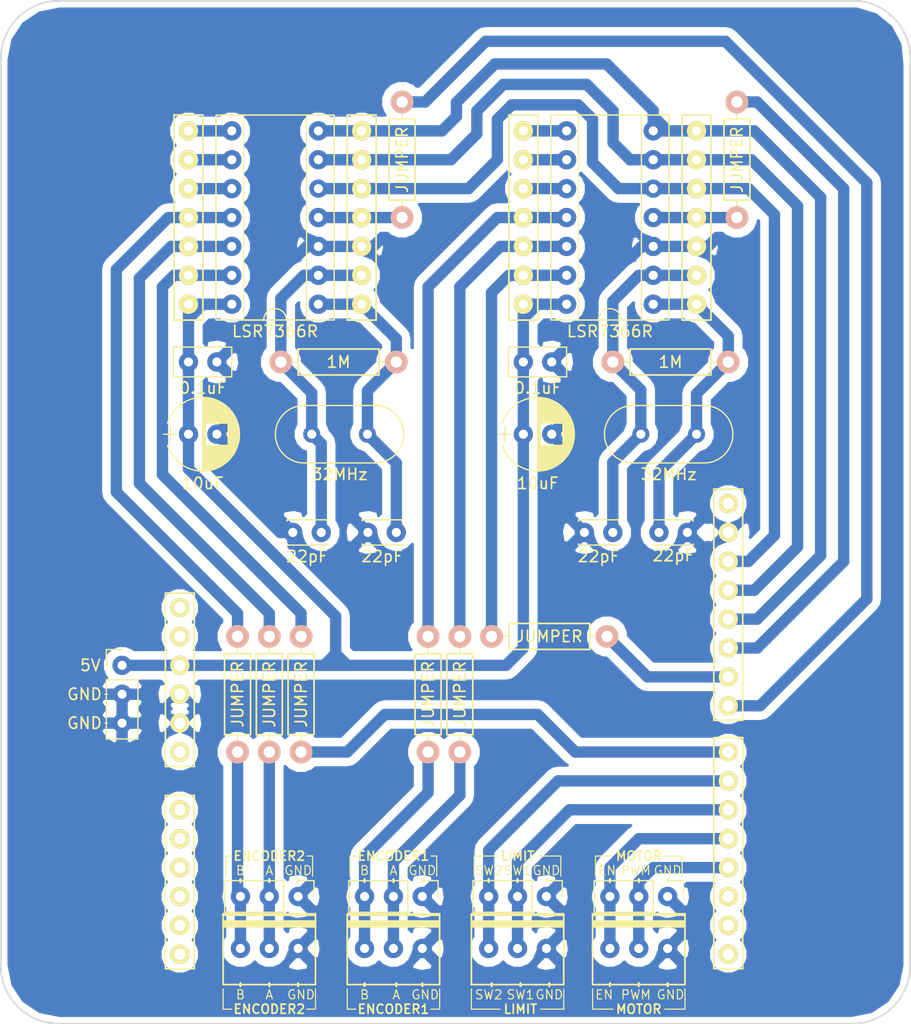
<source format=kicad_pcb>
(kicad_pcb (version 4) (host pcbnew 4.0.2+dfsg1-stable)

  (general
    (links 103)
    (no_connects 0)
    (area 61.900999 51.232999 142.086338 141.299001)
    (thickness 1.6)
    (drawings 102)
    (tracks 213)
    (zones 0)
    (modules 32)
    (nets 49)
  )

  (page A4)
  (layers
    (0 F.Cu signal)
    (31 B.Cu signal)
    (32 B.Adhes user)
    (33 F.Adhes user)
    (34 B.Paste user)
    (35 F.Paste user)
    (36 B.SilkS user)
    (37 F.SilkS user)
    (38 B.Mask user)
    (39 F.Mask user)
    (40 Dwgs.User user hide)
    (41 Cmts.User user)
    (42 Eco1.User user)
    (43 Eco2.User user)
    (44 Edge.Cuts user)
    (45 Margin user)
    (46 B.CrtYd user)
    (47 F.CrtYd user)
    (48 B.Fab user)
    (49 F.Fab user)
  )

  (setup
    (last_trace_width 1)
    (trace_clearance 0.75)
    (zone_clearance 0.508)
    (zone_45_only no)
    (trace_min 0.2)
    (segment_width 0.1)
    (edge_width 0.15)
    (via_size 0.6)
    (via_drill 0.4)
    (via_min_size 0.4)
    (via_min_drill 0.3)
    (uvia_size 0.3)
    (uvia_drill 0.1)
    (uvias_allowed no)
    (uvia_min_size 0.2)
    (uvia_min_drill 0.1)
    (pcb_text_width 0.3)
    (pcb_text_size 1.5 1.5)
    (mod_edge_width 0.15)
    (mod_text_size 1 1)
    (mod_text_width 0.15)
    (pad_size 1.524 1.524)
    (pad_drill 0.762)
    (pad_to_mask_clearance 0.2)
    (aux_axis_origin 56.896 146.304)
    (grid_origin 56.896 146.304)
    (visible_elements FFFFFF7F)
    (pcbplotparams
      (layerselection 0x01020_00000000)
      (usegerberextensions false)
      (excludeedgelayer true)
      (linewidth 0.100000)
      (plotframeref false)
      (viasonmask false)
      (mode 1)
      (useauxorigin false)
      (hpglpennumber 1)
      (hpglpenspeed 20)
      (hpglpendiameter 15)
      (hpglpenoverlay 2)
      (psnegative false)
      (psa4output false)
      (plotreference true)
      (plotvalue true)
      (plotinvisibletext false)
      (padsonsilk false)
      (subtractmaskfromsilk false)
      (outputformat 4)
      (mirror false)
      (drillshape 0)
      (scaleselection 1)
      (outputdirectory plot/))
  )

  (net 0 "")
  (net 1 +5V)
  (net 2 GND)
  (net 3 "Net-(C7-Pad1)")
  (net 4 "Net-(C8-Pad1)")
  (net 5 "Net-(C9-Pad1)")
  (net 6 "Net-(C10-Pad1)")
  (net 7 DRV_EN)
  (net 8 DRV_PWM)
  (net 9 B_C1)
  (net 10 A_C1)
  (net 11 B_C2)
  (net 12 A_C2)
  (net 13 LIMSW_2)
  (net 14 LIMSW_1)
  (net 15 "Net-(SHIELD1-Pad28)")
  (net 16 "Net-(SHIELD1-Pad27)")
  (net 17 "Net-(SHIELD1-Pad26)")
  (net 18 "Net-(SHIELD1-Pad23)")
  (net 19 "Net-(SHIELD1-Pad24)")
  (net 20 "Net-(SHIELD1-Pad25)")
  (net 21 "Net-(SHIELD1-Pad22)")
  (net 22 "Net-(SHIELD1-Pad18)")
  (net 23 "Net-(SHIELD1-Pad17)")
  (net 24 "Net-(SHIELD1-Pad1)")
  (net 25 "Net-(SHIELD1-Pad2)")
  (net 26 "Net-(SHIELD1-Pad3)")
  (net 27 EN_C1)
  (net 28 EN_C2)
  (net 29 SS_C1)
  (net 30 SS_C2)
  (net 31 MOSI)
  (net 32 MISO)
  (net 33 SCK)
  (net 34 "Net-(SHIELD1-Pad16)")
  (net 35 "Net-(U5-Pad8)")
  (net 36 "Net-(U5-Pad9)")
  (net 37 "Net-(U5-Pad10)")
  (net 38 "Net-(U6-Pad8)")
  (net 39 "Net-(U6-Pad9)")
  (net 40 "Net-(U6-Pad10)")
  (net 41 "Net-(R5-Pad2)")
  (net 42 "Net-(R4-Pad2)")
  (net 43 "Net-(R3-Pad2)")
  (net 44 "Net-(R6-Pad2)")
  (net 45 "Net-(R7-Pad2)")
  (net 46 "Net-(R8-Pad2)")
  (net 47 "Net-(R9-Pad2)")
  (net 48 "Net-(R10-Pad2)")

  (net_class Default "This is the default net class."
    (clearance 0.75)
    (trace_width 1)
    (via_dia 0.6)
    (via_drill 0.4)
    (uvia_dia 0.3)
    (uvia_drill 0.1)
    (add_net +5V)
    (add_net A_C1)
    (add_net A_C2)
    (add_net B_C1)
    (add_net B_C2)
    (add_net DRV_EN)
    (add_net DRV_PWM)
    (add_net EN_C1)
    (add_net EN_C2)
    (add_net GND)
    (add_net LIMSW_1)
    (add_net LIMSW_2)
    (add_net MISO)
    (add_net MOSI)
    (add_net "Net-(C10-Pad1)")
    (add_net "Net-(C7-Pad1)")
    (add_net "Net-(C8-Pad1)")
    (add_net "Net-(C9-Pad1)")
    (add_net "Net-(R10-Pad2)")
    (add_net "Net-(R3-Pad2)")
    (add_net "Net-(R4-Pad2)")
    (add_net "Net-(R5-Pad2)")
    (add_net "Net-(R6-Pad2)")
    (add_net "Net-(R7-Pad2)")
    (add_net "Net-(R8-Pad2)")
    (add_net "Net-(R9-Pad2)")
    (add_net "Net-(SHIELD1-Pad1)")
    (add_net "Net-(SHIELD1-Pad16)")
    (add_net "Net-(SHIELD1-Pad17)")
    (add_net "Net-(SHIELD1-Pad18)")
    (add_net "Net-(SHIELD1-Pad2)")
    (add_net "Net-(SHIELD1-Pad22)")
    (add_net "Net-(SHIELD1-Pad23)")
    (add_net "Net-(SHIELD1-Pad24)")
    (add_net "Net-(SHIELD1-Pad25)")
    (add_net "Net-(SHIELD1-Pad26)")
    (add_net "Net-(SHIELD1-Pad27)")
    (add_net "Net-(SHIELD1-Pad28)")
    (add_net "Net-(SHIELD1-Pad3)")
    (add_net "Net-(U5-Pad10)")
    (add_net "Net-(U5-Pad8)")
    (add_net "Net-(U5-Pad9)")
    (add_net "Net-(U6-Pad10)")
    (add_net "Net-(U6-Pad8)")
    (add_net "Net-(U6-Pad9)")
    (add_net SCK)
    (add_net SS_C1)
    (add_net SS_C2)
  )

  (module Maplex_Misc:ARDUINO_SHIELD locked (layer F.Cu) (tedit 59718C27) (tstamp 596AD119)
    (at 75.184 71.628 270)
    (path /596AD80B)
    (fp_text reference SHIELD1 (at 5.715 -57.15 270) (layer F.SilkS) hide
      (effects (font (thickness 0.3048)))
    )
    (fp_text value ARDUINO_SHIELD (at 10.16 -54.61 270) (layer F.Fab) hide
      (effects (font (thickness 0.3048)))
    )
    (fp_line (start 46.99 -1.27) (end 46.99 -3.81) (layer F.SilkS) (width 0.15))
    (fp_line (start 46.99 -3.81) (end 31.75 -3.81) (layer F.SilkS) (width 0.15))
    (fp_line (start 31.75 -3.81) (end 31.75 -1.27) (layer F.SilkS) (width 0.15))
    (fp_line (start 31.75 -1.27) (end 46.99 -1.27) (layer F.SilkS) (width 0.15))
    (fp_line (start 64.77 -1.27) (end 64.77 -3.81) (layer F.SilkS) (width 0.15))
    (fp_line (start 64.77 -3.81) (end 49.53 -3.81) (layer F.SilkS) (width 0.15))
    (fp_line (start 49.53 -3.81) (end 49.53 -1.27) (layer F.SilkS) (width 0.15))
    (fp_line (start 49.53 -1.27) (end 64.77 -1.27) (layer F.SilkS) (width 0.15))
    (fp_line (start 44.45 -49.53) (end 64.77 -49.53) (layer F.SilkS) (width 0.15))
    (fp_line (start 64.77 -49.53) (end 64.77 -52.07) (layer F.SilkS) (width 0.15))
    (fp_line (start 64.77 -52.07) (end 44.45 -52.07) (layer F.SilkS) (width 0.15))
    (fp_line (start 44.45 -52.07) (end 44.45 -49.53) (layer F.SilkS) (width 0.15))
    (fp_line (start 42.926 -52.07) (end 42.926 -49.53) (layer F.SilkS) (width 0.15))
    (fp_line (start 42.926 -49.53) (end 22.606 -49.53) (layer F.SilkS) (width 0.15))
    (fp_line (start 22.606 -49.53) (end 22.606 -52.07) (layer F.SilkS) (width 0.15))
    (fp_line (start 22.606 -52.07) (end 42.926 -52.07) (layer F.SilkS) (width 0.15))
    (fp_line (start -2.032 -11.049) (end 11.049 -11.049) (layer Dwgs.User) (width 0.381))
    (fp_line (start 11.049 -11.049) (end 11.049 -2.032) (layer Dwgs.User) (width 0.381))
    (fp_line (start -2.032 -2.032) (end -2.032 -11.049) (layer Dwgs.User) (width 0.381))
    (fp_line (start -2.032 -2.032) (end 11.049 -2.032) (layer Dwgs.User) (width 0.381))
    (fp_line (start -6.985 -33.401) (end 9.017 -33.401) (layer Dwgs.User) (width 0.381))
    (fp_line (start -6.985 -44.323) (end 9.017 -44.323) (layer Dwgs.User) (width 0.381))
    (fp_line (start 9.017 -44.323) (end 9.017 -33.401) (layer Dwgs.User) (width 0.381))
    (fp_line (start -6.985 -44.323) (end -6.985 -33.401) (layer Dwgs.User) (width 0.381))
    (fp_circle (center 15.24 -50.8) (end 16.383 -49.53) (layer Dwgs.User) (width 0.15))
    (fp_circle (center 13.97 -2.54) (end 14.605 -4.064) (layer Dwgs.User) (width 0.15))
    (fp_circle (center 66.04 -35.56) (end 66.04 -37.211) (layer Dwgs.User) (width 0.15))
    (fp_circle (center 66.04 -7.62) (end 66.294 -9.271) (layer Dwgs.User) (width 0.15))
    (fp_line (start 66.04 -40.64) (end 66.04 -52.07) (layer Dwgs.User) (width 0.381))
    (fp_line (start 66.04 -52.07) (end 64.77 -53.34) (layer Dwgs.User) (width 0.381))
    (fp_line (start 64.77 -53.34) (end 0 -53.34) (layer Dwgs.User) (width 0.381))
    (fp_line (start 66.04 0) (end 0 0) (layer Dwgs.User) (width 0.381))
    (fp_line (start 0 0) (end 0 -53.34) (layer Dwgs.User) (width 0.381))
    (fp_line (start 66.04 -40.64) (end 68.58 -38.1) (layer Dwgs.User) (width 0.381))
    (fp_line (start 68.58 -38.1) (end 68.58 -5.08) (layer Dwgs.User) (width 0.381))
    (fp_line (start 68.58 -5.08) (end 66.04 -2.54) (layer Dwgs.User) (width 0.381))
    (fp_line (start 66.04 -2.54) (end 66.04 0) (layer Dwgs.User) (width 0.381))
    (pad 28 thru_hole circle (at 63.5 -2.54) (size 1.7 1.7) (drill 1) (layers *.Cu *.Mask F.SilkS)
      (net 15 "Net-(SHIELD1-Pad28)"))
    (pad 27 thru_hole circle (at 60.96 -2.54) (size 1.7 1.7) (drill 1) (layers *.Cu *.Mask F.SilkS)
      (net 16 "Net-(SHIELD1-Pad27)"))
    (pad 26 thru_hole circle (at 58.42 -2.54) (size 1.7 1.7) (drill 1) (layers *.Cu *.Mask F.SilkS)
      (net 17 "Net-(SHIELD1-Pad26)"))
    (pad 23 thru_hole circle (at 50.8 -2.54) (size 1.7 1.7) (drill 1) (layers *.Cu *.Mask F.SilkS)
      (net 18 "Net-(SHIELD1-Pad23)"))
    (pad 24 thru_hole circle (at 53.34 -2.54) (size 1.7 1.7) (drill 1) (layers *.Cu *.Mask F.SilkS)
      (net 19 "Net-(SHIELD1-Pad24)"))
    (pad 25 thru_hole circle (at 55.88 -2.54) (size 1.7 1.7) (drill 1) (layers *.Cu *.Mask F.SilkS)
      (net 20 "Net-(SHIELD1-Pad25)"))
    (pad 22 thru_hole circle (at 45.72 -2.54) (size 1.7 1.7) (drill 1) (layers *.Cu *.Mask F.SilkS)
      (net 21 "Net-(SHIELD1-Pad22)"))
    (pad 21 thru_hole circle (at 43.18 -2.54) (size 1.7 1.7) (drill 1) (layers *.Cu *.Mask F.SilkS)
      (net 2 GND))
    (pad 20 thru_hole circle (at 40.64 -2.54) (size 1.7 1.7) (drill 1) (layers *.Cu *.Mask F.SilkS)
      (net 2 GND))
    (pad 18 thru_hole circle (at 35.56 -2.54) (size 1.7 1.7) (drill 1) (layers *.Cu *.Mask F.SilkS)
      (net 22 "Net-(SHIELD1-Pad18)"))
    (pad 17 thru_hole circle (at 33.02 -2.54) (size 1.7 1.7) (drill 1) (layers *.Cu *.Mask F.SilkS)
      (net 23 "Net-(SHIELD1-Pad17)"))
    (pad 1 thru_hole circle (at 63.5 -50.8) (size 1.7 1.7) (drill 1) (layers *.Cu *.Mask F.SilkS)
      (net 24 "Net-(SHIELD1-Pad1)"))
    (pad 2 thru_hole circle (at 60.96 -50.8) (size 1.7 1.7) (drill 1) (layers *.Cu *.Mask F.SilkS)
      (net 25 "Net-(SHIELD1-Pad2)"))
    (pad 3 thru_hole circle (at 58.42 -50.8) (size 1.7 1.7) (drill 1) (layers *.Cu *.Mask F.SilkS)
      (net 26 "Net-(SHIELD1-Pad3)"))
    (pad 4 thru_hole circle (at 55.88 -50.8) (size 1.7 1.7) (drill 1) (layers *.Cu *.Mask F.SilkS)
      (net 8 DRV_PWM))
    (pad 5 thru_hole circle (at 53.34 -50.8) (size 1.7 1.7) (drill 1) (layers *.Cu *.Mask F.SilkS)
      (net 7 DRV_EN))
    (pad 6 thru_hole circle (at 50.8 -50.8) (size 1.7 1.7) (drill 1) (layers *.Cu *.Mask F.SilkS)
      (net 14 LIMSW_1))
    (pad 7 thru_hole circle (at 48.26 -50.8) (size 1.7 1.7) (drill 1) (layers *.Cu *.Mask F.SilkS)
      (net 13 LIMSW_2))
    (pad 8 thru_hole circle (at 45.72 -50.8) (size 1.7 1.7) (drill 1) (layers *.Cu *.Mask F.SilkS)
      (net 44 "Net-(R6-Pad2)"))
    (pad 9 thru_hole circle (at 41.656 -50.8) (size 1.7 1.7) (drill 1) (layers *.Cu *.Mask F.SilkS)
      (net 41 "Net-(R5-Pad2)"))
    (pad 10 thru_hole circle (at 39.116 -50.8) (size 1.7 1.7) (drill 1) (layers *.Cu *.Mask F.SilkS)
      (net 42 "Net-(R4-Pad2)"))
    (pad 11 thru_hole circle (at 36.576 -50.8) (size 1.7 1.7) (drill 1) (layers *.Cu *.Mask F.SilkS)
      (net 43 "Net-(R3-Pad2)"))
    (pad 12 thru_hole circle (at 34.036 -50.8) (size 1.7 1.7) (drill 1) (layers *.Cu *.Mask F.SilkS)
      (net 31 MOSI))
    (pad 13 thru_hole circle (at 31.496 -50.8) (size 1.7 1.7) (drill 1) (layers *.Cu *.Mask F.SilkS)
      (net 32 MISO))
    (pad 14 thru_hole circle (at 28.956 -50.8) (size 1.7 1.7) (drill 1) (layers *.Cu *.Mask F.SilkS)
      (net 33 SCK))
    (pad 15 thru_hole circle (at 26.416 -50.8) (size 1.7 1.7) (drill 1) (layers *.Cu *.Mask F.SilkS)
      (net 2 GND))
    (pad 16 thru_hole circle (at 23.876 -50.8) (size 1.7 1.7) (drill 1) (layers *.Cu *.Mask F.SilkS)
      (net 34 "Net-(SHIELD1-Pad16)"))
    (pad 19 thru_hole circle (at 38.1 -2.54) (size 1.7 1.7) (drill 1) (layers *.Cu *.Mask F.SilkS)
      (net 1 +5V))
  )

  (module Maplex_Misc:Crystal_HC18-U_Vertical (layer F.Cu) (tedit 59718A18) (tstamp 596AD165)
    (at 123.19 89.408 180)
    (descr "Crystal THT HC-18/U, http://5hertz.com/pdfs/04404_D.pdf")
    (tags "THT crystalHC-18/U")
    (path /5929CA3C)
    (fp_text reference 32MHz (at 2.45 -3.525 180) (layer F.SilkS)
      (effects (font (size 1 1) (thickness 0.15)))
    )
    (fp_text value "32 MHz" (at 2.45 3.525 180) (layer F.Fab)
      (effects (font (size 1 1) (thickness 0.15)))
    )
    (fp_arc (start -0.675 0) (end -0.675 -2.325) (angle -180) (layer F.Fab) (width 0.1))
    (fp_arc (start 5.575 0) (end 5.575 -2.325) (angle 180) (layer F.Fab) (width 0.1))
    (fp_arc (start -0.55 0) (end -0.55 -2) (angle -180) (layer F.Fab) (width 0.1))
    (fp_arc (start 5.45 0) (end 5.45 -2) (angle 180) (layer F.Fab) (width 0.1))
    (fp_arc (start -0.675 0) (end -0.675 -2.525) (angle -180) (layer F.SilkS) (width 0.12))
    (fp_arc (start 5.575 0) (end 5.575 -2.525) (angle 180) (layer F.SilkS) (width 0.12))
    (fp_line (start -0.675 -2.325) (end 5.575 -2.325) (layer F.Fab) (width 0.1))
    (fp_line (start -0.675 2.325) (end 5.575 2.325) (layer F.Fab) (width 0.1))
    (fp_line (start -0.55 -2) (end 5.45 -2) (layer F.Fab) (width 0.1))
    (fp_line (start -0.55 2) (end 5.45 2) (layer F.Fab) (width 0.1))
    (fp_line (start -0.675 -2.525) (end 5.575 -2.525) (layer F.SilkS) (width 0.12))
    (fp_line (start -0.675 2.525) (end 5.575 2.525) (layer F.SilkS) (width 0.12))
    (pad 1 thru_hole circle (at 0 0 180) (size 1.5 1.5) (drill 0.8) (layers *.Cu *.Mask)
      (net 4 "Net-(C8-Pad1)"))
    (pad 2 thru_hole circle (at 4.9 0 180) (size 1.5 1.5) (drill 0.8) (layers *.Cu *.Mask)
      (net 6 "Net-(C10-Pad1)"))
    (model Crystals.3dshapes/Crystal_HC18-U_Vertical.wrl
      (at (xyz 0 0 0))
      (scale (xyz 0.393701 0.393701 0.393701))
      (rotate (xyz 0 0 0))
    )
  )

  (module Maplex_Misc:CP_Radial_D6.3mm_P2.50mm (layer F.Cu) (tedit 59718B8C) (tstamp 596AD084)
    (at 78.486 89.408)
    (descr "CP, Radial series, Radial, pin pitch=2.50mm, , diameter=6.3mm, Electrolytic Capacitor")
    (tags "CP Radial series Radial pin pitch 2.50mm  diameter 6.3mm Electrolytic Capacitor")
    (path /592E6761)
    (fp_text reference 10uF (at 1.27 4.318) (layer F.SilkS)
      (effects (font (size 1 1) (thickness 0.15)))
    )
    (fp_text value 10uF (at -4.064 -2.286) (layer F.Fab)
      (effects (font (size 1 1) (thickness 0.15)))
    )
    (fp_arc (start 1.25 0) (end -1.838236 -0.98) (angle 144.8) (layer F.SilkS) (width 0.12))
    (fp_arc (start 1.25 0) (end -1.838236 0.98) (angle -144.8) (layer F.SilkS) (width 0.12))
    (fp_arc (start 1.25 0) (end 4.338236 -0.98) (angle 35.2) (layer F.SilkS) (width 0.12))
    (fp_circle (center 1.25 0) (end 4.4 0) (layer F.Fab) (width 0.1))
    (fp_line (start -2.2 0) (end -1 0) (layer F.Fab) (width 0.1))
    (fp_line (start -1.6 -0.65) (end -1.6 0.65) (layer F.Fab) (width 0.1))
    (fp_line (start 1.25 -3.2) (end 1.25 3.2) (layer F.SilkS) (width 0.12))
    (fp_line (start 1.29 -3.2) (end 1.29 3.2) (layer F.SilkS) (width 0.12))
    (fp_line (start 1.33 -3.2) (end 1.33 3.2) (layer F.SilkS) (width 0.12))
    (fp_line (start 1.37 -3.198) (end 1.37 3.198) (layer F.SilkS) (width 0.12))
    (fp_line (start 1.41 -3.197) (end 1.41 3.197) (layer F.SilkS) (width 0.12))
    (fp_line (start 1.45 -3.194) (end 1.45 3.194) (layer F.SilkS) (width 0.12))
    (fp_line (start 1.49 -3.192) (end 1.49 3.192) (layer F.SilkS) (width 0.12))
    (fp_line (start 1.53 -3.188) (end 1.53 -0.98) (layer F.SilkS) (width 0.12))
    (fp_line (start 1.53 0.98) (end 1.53 3.188) (layer F.SilkS) (width 0.12))
    (fp_line (start 1.57 -3.185) (end 1.57 -0.98) (layer F.SilkS) (width 0.12))
    (fp_line (start 1.57 0.98) (end 1.57 3.185) (layer F.SilkS) (width 0.12))
    (fp_line (start 1.61 -3.18) (end 1.61 -0.98) (layer F.SilkS) (width 0.12))
    (fp_line (start 1.61 0.98) (end 1.61 3.18) (layer F.SilkS) (width 0.12))
    (fp_line (start 1.65 -3.176) (end 1.65 -0.98) (layer F.SilkS) (width 0.12))
    (fp_line (start 1.65 0.98) (end 1.65 3.176) (layer F.SilkS) (width 0.12))
    (fp_line (start 1.69 -3.17) (end 1.69 -0.98) (layer F.SilkS) (width 0.12))
    (fp_line (start 1.69 0.98) (end 1.69 3.17) (layer F.SilkS) (width 0.12))
    (fp_line (start 1.73 -3.165) (end 1.73 -0.98) (layer F.SilkS) (width 0.12))
    (fp_line (start 1.73 0.98) (end 1.73 3.165) (layer F.SilkS) (width 0.12))
    (fp_line (start 1.77 -3.158) (end 1.77 -0.98) (layer F.SilkS) (width 0.12))
    (fp_line (start 1.77 0.98) (end 1.77 3.158) (layer F.SilkS) (width 0.12))
    (fp_line (start 1.81 -3.152) (end 1.81 -0.98) (layer F.SilkS) (width 0.12))
    (fp_line (start 1.81 0.98) (end 1.81 3.152) (layer F.SilkS) (width 0.12))
    (fp_line (start 1.85 -3.144) (end 1.85 -0.98) (layer F.SilkS) (width 0.12))
    (fp_line (start 1.85 0.98) (end 1.85 3.144) (layer F.SilkS) (width 0.12))
    (fp_line (start 1.89 -3.137) (end 1.89 -0.98) (layer F.SilkS) (width 0.12))
    (fp_line (start 1.89 0.98) (end 1.89 3.137) (layer F.SilkS) (width 0.12))
    (fp_line (start 1.93 -3.128) (end 1.93 -0.98) (layer F.SilkS) (width 0.12))
    (fp_line (start 1.93 0.98) (end 1.93 3.128) (layer F.SilkS) (width 0.12))
    (fp_line (start 1.971 -3.119) (end 1.971 -0.98) (layer F.SilkS) (width 0.12))
    (fp_line (start 1.971 0.98) (end 1.971 3.119) (layer F.SilkS) (width 0.12))
    (fp_line (start 2.011 -3.11) (end 2.011 -0.98) (layer F.SilkS) (width 0.12))
    (fp_line (start 2.011 0.98) (end 2.011 3.11) (layer F.SilkS) (width 0.12))
    (fp_line (start 2.051 -3.1) (end 2.051 -0.98) (layer F.SilkS) (width 0.12))
    (fp_line (start 2.051 0.98) (end 2.051 3.1) (layer F.SilkS) (width 0.12))
    (fp_line (start 2.091 -3.09) (end 2.091 -0.98) (layer F.SilkS) (width 0.12))
    (fp_line (start 2.091 0.98) (end 2.091 3.09) (layer F.SilkS) (width 0.12))
    (fp_line (start 2.131 -3.079) (end 2.131 -0.98) (layer F.SilkS) (width 0.12))
    (fp_line (start 2.131 0.98) (end 2.131 3.079) (layer F.SilkS) (width 0.12))
    (fp_line (start 2.171 -3.067) (end 2.171 -0.98) (layer F.SilkS) (width 0.12))
    (fp_line (start 2.171 0.98) (end 2.171 3.067) (layer F.SilkS) (width 0.12))
    (fp_line (start 2.211 -3.055) (end 2.211 -0.98) (layer F.SilkS) (width 0.12))
    (fp_line (start 2.211 0.98) (end 2.211 3.055) (layer F.SilkS) (width 0.12))
    (fp_line (start 2.251 -3.042) (end 2.251 -0.98) (layer F.SilkS) (width 0.12))
    (fp_line (start 2.251 0.98) (end 2.251 3.042) (layer F.SilkS) (width 0.12))
    (fp_line (start 2.291 -3.029) (end 2.291 -0.98) (layer F.SilkS) (width 0.12))
    (fp_line (start 2.291 0.98) (end 2.291 3.029) (layer F.SilkS) (width 0.12))
    (fp_line (start 2.331 -3.015) (end 2.331 -0.98) (layer F.SilkS) (width 0.12))
    (fp_line (start 2.331 0.98) (end 2.331 3.015) (layer F.SilkS) (width 0.12))
    (fp_line (start 2.371 -3.001) (end 2.371 -0.98) (layer F.SilkS) (width 0.12))
    (fp_line (start 2.371 0.98) (end 2.371 3.001) (layer F.SilkS) (width 0.12))
    (fp_line (start 2.411 -2.986) (end 2.411 -0.98) (layer F.SilkS) (width 0.12))
    (fp_line (start 2.411 0.98) (end 2.411 2.986) (layer F.SilkS) (width 0.12))
    (fp_line (start 2.451 -2.97) (end 2.451 -0.98) (layer F.SilkS) (width 0.12))
    (fp_line (start 2.451 0.98) (end 2.451 2.97) (layer F.SilkS) (width 0.12))
    (fp_line (start 2.491 -2.954) (end 2.491 -0.98) (layer F.SilkS) (width 0.12))
    (fp_line (start 2.491 0.98) (end 2.491 2.954) (layer F.SilkS) (width 0.12))
    (fp_line (start 2.531 -2.937) (end 2.531 -0.98) (layer F.SilkS) (width 0.12))
    (fp_line (start 2.531 0.98) (end 2.531 2.937) (layer F.SilkS) (width 0.12))
    (fp_line (start 2.571 -2.919) (end 2.571 -0.98) (layer F.SilkS) (width 0.12))
    (fp_line (start 2.571 0.98) (end 2.571 2.919) (layer F.SilkS) (width 0.12))
    (fp_line (start 2.611 -2.901) (end 2.611 -0.98) (layer F.SilkS) (width 0.12))
    (fp_line (start 2.611 0.98) (end 2.611 2.901) (layer F.SilkS) (width 0.12))
    (fp_line (start 2.651 -2.882) (end 2.651 -0.98) (layer F.SilkS) (width 0.12))
    (fp_line (start 2.651 0.98) (end 2.651 2.882) (layer F.SilkS) (width 0.12))
    (fp_line (start 2.691 -2.863) (end 2.691 -0.98) (layer F.SilkS) (width 0.12))
    (fp_line (start 2.691 0.98) (end 2.691 2.863) (layer F.SilkS) (width 0.12))
    (fp_line (start 2.731 -2.843) (end 2.731 -0.98) (layer F.SilkS) (width 0.12))
    (fp_line (start 2.731 0.98) (end 2.731 2.843) (layer F.SilkS) (width 0.12))
    (fp_line (start 2.771 -2.822) (end 2.771 -0.98) (layer F.SilkS) (width 0.12))
    (fp_line (start 2.771 0.98) (end 2.771 2.822) (layer F.SilkS) (width 0.12))
    (fp_line (start 2.811 -2.8) (end 2.811 -0.98) (layer F.SilkS) (width 0.12))
    (fp_line (start 2.811 0.98) (end 2.811 2.8) (layer F.SilkS) (width 0.12))
    (fp_line (start 2.851 -2.778) (end 2.851 -0.98) (layer F.SilkS) (width 0.12))
    (fp_line (start 2.851 0.98) (end 2.851 2.778) (layer F.SilkS) (width 0.12))
    (fp_line (start 2.891 -2.755) (end 2.891 -0.98) (layer F.SilkS) (width 0.12))
    (fp_line (start 2.891 0.98) (end 2.891 2.755) (layer F.SilkS) (width 0.12))
    (fp_line (start 2.931 -2.731) (end 2.931 -0.98) (layer F.SilkS) (width 0.12))
    (fp_line (start 2.931 0.98) (end 2.931 2.731) (layer F.SilkS) (width 0.12))
    (fp_line (start 2.971 -2.706) (end 2.971 -0.98) (layer F.SilkS) (width 0.12))
    (fp_line (start 2.971 0.98) (end 2.971 2.706) (layer F.SilkS) (width 0.12))
    (fp_line (start 3.011 -2.681) (end 3.011 -0.98) (layer F.SilkS) (width 0.12))
    (fp_line (start 3.011 0.98) (end 3.011 2.681) (layer F.SilkS) (width 0.12))
    (fp_line (start 3.051 -2.654) (end 3.051 -0.98) (layer F.SilkS) (width 0.12))
    (fp_line (start 3.051 0.98) (end 3.051 2.654) (layer F.SilkS) (width 0.12))
    (fp_line (start 3.091 -2.627) (end 3.091 -0.98) (layer F.SilkS) (width 0.12))
    (fp_line (start 3.091 0.98) (end 3.091 2.627) (layer F.SilkS) (width 0.12))
    (fp_line (start 3.131 -2.599) (end 3.131 -0.98) (layer F.SilkS) (width 0.12))
    (fp_line (start 3.131 0.98) (end 3.131 2.599) (layer F.SilkS) (width 0.12))
    (fp_line (start 3.171 -2.57) (end 3.171 -0.98) (layer F.SilkS) (width 0.12))
    (fp_line (start 3.171 0.98) (end 3.171 2.57) (layer F.SilkS) (width 0.12))
    (fp_line (start 3.211 -2.54) (end 3.211 -0.98) (layer F.SilkS) (width 0.12))
    (fp_line (start 3.211 0.98) (end 3.211 2.54) (layer F.SilkS) (width 0.12))
    (fp_line (start 3.251 -2.51) (end 3.251 -0.98) (layer F.SilkS) (width 0.12))
    (fp_line (start 3.251 0.98) (end 3.251 2.51) (layer F.SilkS) (width 0.12))
    (fp_line (start 3.291 -2.478) (end 3.291 -0.98) (layer F.SilkS) (width 0.12))
    (fp_line (start 3.291 0.98) (end 3.291 2.478) (layer F.SilkS) (width 0.12))
    (fp_line (start 3.331 -2.445) (end 3.331 -0.98) (layer F.SilkS) (width 0.12))
    (fp_line (start 3.331 0.98) (end 3.331 2.445) (layer F.SilkS) (width 0.12))
    (fp_line (start 3.371 -2.411) (end 3.371 -0.98) (layer F.SilkS) (width 0.12))
    (fp_line (start 3.371 0.98) (end 3.371 2.411) (layer F.SilkS) (width 0.12))
    (fp_line (start 3.411 -2.375) (end 3.411 -0.98) (layer F.SilkS) (width 0.12))
    (fp_line (start 3.411 0.98) (end 3.411 2.375) (layer F.SilkS) (width 0.12))
    (fp_line (start 3.451 -2.339) (end 3.451 -0.98) (layer F.SilkS) (width 0.12))
    (fp_line (start 3.451 0.98) (end 3.451 2.339) (layer F.SilkS) (width 0.12))
    (fp_line (start 3.491 -2.301) (end 3.491 2.301) (layer F.SilkS) (width 0.12))
    (fp_line (start 3.531 -2.262) (end 3.531 2.262) (layer F.SilkS) (width 0.12))
    (fp_line (start 3.571 -2.222) (end 3.571 2.222) (layer F.SilkS) (width 0.12))
    (fp_line (start 3.611 -2.18) (end 3.611 2.18) (layer F.SilkS) (width 0.12))
    (fp_line (start 3.651 -2.137) (end 3.651 2.137) (layer F.SilkS) (width 0.12))
    (fp_line (start 3.691 -2.092) (end 3.691 2.092) (layer F.SilkS) (width 0.12))
    (fp_line (start 3.731 -2.045) (end 3.731 2.045) (layer F.SilkS) (width 0.12))
    (fp_line (start 3.771 -1.997) (end 3.771 1.997) (layer F.SilkS) (width 0.12))
    (fp_line (start 3.811 -1.946) (end 3.811 1.946) (layer F.SilkS) (width 0.12))
    (fp_line (start 3.851 -1.894) (end 3.851 1.894) (layer F.SilkS) (width 0.12))
    (fp_line (start 3.891 -1.839) (end 3.891 1.839) (layer F.SilkS) (width 0.12))
    (fp_line (start 3.931 -1.781) (end 3.931 1.781) (layer F.SilkS) (width 0.12))
    (fp_line (start 3.971 -1.721) (end 3.971 1.721) (layer F.SilkS) (width 0.12))
    (fp_line (start 4.011 -1.658) (end 4.011 1.658) (layer F.SilkS) (width 0.12))
    (fp_line (start 4.051 -1.591) (end 4.051 1.591) (layer F.SilkS) (width 0.12))
    (fp_line (start 4.091 -1.52) (end 4.091 1.52) (layer F.SilkS) (width 0.12))
    (fp_line (start 4.131 -1.445) (end 4.131 1.445) (layer F.SilkS) (width 0.12))
    (fp_line (start 4.171 -1.364) (end 4.171 1.364) (layer F.SilkS) (width 0.12))
    (fp_line (start 4.211 -1.278) (end 4.211 1.278) (layer F.SilkS) (width 0.12))
    (fp_line (start 4.251 -1.184) (end 4.251 1.184) (layer F.SilkS) (width 0.12))
    (fp_line (start 4.291 -1.081) (end 4.291 1.081) (layer F.SilkS) (width 0.12))
    (fp_line (start 4.331 -0.966) (end 4.331 0.966) (layer F.SilkS) (width 0.12))
    (fp_line (start 4.371 -0.834) (end 4.371 0.834) (layer F.SilkS) (width 0.12))
    (fp_line (start 4.411 -0.676) (end 4.411 0.676) (layer F.SilkS) (width 0.12))
    (fp_line (start 4.451 -0.468) (end 4.451 0.468) (layer F.SilkS) (width 0.12))
    (fp_line (start -2.2 0) (end -1 0) (layer F.SilkS) (width 0.12))
    (fp_line (start -1.6 -0.65) (end -1.6 0.65) (layer F.SilkS) (width 0.12))
    (fp_line (start -2.25 -3.5) (end -2.25 3.5) (layer F.CrtYd) (width 0.05))
    (fp_line (start -2.25 3.5) (end 4.75 3.5) (layer F.CrtYd) (width 0.05))
    (fp_line (start 4.75 3.5) (end 4.75 -3.5) (layer F.CrtYd) (width 0.05))
    (fp_line (start 4.75 -3.5) (end -2.25 -3.5) (layer F.CrtYd) (width 0.05))
    (pad 1 thru_hole circle (at 0 0) (size 1.7 1.7) (drill 0.8) (layers *.Cu *.Mask)
      (net 1 +5V))
    (pad 2 thru_hole circle (at 2.5 0) (size 1.7 1.7) (drill 0.8) (layers *.Cu *.Mask)
      (net 2 GND))
    (model Capacitors_THT.3dshapes/CP_Radial_D6.3mm_P2.50mm.wrl
      (at (xyz 0 0 0))
      (scale (xyz 0.393701 0.393701 0.393701))
      (rotate (xyz 0 0 0))
    )
  )

  (module Maplex_Misc:CP_Radial_D6.3mm_P2.50mm (layer F.Cu) (tedit 59718BFB) (tstamp 596AD08A)
    (at 107.95 89.408)
    (descr "CP, Radial series, Radial, pin pitch=2.50mm, , diameter=6.3mm, Electrolytic Capacitor")
    (tags "CP Radial series Radial pin pitch 2.50mm  diameter 6.3mm Electrolytic Capacitor")
    (path /592E640F)
    (fp_text reference 10uF (at 1.27 4.318) (layer F.SilkS)
      (effects (font (size 1 1) (thickness 0.15)))
    )
    (fp_text value 10uF (at -4.064 0) (layer F.Fab)
      (effects (font (size 1 1) (thickness 0.15)))
    )
    (fp_arc (start 1.25 0) (end -1.838236 -0.98) (angle 144.8) (layer F.SilkS) (width 0.12))
    (fp_arc (start 1.25 0) (end -1.838236 0.98) (angle -144.8) (layer F.SilkS) (width 0.12))
    (fp_arc (start 1.25 0) (end 4.338236 -0.98) (angle 35.2) (layer F.SilkS) (width 0.12))
    (fp_circle (center 1.25 0) (end 4.4 0) (layer F.Fab) (width 0.1))
    (fp_line (start -2.2 0) (end -1 0) (layer F.Fab) (width 0.1))
    (fp_line (start -1.6 -0.65) (end -1.6 0.65) (layer F.Fab) (width 0.1))
    (fp_line (start 1.25 -3.2) (end 1.25 3.2) (layer F.SilkS) (width 0.12))
    (fp_line (start 1.29 -3.2) (end 1.29 3.2) (layer F.SilkS) (width 0.12))
    (fp_line (start 1.33 -3.2) (end 1.33 3.2) (layer F.SilkS) (width 0.12))
    (fp_line (start 1.37 -3.198) (end 1.37 3.198) (layer F.SilkS) (width 0.12))
    (fp_line (start 1.41 -3.197) (end 1.41 3.197) (layer F.SilkS) (width 0.12))
    (fp_line (start 1.45 -3.194) (end 1.45 3.194) (layer F.SilkS) (width 0.12))
    (fp_line (start 1.49 -3.192) (end 1.49 3.192) (layer F.SilkS) (width 0.12))
    (fp_line (start 1.53 -3.188) (end 1.53 -0.98) (layer F.SilkS) (width 0.12))
    (fp_line (start 1.53 0.98) (end 1.53 3.188) (layer F.SilkS) (width 0.12))
    (fp_line (start 1.57 -3.185) (end 1.57 -0.98) (layer F.SilkS) (width 0.12))
    (fp_line (start 1.57 0.98) (end 1.57 3.185) (layer F.SilkS) (width 0.12))
    (fp_line (start 1.61 -3.18) (end 1.61 -0.98) (layer F.SilkS) (width 0.12))
    (fp_line (start 1.61 0.98) (end 1.61 3.18) (layer F.SilkS) (width 0.12))
    (fp_line (start 1.65 -3.176) (end 1.65 -0.98) (layer F.SilkS) (width 0.12))
    (fp_line (start 1.65 0.98) (end 1.65 3.176) (layer F.SilkS) (width 0.12))
    (fp_line (start 1.69 -3.17) (end 1.69 -0.98) (layer F.SilkS) (width 0.12))
    (fp_line (start 1.69 0.98) (end 1.69 3.17) (layer F.SilkS) (width 0.12))
    (fp_line (start 1.73 -3.165) (end 1.73 -0.98) (layer F.SilkS) (width 0.12))
    (fp_line (start 1.73 0.98) (end 1.73 3.165) (layer F.SilkS) (width 0.12))
    (fp_line (start 1.77 -3.158) (end 1.77 -0.98) (layer F.SilkS) (width 0.12))
    (fp_line (start 1.77 0.98) (end 1.77 3.158) (layer F.SilkS) (width 0.12))
    (fp_line (start 1.81 -3.152) (end 1.81 -0.98) (layer F.SilkS) (width 0.12))
    (fp_line (start 1.81 0.98) (end 1.81 3.152) (layer F.SilkS) (width 0.12))
    (fp_line (start 1.85 -3.144) (end 1.85 -0.98) (layer F.SilkS) (width 0.12))
    (fp_line (start 1.85 0.98) (end 1.85 3.144) (layer F.SilkS) (width 0.12))
    (fp_line (start 1.89 -3.137) (end 1.89 -0.98) (layer F.SilkS) (width 0.12))
    (fp_line (start 1.89 0.98) (end 1.89 3.137) (layer F.SilkS) (width 0.12))
    (fp_line (start 1.93 -3.128) (end 1.93 -0.98) (layer F.SilkS) (width 0.12))
    (fp_line (start 1.93 0.98) (end 1.93 3.128) (layer F.SilkS) (width 0.12))
    (fp_line (start 1.971 -3.119) (end 1.971 -0.98) (layer F.SilkS) (width 0.12))
    (fp_line (start 1.971 0.98) (end 1.971 3.119) (layer F.SilkS) (width 0.12))
    (fp_line (start 2.011 -3.11) (end 2.011 -0.98) (layer F.SilkS) (width 0.12))
    (fp_line (start 2.011 0.98) (end 2.011 3.11) (layer F.SilkS) (width 0.12))
    (fp_line (start 2.051 -3.1) (end 2.051 -0.98) (layer F.SilkS) (width 0.12))
    (fp_line (start 2.051 0.98) (end 2.051 3.1) (layer F.SilkS) (width 0.12))
    (fp_line (start 2.091 -3.09) (end 2.091 -0.98) (layer F.SilkS) (width 0.12))
    (fp_line (start 2.091 0.98) (end 2.091 3.09) (layer F.SilkS) (width 0.12))
    (fp_line (start 2.131 -3.079) (end 2.131 -0.98) (layer F.SilkS) (width 0.12))
    (fp_line (start 2.131 0.98) (end 2.131 3.079) (layer F.SilkS) (width 0.12))
    (fp_line (start 2.171 -3.067) (end 2.171 -0.98) (layer F.SilkS) (width 0.12))
    (fp_line (start 2.171 0.98) (end 2.171 3.067) (layer F.SilkS) (width 0.12))
    (fp_line (start 2.211 -3.055) (end 2.211 -0.98) (layer F.SilkS) (width 0.12))
    (fp_line (start 2.211 0.98) (end 2.211 3.055) (layer F.SilkS) (width 0.12))
    (fp_line (start 2.251 -3.042) (end 2.251 -0.98) (layer F.SilkS) (width 0.12))
    (fp_line (start 2.251 0.98) (end 2.251 3.042) (layer F.SilkS) (width 0.12))
    (fp_line (start 2.291 -3.029) (end 2.291 -0.98) (layer F.SilkS) (width 0.12))
    (fp_line (start 2.291 0.98) (end 2.291 3.029) (layer F.SilkS) (width 0.12))
    (fp_line (start 2.331 -3.015) (end 2.331 -0.98) (layer F.SilkS) (width 0.12))
    (fp_line (start 2.331 0.98) (end 2.331 3.015) (layer F.SilkS) (width 0.12))
    (fp_line (start 2.371 -3.001) (end 2.371 -0.98) (layer F.SilkS) (width 0.12))
    (fp_line (start 2.371 0.98) (end 2.371 3.001) (layer F.SilkS) (width 0.12))
    (fp_line (start 2.411 -2.986) (end 2.411 -0.98) (layer F.SilkS) (width 0.12))
    (fp_line (start 2.411 0.98) (end 2.411 2.986) (layer F.SilkS) (width 0.12))
    (fp_line (start 2.451 -2.97) (end 2.451 -0.98) (layer F.SilkS) (width 0.12))
    (fp_line (start 2.451 0.98) (end 2.451 2.97) (layer F.SilkS) (width 0.12))
    (fp_line (start 2.491 -2.954) (end 2.491 -0.98) (layer F.SilkS) (width 0.12))
    (fp_line (start 2.491 0.98) (end 2.491 2.954) (layer F.SilkS) (width 0.12))
    (fp_line (start 2.531 -2.937) (end 2.531 -0.98) (layer F.SilkS) (width 0.12))
    (fp_line (start 2.531 0.98) (end 2.531 2.937) (layer F.SilkS) (width 0.12))
    (fp_line (start 2.571 -2.919) (end 2.571 -0.98) (layer F.SilkS) (width 0.12))
    (fp_line (start 2.571 0.98) (end 2.571 2.919) (layer F.SilkS) (width 0.12))
    (fp_line (start 2.611 -2.901) (end 2.611 -0.98) (layer F.SilkS) (width 0.12))
    (fp_line (start 2.611 0.98) (end 2.611 2.901) (layer F.SilkS) (width 0.12))
    (fp_line (start 2.651 -2.882) (end 2.651 -0.98) (layer F.SilkS) (width 0.12))
    (fp_line (start 2.651 0.98) (end 2.651 2.882) (layer F.SilkS) (width 0.12))
    (fp_line (start 2.691 -2.863) (end 2.691 -0.98) (layer F.SilkS) (width 0.12))
    (fp_line (start 2.691 0.98) (end 2.691 2.863) (layer F.SilkS) (width 0.12))
    (fp_line (start 2.731 -2.843) (end 2.731 -0.98) (layer F.SilkS) (width 0.12))
    (fp_line (start 2.731 0.98) (end 2.731 2.843) (layer F.SilkS) (width 0.12))
    (fp_line (start 2.771 -2.822) (end 2.771 -0.98) (layer F.SilkS) (width 0.12))
    (fp_line (start 2.771 0.98) (end 2.771 2.822) (layer F.SilkS) (width 0.12))
    (fp_line (start 2.811 -2.8) (end 2.811 -0.98) (layer F.SilkS) (width 0.12))
    (fp_line (start 2.811 0.98) (end 2.811 2.8) (layer F.SilkS) (width 0.12))
    (fp_line (start 2.851 -2.778) (end 2.851 -0.98) (layer F.SilkS) (width 0.12))
    (fp_line (start 2.851 0.98) (end 2.851 2.778) (layer F.SilkS) (width 0.12))
    (fp_line (start 2.891 -2.755) (end 2.891 -0.98) (layer F.SilkS) (width 0.12))
    (fp_line (start 2.891 0.98) (end 2.891 2.755) (layer F.SilkS) (width 0.12))
    (fp_line (start 2.931 -2.731) (end 2.931 -0.98) (layer F.SilkS) (width 0.12))
    (fp_line (start 2.931 0.98) (end 2.931 2.731) (layer F.SilkS) (width 0.12))
    (fp_line (start 2.971 -2.706) (end 2.971 -0.98) (layer F.SilkS) (width 0.12))
    (fp_line (start 2.971 0.98) (end 2.971 2.706) (layer F.SilkS) (width 0.12))
    (fp_line (start 3.011 -2.681) (end 3.011 -0.98) (layer F.SilkS) (width 0.12))
    (fp_line (start 3.011 0.98) (end 3.011 2.681) (layer F.SilkS) (width 0.12))
    (fp_line (start 3.051 -2.654) (end 3.051 -0.98) (layer F.SilkS) (width 0.12))
    (fp_line (start 3.051 0.98) (end 3.051 2.654) (layer F.SilkS) (width 0.12))
    (fp_line (start 3.091 -2.627) (end 3.091 -0.98) (layer F.SilkS) (width 0.12))
    (fp_line (start 3.091 0.98) (end 3.091 2.627) (layer F.SilkS) (width 0.12))
    (fp_line (start 3.131 -2.599) (end 3.131 -0.98) (layer F.SilkS) (width 0.12))
    (fp_line (start 3.131 0.98) (end 3.131 2.599) (layer F.SilkS) (width 0.12))
    (fp_line (start 3.171 -2.57) (end 3.171 -0.98) (layer F.SilkS) (width 0.12))
    (fp_line (start 3.171 0.98) (end 3.171 2.57) (layer F.SilkS) (width 0.12))
    (fp_line (start 3.211 -2.54) (end 3.211 -0.98) (layer F.SilkS) (width 0.12))
    (fp_line (start 3.211 0.98) (end 3.211 2.54) (layer F.SilkS) (width 0.12))
    (fp_line (start 3.251 -2.51) (end 3.251 -0.98) (layer F.SilkS) (width 0.12))
    (fp_line (start 3.251 0.98) (end 3.251 2.51) (layer F.SilkS) (width 0.12))
    (fp_line (start 3.291 -2.478) (end 3.291 -0.98) (layer F.SilkS) (width 0.12))
    (fp_line (start 3.291 0.98) (end 3.291 2.478) (layer F.SilkS) (width 0.12))
    (fp_line (start 3.331 -2.445) (end 3.331 -0.98) (layer F.SilkS) (width 0.12))
    (fp_line (start 3.331 0.98) (end 3.331 2.445) (layer F.SilkS) (width 0.12))
    (fp_line (start 3.371 -2.411) (end 3.371 -0.98) (layer F.SilkS) (width 0.12))
    (fp_line (start 3.371 0.98) (end 3.371 2.411) (layer F.SilkS) (width 0.12))
    (fp_line (start 3.411 -2.375) (end 3.411 -0.98) (layer F.SilkS) (width 0.12))
    (fp_line (start 3.411 0.98) (end 3.411 2.375) (layer F.SilkS) (width 0.12))
    (fp_line (start 3.451 -2.339) (end 3.451 -0.98) (layer F.SilkS) (width 0.12))
    (fp_line (start 3.451 0.98) (end 3.451 2.339) (layer F.SilkS) (width 0.12))
    (fp_line (start 3.491 -2.301) (end 3.491 2.301) (layer F.SilkS) (width 0.12))
    (fp_line (start 3.531 -2.262) (end 3.531 2.262) (layer F.SilkS) (width 0.12))
    (fp_line (start 3.571 -2.222) (end 3.571 2.222) (layer F.SilkS) (width 0.12))
    (fp_line (start 3.611 -2.18) (end 3.611 2.18) (layer F.SilkS) (width 0.12))
    (fp_line (start 3.651 -2.137) (end 3.651 2.137) (layer F.SilkS) (width 0.12))
    (fp_line (start 3.691 -2.092) (end 3.691 2.092) (layer F.SilkS) (width 0.12))
    (fp_line (start 3.731 -2.045) (end 3.731 2.045) (layer F.SilkS) (width 0.12))
    (fp_line (start 3.771 -1.997) (end 3.771 1.997) (layer F.SilkS) (width 0.12))
    (fp_line (start 3.811 -1.946) (end 3.811 1.946) (layer F.SilkS) (width 0.12))
    (fp_line (start 3.851 -1.894) (end 3.851 1.894) (layer F.SilkS) (width 0.12))
    (fp_line (start 3.891 -1.839) (end 3.891 1.839) (layer F.SilkS) (width 0.12))
    (fp_line (start 3.931 -1.781) (end 3.931 1.781) (layer F.SilkS) (width 0.12))
    (fp_line (start 3.971 -1.721) (end 3.971 1.721) (layer F.SilkS) (width 0.12))
    (fp_line (start 4.011 -1.658) (end 4.011 1.658) (layer F.SilkS) (width 0.12))
    (fp_line (start 4.051 -1.591) (end 4.051 1.591) (layer F.SilkS) (width 0.12))
    (fp_line (start 4.091 -1.52) (end 4.091 1.52) (layer F.SilkS) (width 0.12))
    (fp_line (start 4.131 -1.445) (end 4.131 1.445) (layer F.SilkS) (width 0.12))
    (fp_line (start 4.171 -1.364) (end 4.171 1.364) (layer F.SilkS) (width 0.12))
    (fp_line (start 4.211 -1.278) (end 4.211 1.278) (layer F.SilkS) (width 0.12))
    (fp_line (start 4.251 -1.184) (end 4.251 1.184) (layer F.SilkS) (width 0.12))
    (fp_line (start 4.291 -1.081) (end 4.291 1.081) (layer F.SilkS) (width 0.12))
    (fp_line (start 4.331 -0.966) (end 4.331 0.966) (layer F.SilkS) (width 0.12))
    (fp_line (start 4.371 -0.834) (end 4.371 0.834) (layer F.SilkS) (width 0.12))
    (fp_line (start 4.411 -0.676) (end 4.411 0.676) (layer F.SilkS) (width 0.12))
    (fp_line (start 4.451 -0.468) (end 4.451 0.468) (layer F.SilkS) (width 0.12))
    (fp_line (start -2.2 0) (end -1 0) (layer F.SilkS) (width 0.12))
    (fp_line (start -1.6 -0.65) (end -1.6 0.65) (layer F.SilkS) (width 0.12))
    (fp_line (start -2.25 -3.5) (end -2.25 3.5) (layer F.CrtYd) (width 0.05))
    (fp_line (start -2.25 3.5) (end 4.75 3.5) (layer F.CrtYd) (width 0.05))
    (fp_line (start 4.75 3.5) (end 4.75 -3.5) (layer F.CrtYd) (width 0.05))
    (fp_line (start 4.75 -3.5) (end -2.25 -3.5) (layer F.CrtYd) (width 0.05))
    (pad 1 thru_hole circle (at 0 0) (size 1.7 1.7) (drill 0.8) (layers *.Cu *.Mask)
      (net 1 +5V))
    (pad 2 thru_hole circle (at 2.5 0) (size 1.7 1.7) (drill 0.8) (layers *.Cu *.Mask)
      (net 2 GND))
    (model Capacitors_THT.3dshapes/CP_Radial_D6.3mm_P2.50mm.wrl
      (at (xyz 0 0 0))
      (scale (xyz 0.393701 0.393701 0.393701))
      (rotate (xyz 0 0 0))
    )
  )

  (module Maplex_Misc:C_Disc_D5.0mm_W2.5mm_P2.50mm (layer F.Cu) (tedit 59718BE0) (tstamp 596AD090)
    (at 78.486 83.058)
    (descr "C, Disc series, Radial, pin pitch=2.50mm, , diameter*width=5*2.5mm^2, Capacitor, http://cdn-reichelt.de/documents/datenblatt/B300/DS_KERKO_TC.pdf")
    (tags "C Disc series Radial pin pitch 2.50mm  diameter 5mm width 2.5mm Capacitor")
    (path /592E674C)
    (fp_text reference 0.1uF (at 1.27 2.286) (layer F.SilkS)
      (effects (font (size 1 1) (thickness 0.15)))
    )
    (fp_text value 0.1uF (at -3.556 0) (layer F.Fab)
      (effects (font (size 1 1) (thickness 0.15)))
    )
    (fp_line (start -1.25 -1.25) (end -1.25 1.25) (layer F.Fab) (width 0.1))
    (fp_line (start -1.25 1.25) (end 3.75 1.25) (layer F.Fab) (width 0.1))
    (fp_line (start 3.75 1.25) (end 3.75 -1.25) (layer F.Fab) (width 0.1))
    (fp_line (start 3.75 -1.25) (end -1.25 -1.25) (layer F.Fab) (width 0.1))
    (fp_line (start -1.31 -1.31) (end 3.81 -1.31) (layer F.SilkS) (width 0.12))
    (fp_line (start -1.31 1.31) (end 3.81 1.31) (layer F.SilkS) (width 0.12))
    (fp_line (start -1.31 -1.31) (end -1.31 1.31) (layer F.SilkS) (width 0.12))
    (fp_line (start 3.81 -1.31) (end 3.81 1.31) (layer F.SilkS) (width 0.12))
    (fp_line (start -1.6 -1.6) (end -1.6 1.6) (layer F.CrtYd) (width 0.05))
    (fp_line (start -1.6 1.6) (end 4.1 1.6) (layer F.CrtYd) (width 0.05))
    (fp_line (start 4.1 1.6) (end 4.1 -1.6) (layer F.CrtYd) (width 0.05))
    (fp_line (start 4.1 -1.6) (end -1.6 -1.6) (layer F.CrtYd) (width 0.05))
    (pad 1 thru_hole circle (at 0 0) (size 1.7 1.7) (drill 0.8) (layers *.Cu *.Mask)
      (net 1 +5V))
    (pad 2 thru_hole circle (at 2.5 0) (size 1.7 1.7) (drill 0.8) (layers *.Cu *.Mask)
      (net 2 GND))
    (model Capacitors_THT.3dshapes/C_Disc_D5.0mm_W2.5mm_P2.50mm.wrl
      (at (xyz 0 0 0))
      (scale (xyz 0.393701 0.393701 0.393701))
      (rotate (xyz 0 0 0))
    )
  )

  (module Maplex_Misc:C_Disc_D5.0mm_W2.5mm_P2.50mm (layer F.Cu) (tedit 59718C15) (tstamp 596AD096)
    (at 107.95 83.058)
    (descr "C, Disc series, Radial, pin pitch=2.50mm, , diameter*width=5*2.5mm^2, Capacitor, http://cdn-reichelt.de/documents/datenblatt/B300/DS_KERKO_TC.pdf")
    (tags "C Disc series Radial pin pitch 2.50mm  diameter 5mm width 2.5mm Capacitor")
    (path /592E59BD)
    (fp_text reference 0.1uF (at 1.27 2.286) (layer F.SilkS)
      (effects (font (size 1 1) (thickness 0.15)))
    )
    (fp_text value 0.1uF (at -3.556 0) (layer F.Fab)
      (effects (font (size 1 1) (thickness 0.15)))
    )
    (fp_line (start -1.25 -1.25) (end -1.25 1.25) (layer F.Fab) (width 0.1))
    (fp_line (start -1.25 1.25) (end 3.75 1.25) (layer F.Fab) (width 0.1))
    (fp_line (start 3.75 1.25) (end 3.75 -1.25) (layer F.Fab) (width 0.1))
    (fp_line (start 3.75 -1.25) (end -1.25 -1.25) (layer F.Fab) (width 0.1))
    (fp_line (start -1.31 -1.31) (end 3.81 -1.31) (layer F.SilkS) (width 0.12))
    (fp_line (start -1.31 1.31) (end 3.81 1.31) (layer F.SilkS) (width 0.12))
    (fp_line (start -1.31 -1.31) (end -1.31 1.31) (layer F.SilkS) (width 0.12))
    (fp_line (start 3.81 -1.31) (end 3.81 1.31) (layer F.SilkS) (width 0.12))
    (fp_line (start -1.6 -1.6) (end -1.6 1.6) (layer F.CrtYd) (width 0.05))
    (fp_line (start -1.6 1.6) (end 4.1 1.6) (layer F.CrtYd) (width 0.05))
    (fp_line (start 4.1 1.6) (end 4.1 -1.6) (layer F.CrtYd) (width 0.05))
    (fp_line (start 4.1 -1.6) (end -1.6 -1.6) (layer F.CrtYd) (width 0.05))
    (pad 1 thru_hole circle (at 0 0) (size 1.7 1.7) (drill 0.8) (layers *.Cu *.Mask)
      (net 1 +5V))
    (pad 2 thru_hole circle (at 2.5 0) (size 1.7 1.7) (drill 0.8) (layers *.Cu *.Mask)
      (net 2 GND))
    (model Capacitors_THT.3dshapes/C_Disc_D5.0mm_W2.5mm_P2.50mm.wrl
      (at (xyz 0 0 0))
      (scale (xyz 0.393701 0.393701 0.393701))
      (rotate (xyz 0 0 0))
    )
  )

  (module Maplex_Misc:C_Disc_D3.4mm_W2.1mm_P2.50mm (layer F.Cu) (tedit 59718A81) (tstamp 596AD09C)
    (at 96.774 98.044 180)
    (descr "C, Disc series, Radial, pin pitch=2.50mm, , diameter*width=3.4*2.1mm^2, Capacitor, http://www.vishay.com/docs/45233/krseries.pdf")
    (tags "C Disc series Radial pin pitch 2.50mm  diameter 3.4mm width 2.1mm Capacitor")
    (path /592930BB)
    (fp_text reference 22pF (at 1.25 -2.11 180) (layer F.SilkS)
      (effects (font (size 1 1) (thickness 0.15)))
    )
    (fp_text value 22pF (at 1.25 2.11 180) (layer F.Fab)
      (effects (font (size 1 1) (thickness 0.15)))
    )
    (fp_line (start -0.45 -1.05) (end -0.45 1.05) (layer F.Fab) (width 0.1))
    (fp_line (start -0.45 1.05) (end 2.95 1.05) (layer F.Fab) (width 0.1))
    (fp_line (start 2.95 1.05) (end 2.95 -1.05) (layer F.Fab) (width 0.1))
    (fp_line (start 2.95 -1.05) (end -0.45 -1.05) (layer F.Fab) (width 0.1))
    (fp_line (start -0.51 -1.11) (end 3.01 -1.11) (layer F.SilkS) (width 0.12))
    (fp_line (start -0.51 1.11) (end 3.01 1.11) (layer F.SilkS) (width 0.12))
    (fp_line (start -0.51 -1.11) (end -0.51 -0.996) (layer F.SilkS) (width 0.12))
    (fp_line (start -0.51 0.996) (end -0.51 1.11) (layer F.SilkS) (width 0.12))
    (fp_line (start 3.01 -1.11) (end 3.01 -0.996) (layer F.SilkS) (width 0.12))
    (fp_line (start 3.01 0.996) (end 3.01 1.11) (layer F.SilkS) (width 0.12))
    (fp_line (start -1.05 -1.4) (end -1.05 1.4) (layer F.CrtYd) (width 0.05))
    (fp_line (start -1.05 1.4) (end 3.55 1.4) (layer F.CrtYd) (width 0.05))
    (fp_line (start 3.55 1.4) (end 3.55 -1.4) (layer F.CrtYd) (width 0.05))
    (fp_line (start 3.55 -1.4) (end -1.05 -1.4) (layer F.CrtYd) (width 0.05))
    (pad 1 thru_hole circle (at 0 0 180) (size 1.7 1.7) (drill 0.8) (layers *.Cu *.Mask)
      (net 3 "Net-(C7-Pad1)"))
    (pad 2 thru_hole circle (at 2.5 0 180) (size 1.7 1.7) (drill 0.8) (layers *.Cu *.Mask)
      (net 2 GND))
    (model Capacitors_THT.3dshapes/C_Disc_D3.4mm_W2.1mm_P2.50mm.wrl
      (at (xyz 0 0 0))
      (scale (xyz 0.393701 0.393701 0.393701))
      (rotate (xyz 0 0 0))
    )
  )

  (module Maplex_Misc:C_Disc_D3.4mm_W2.1mm_P2.50mm (layer F.Cu) (tedit 59718D3A) (tstamp 596AD0A2)
    (at 119.888 98.044)
    (descr "C, Disc series, Radial, pin pitch=2.50mm, , diameter*width=3.4*2.1mm^2, Capacitor, http://www.vishay.com/docs/45233/krseries.pdf")
    (tags "C Disc series Radial pin pitch 2.50mm  diameter 3.4mm width 2.1mm Capacitor")
    (path /5929CA4A)
    (fp_text reference 22pF (at 1.27 2.032) (layer F.SilkS)
      (effects (font (size 1 1) (thickness 0.15)))
    )
    (fp_text value 22pF (at 1.27 -2.286) (layer F.Fab)
      (effects (font (size 1 1) (thickness 0.15)))
    )
    (fp_line (start -0.45 -1.05) (end -0.45 1.05) (layer F.Fab) (width 0.1))
    (fp_line (start -0.45 1.05) (end 2.95 1.05) (layer F.Fab) (width 0.1))
    (fp_line (start 2.95 1.05) (end 2.95 -1.05) (layer F.Fab) (width 0.1))
    (fp_line (start 2.95 -1.05) (end -0.45 -1.05) (layer F.Fab) (width 0.1))
    (fp_line (start -0.51 -1.11) (end 3.01 -1.11) (layer F.SilkS) (width 0.12))
    (fp_line (start -0.51 1.11) (end 3.01 1.11) (layer F.SilkS) (width 0.12))
    (fp_line (start -0.51 -1.11) (end -0.51 -0.996) (layer F.SilkS) (width 0.12))
    (fp_line (start -0.51 0.996) (end -0.51 1.11) (layer F.SilkS) (width 0.12))
    (fp_line (start 3.01 -1.11) (end 3.01 -0.996) (layer F.SilkS) (width 0.12))
    (fp_line (start 3.01 0.996) (end 3.01 1.11) (layer F.SilkS) (width 0.12))
    (fp_line (start -1.05 -1.4) (end -1.05 1.4) (layer F.CrtYd) (width 0.05))
    (fp_line (start -1.05 1.4) (end 3.55 1.4) (layer F.CrtYd) (width 0.05))
    (fp_line (start 3.55 1.4) (end 3.55 -1.4) (layer F.CrtYd) (width 0.05))
    (fp_line (start 3.55 -1.4) (end -1.05 -1.4) (layer F.CrtYd) (width 0.05))
    (pad 1 thru_hole circle (at 0 0) (size 1.7 1.7) (drill 0.8) (layers *.Cu *.Mask)
      (net 4 "Net-(C8-Pad1)"))
    (pad 2 thru_hole circle (at 2.5 0) (size 1.7 1.7) (drill 0.8) (layers *.Cu *.Mask)
      (net 2 GND))
    (model Capacitors_THT.3dshapes/C_Disc_D3.4mm_W2.1mm_P2.50mm.wrl
      (at (xyz 0 0 0))
      (scale (xyz 0.393701 0.393701 0.393701))
      (rotate (xyz 0 0 0))
    )
  )

  (module Maplex_Misc:C_Disc_D3.4mm_W2.1mm_P2.50mm (layer F.Cu) (tedit 59718A85) (tstamp 596AD0A8)
    (at 90.17 98.044 180)
    (descr "C, Disc series, Radial, pin pitch=2.50mm, , diameter*width=3.4*2.1mm^2, Capacitor, http://www.vishay.com/docs/45233/krseries.pdf")
    (tags "C Disc series Radial pin pitch 2.50mm  diameter 3.4mm width 2.1mm Capacitor")
    (path /5929304A)
    (fp_text reference 22pF (at 1.25 -2.11 180) (layer F.SilkS)
      (effects (font (size 1 1) (thickness 0.15)))
    )
    (fp_text value 22pF (at 1.25 2.11 180) (layer F.Fab)
      (effects (font (size 1 1) (thickness 0.15)))
    )
    (fp_line (start -0.45 -1.05) (end -0.45 1.05) (layer F.Fab) (width 0.1))
    (fp_line (start -0.45 1.05) (end 2.95 1.05) (layer F.Fab) (width 0.1))
    (fp_line (start 2.95 1.05) (end 2.95 -1.05) (layer F.Fab) (width 0.1))
    (fp_line (start 2.95 -1.05) (end -0.45 -1.05) (layer F.Fab) (width 0.1))
    (fp_line (start -0.51 -1.11) (end 3.01 -1.11) (layer F.SilkS) (width 0.12))
    (fp_line (start -0.51 1.11) (end 3.01 1.11) (layer F.SilkS) (width 0.12))
    (fp_line (start -0.51 -1.11) (end -0.51 -0.996) (layer F.SilkS) (width 0.12))
    (fp_line (start -0.51 0.996) (end -0.51 1.11) (layer F.SilkS) (width 0.12))
    (fp_line (start 3.01 -1.11) (end 3.01 -0.996) (layer F.SilkS) (width 0.12))
    (fp_line (start 3.01 0.996) (end 3.01 1.11) (layer F.SilkS) (width 0.12))
    (fp_line (start -1.05 -1.4) (end -1.05 1.4) (layer F.CrtYd) (width 0.05))
    (fp_line (start -1.05 1.4) (end 3.55 1.4) (layer F.CrtYd) (width 0.05))
    (fp_line (start 3.55 1.4) (end 3.55 -1.4) (layer F.CrtYd) (width 0.05))
    (fp_line (start 3.55 -1.4) (end -1.05 -1.4) (layer F.CrtYd) (width 0.05))
    (pad 1 thru_hole circle (at 0 0 180) (size 1.7 1.7) (drill 0.8) (layers *.Cu *.Mask)
      (net 5 "Net-(C9-Pad1)"))
    (pad 2 thru_hole circle (at 2.5 0 180) (size 1.7 1.7) (drill 0.8) (layers *.Cu *.Mask)
      (net 2 GND))
    (model Capacitors_THT.3dshapes/C_Disc_D3.4mm_W2.1mm_P2.50mm.wrl
      (at (xyz 0 0 0))
      (scale (xyz 0.393701 0.393701 0.393701))
      (rotate (xyz 0 0 0))
    )
  )

  (module Maplex_Misc:C_Disc_D3.4mm_W2.1mm_P2.50mm (layer F.Cu) (tedit 59718A4E) (tstamp 596AD0AE)
    (at 115.824 98.044 180)
    (descr "C, Disc series, Radial, pin pitch=2.50mm, , diameter*width=3.4*2.1mm^2, Capacitor, http://www.vishay.com/docs/45233/krseries.pdf")
    (tags "C Disc series Radial pin pitch 2.50mm  diameter 3.4mm width 2.1mm Capacitor")
    (path /5929CA43)
    (fp_text reference 22pF (at 1.25 -2.11 180) (layer F.SilkS)
      (effects (font (size 1 1) (thickness 0.15)))
    )
    (fp_text value 22pF (at 1.25 2.11 180) (layer F.Fab)
      (effects (font (size 1 1) (thickness 0.15)))
    )
    (fp_line (start -0.45 -1.05) (end -0.45 1.05) (layer F.Fab) (width 0.1))
    (fp_line (start -0.45 1.05) (end 2.95 1.05) (layer F.Fab) (width 0.1))
    (fp_line (start 2.95 1.05) (end 2.95 -1.05) (layer F.Fab) (width 0.1))
    (fp_line (start 2.95 -1.05) (end -0.45 -1.05) (layer F.Fab) (width 0.1))
    (fp_line (start -0.51 -1.11) (end 3.01 -1.11) (layer F.SilkS) (width 0.12))
    (fp_line (start -0.51 1.11) (end 3.01 1.11) (layer F.SilkS) (width 0.12))
    (fp_line (start -0.51 -1.11) (end -0.51 -0.996) (layer F.SilkS) (width 0.12))
    (fp_line (start -0.51 0.996) (end -0.51 1.11) (layer F.SilkS) (width 0.12))
    (fp_line (start 3.01 -1.11) (end 3.01 -0.996) (layer F.SilkS) (width 0.12))
    (fp_line (start 3.01 0.996) (end 3.01 1.11) (layer F.SilkS) (width 0.12))
    (fp_line (start -1.05 -1.4) (end -1.05 1.4) (layer F.CrtYd) (width 0.05))
    (fp_line (start -1.05 1.4) (end 3.55 1.4) (layer F.CrtYd) (width 0.05))
    (fp_line (start 3.55 1.4) (end 3.55 -1.4) (layer F.CrtYd) (width 0.05))
    (fp_line (start 3.55 -1.4) (end -1.05 -1.4) (layer F.CrtYd) (width 0.05))
    (pad 1 thru_hole circle (at 0 0 180) (size 1.7 1.7) (drill 0.8) (layers *.Cu *.Mask)
      (net 6 "Net-(C10-Pad1)"))
    (pad 2 thru_hole circle (at 2.5 0 180) (size 1.7 1.7) (drill 0.8) (layers *.Cu *.Mask)
      (net 2 GND))
    (model Capacitors_THT.3dshapes/C_Disc_D3.4mm_W2.1mm_P2.50mm.wrl
      (at (xyz 0 0 0))
      (scale (xyz 0.393701 0.393701 0.393701))
      (rotate (xyz 0 0 0))
    )
  )

  (module Maplex_Misc:Molex_3Pin_180_TH (layer F.Cu) (tedit 59717D5E) (tstamp 596AD0B5)
    (at 115.57 134.62)
    (path /5951CC4A)
    (attr virtual)
    (fp_text reference P1 (at 2.59 -3.8) (layer F.SilkS) hide
      (effects (font (size 1 1) (thickness 0.15)))
    )
    (fp_text value 5045-3 (at 2.54 4.445) (layer F.Fab) hide
      (effects (font (size 1 1) (thickness 0.15)))
    )
    (fp_line (start 6.604 -2.032) (end -1.524 -2.032) (layer F.SilkS) (width 0.15))
    (fp_line (start -1.524 -2.286) (end 6.604 -2.286) (layer F.SilkS) (width 0.15))
    (fp_line (start 6.604 -2.159) (end -1.524 -2.159) (layer F.SilkS) (width 0.15))
    (fp_line (start -1.524 -1.905) (end 6.604 -1.905) (layer F.SilkS) (width 0.15))
    (fp_line (start 6.604 -2.413) (end -1.524 -2.413) (layer F.SilkS) (width 0.15))
    (fp_line (start -1.524 -3.048) (end -1.524 -2.921) (layer F.SilkS) (width 0.15))
    (fp_line (start -1.524 -2.921) (end 6.604 -2.921) (layer F.SilkS) (width 0.15))
    (fp_line (start 6.604 -3.048) (end -1.524 -3.048) (layer F.SilkS) (width 0.15))
    (fp_line (start -1.524 3.175) (end 6.604 3.175) (layer F.SilkS) (width 0.15))
    (fp_line (start -1.524 -3.048) (end -1.524 3.175) (layer F.SilkS) (width 0.15))
    (fp_line (start 6.604 -3.048) (end 6.604 3.175) (layer F.SilkS) (width 0.15))
    (pad 1 thru_hole circle (at 0 0) (size 1.7 1.7) (drill 0.8) (layers *.Cu *.Mask)
      (net 7 DRV_EN))
    (pad 2 thru_hole circle (at 2.54 0) (size 1.7 1.7) (drill 0.8) (layers *.Cu *.Mask)
      (net 8 DRV_PWM))
    (pad 3 thru_hole circle (at 5.08 0) (size 1.7 1.7) (drill 0.8) (layers *.Cu *.Mask)
      (net 2 GND))
  )

  (module Maplex_Misc:Molex_3Pin_180_TH (layer F.Cu) (tedit 59718301) (tstamp 596AD0C3)
    (at 83.058 134.62)
    (path /5951AA8F)
    (attr virtual)
    (fp_text reference P3 (at 2.59 -3.8) (layer F.SilkS) hide
      (effects (font (size 1 1) (thickness 0.15)))
    )
    (fp_text value 5045-3 (at 2.54 4.445) (layer F.Fab) hide
      (effects (font (size 1 1) (thickness 0.15)))
    )
    (fp_line (start 6.604 -2.032) (end -1.524 -2.032) (layer F.SilkS) (width 0.15))
    (fp_line (start -1.524 -2.286) (end 6.604 -2.286) (layer F.SilkS) (width 0.15))
    (fp_line (start 6.604 -2.159) (end -1.524 -2.159) (layer F.SilkS) (width 0.15))
    (fp_line (start -1.524 -1.905) (end 6.604 -1.905) (layer F.SilkS) (width 0.15))
    (fp_line (start 6.604 -2.413) (end -1.524 -2.413) (layer F.SilkS) (width 0.15))
    (fp_line (start -1.524 -3.048) (end -1.524 -2.921) (layer F.SilkS) (width 0.15))
    (fp_line (start -1.524 -2.921) (end 6.604 -2.921) (layer F.SilkS) (width 0.15))
    (fp_line (start 6.604 -3.048) (end -1.524 -3.048) (layer F.SilkS) (width 0.15))
    (fp_line (start -1.524 3.175) (end 6.604 3.175) (layer F.SilkS) (width 0.15))
    (fp_line (start -1.524 -3.048) (end -1.524 3.175) (layer F.SilkS) (width 0.15))
    (fp_line (start 6.604 -3.048) (end 6.604 3.175) (layer F.SilkS) (width 0.15))
    (pad 1 thru_hole circle (at 0 0) (size 1.7 1.7) (drill 0.8) (layers *.Cu *.Mask)
      (net 9 B_C1))
    (pad 2 thru_hole circle (at 2.54 0) (size 1.7 1.7) (drill 0.8) (layers *.Cu *.Mask)
      (net 10 A_C1))
    (pad 3 thru_hole circle (at 5.08 0) (size 1.7 1.7) (drill 0.8) (layers *.Cu *.Mask)
      (net 2 GND))
  )

  (module Maplex_Misc:Molex_3Pin_180_TH (layer F.Cu) (tedit 597182EC) (tstamp 596AD0CA)
    (at 93.98 134.62)
    (path /5951BAA6)
    (attr virtual)
    (fp_text reference P4 (at 2.59 -3.8) (layer F.SilkS) hide
      (effects (font (size 1 1) (thickness 0.15)))
    )
    (fp_text value 5045-3 (at 2.54 4.445) (layer F.Fab) hide
      (effects (font (size 1 1) (thickness 0.15)))
    )
    (fp_line (start 6.604 -2.032) (end -1.524 -2.032) (layer F.SilkS) (width 0.15))
    (fp_line (start -1.524 -2.286) (end 6.604 -2.286) (layer F.SilkS) (width 0.15))
    (fp_line (start 6.604 -2.159) (end -1.524 -2.159) (layer F.SilkS) (width 0.15))
    (fp_line (start -1.524 -1.905) (end 6.604 -1.905) (layer F.SilkS) (width 0.15))
    (fp_line (start 6.604 -2.413) (end -1.524 -2.413) (layer F.SilkS) (width 0.15))
    (fp_line (start -1.524 -3.048) (end -1.524 -2.921) (layer F.SilkS) (width 0.15))
    (fp_line (start -1.524 -2.921) (end 6.604 -2.921) (layer F.SilkS) (width 0.15))
    (fp_line (start 6.604 -3.048) (end -1.524 -3.048) (layer F.SilkS) (width 0.15))
    (fp_line (start -1.524 3.175) (end 6.604 3.175) (layer F.SilkS) (width 0.15))
    (fp_line (start -1.524 -3.048) (end -1.524 3.175) (layer F.SilkS) (width 0.15))
    (fp_line (start 6.604 -3.048) (end 6.604 3.175) (layer F.SilkS) (width 0.15))
    (pad 1 thru_hole circle (at 0 0) (size 1.7 1.7) (drill 0.8) (layers *.Cu *.Mask)
      (net 11 B_C2))
    (pad 2 thru_hole circle (at 2.54 0) (size 1.7 1.7) (drill 0.8) (layers *.Cu *.Mask)
      (net 12 A_C2))
    (pad 3 thru_hole circle (at 5.08 0) (size 1.7 1.7) (drill 0.8) (layers *.Cu *.Mask)
      (net 2 GND))
  )

  (module Maplex_Misc:Molex_3Pin_180_TH (layer F.Cu) (tedit 5971827D) (tstamp 596AD0DF)
    (at 104.902 134.62)
    (path /5951C086)
    (attr virtual)
    (fp_text reference P7 (at 2.59 -3.8) (layer F.SilkS) hide
      (effects (font (size 1 1) (thickness 0.15)))
    )
    (fp_text value 5045-3 (at 2.54 4.445) (layer F.Fab) hide
      (effects (font (size 1 1) (thickness 0.15)))
    )
    (fp_line (start 6.604 -2.032) (end -1.524 -2.032) (layer F.SilkS) (width 0.15))
    (fp_line (start -1.524 -2.286) (end 6.604 -2.286) (layer F.SilkS) (width 0.15))
    (fp_line (start 6.604 -2.159) (end -1.524 -2.159) (layer F.SilkS) (width 0.15))
    (fp_line (start -1.524 -1.905) (end 6.604 -1.905) (layer F.SilkS) (width 0.15))
    (fp_line (start 6.604 -2.413) (end -1.524 -2.413) (layer F.SilkS) (width 0.15))
    (fp_line (start -1.524 -3.048) (end -1.524 -2.921) (layer F.SilkS) (width 0.15))
    (fp_line (start -1.524 -2.921) (end 6.604 -2.921) (layer F.SilkS) (width 0.15))
    (fp_line (start 6.604 -3.048) (end -1.524 -3.048) (layer F.SilkS) (width 0.15))
    (fp_line (start -1.524 3.175) (end 6.604 3.175) (layer F.SilkS) (width 0.15))
    (fp_line (start -1.524 -3.048) (end -1.524 3.175) (layer F.SilkS) (width 0.15))
    (fp_line (start 6.604 -3.048) (end 6.604 3.175) (layer F.SilkS) (width 0.15))
    (pad 1 thru_hole circle (at 0 0) (size 1.7 1.7) (drill 0.8) (layers *.Cu *.Mask)
      (net 13 LIMSW_2))
    (pad 2 thru_hole circle (at 2.54 0) (size 1.7 1.7) (drill 0.8) (layers *.Cu *.Mask)
      (net 14 LIMSW_1))
    (pad 3 thru_hole circle (at 5.08 0) (size 1.7 1.7) (drill 0.8) (layers *.Cu *.Mask)
      (net 2 GND))
  )

  (module Maplex_Misc:Resistor_Horizontal_RM10mm_L7mm (layer F.Cu) (tedit 597189DD) (tstamp 596AD0F3)
    (at 86.614 83.058)
    (descr "Resistor, Axial,  RM 10mm, 1/3W")
    (tags "Resistor Axial RM 10mm 1/3W")
    (path /592E4F69)
    (fp_text reference 1M (at 5.08 0) (layer F.SilkS)
      (effects (font (size 1 1) (thickness 0.15)))
    )
    (fp_text value 1M (at 5.08 3.81) (layer F.Fab)
      (effects (font (size 1 1) (thickness 0.15)))
    )
    (fp_line (start 8.636 0) (end 9.144 0) (layer F.SilkS) (width 0.1))
    (fp_line (start 1.524 0) (end 1.016 0) (layer F.SilkS) (width 0.1))
    (fp_line (start 1.524 -1.143) (end 8.636 -1.143) (layer F.SilkS) (width 0.15))
    (fp_line (start 8.636 -1.143) (end 8.636 1.143) (layer F.SilkS) (width 0.15))
    (fp_line (start 8.636 1.143) (end 1.524 1.143) (layer F.SilkS) (width 0.15))
    (fp_line (start 1.524 1.143) (end 1.524 -1.143) (layer F.SilkS) (width 0.15))
    (pad 1 thru_hole circle (at 0 0) (size 1.99898 1.99898) (drill 1) (layers *.Cu *.SilkS *.Mask)
      (net 5 "Net-(C9-Pad1)"))
    (pad 2 thru_hole circle (at 10.16 0) (size 1.99898 1.99898) (drill 1) (layers *.Cu *.SilkS *.Mask)
      (net 3 "Net-(C7-Pad1)"))
    (model Resistors_ThroughHole.3dshapes/Resistor_Horizontal_RM10mm.wrl
      (at (xyz 0 0 0))
      (scale (xyz 0.4 0.4 0.4))
      (rotate (xyz 0 0 0))
    )
  )

  (module Maplex_Misc:Resistor_Horizontal_RM10mm_L7mm (layer F.Cu) (tedit 597189E2) (tstamp 596AD0F9)
    (at 115.824 83.058)
    (descr "Resistor, Axial,  RM 10mm, 1/3W")
    (tags "Resistor Axial RM 10mm 1/3W")
    (path /592E537A)
    (fp_text reference 1M (at 5.08 0) (layer F.SilkS)
      (effects (font (size 1 1) (thickness 0.15)))
    )
    (fp_text value 1M (at 5.08 3.81) (layer F.Fab)
      (effects (font (size 1 1) (thickness 0.15)))
    )
    (fp_line (start 8.636 0) (end 9.144 0) (layer F.SilkS) (width 0.1))
    (fp_line (start 1.524 0) (end 1.016 0) (layer F.SilkS) (width 0.1))
    (fp_line (start 1.524 -1.143) (end 8.636 -1.143) (layer F.SilkS) (width 0.15))
    (fp_line (start 8.636 -1.143) (end 8.636 1.143) (layer F.SilkS) (width 0.15))
    (fp_line (start 8.636 1.143) (end 1.524 1.143) (layer F.SilkS) (width 0.15))
    (fp_line (start 1.524 1.143) (end 1.524 -1.143) (layer F.SilkS) (width 0.15))
    (pad 1 thru_hole circle (at 0 0) (size 1.99898 1.99898) (drill 1) (layers *.Cu *.SilkS *.Mask)
      (net 6 "Net-(C10-Pad1)"))
    (pad 2 thru_hole circle (at 10.16 0) (size 1.99898 1.99898) (drill 1) (layers *.Cu *.SilkS *.Mask)
      (net 4 "Net-(C8-Pad1)"))
    (model Resistors_ThroughHole.3dshapes/Resistor_Horizontal_RM10mm.wrl
      (at (xyz 0 0 0))
      (scale (xyz 0.4 0.4 0.4))
      (rotate (xyz 0 0 0))
    )
  )

  (module Maplex_Misc:DIP-14_W15.24mm_Socket_Header (layer F.Cu) (tedit 59718B6A) (tstamp 596AD139)
    (at 89.916 77.978 180)
    (descr "14-lead dip package, row spacing 7.62 mm (300 mils), Socket")
    (tags "DIL DIP PDIP 2.54mm 7.62mm 300mil Socket")
    (path /59290FE2)
    (fp_text reference LSR7366R (at 3.81 -2.39 180) (layer F.SilkS)
      (effects (font (size 1 1) (thickness 0.15)))
    )
    (fp_text value LS7366R (at 3.81 17.63 180) (layer F.Fab)
      (effects (font (size 1 1) (thickness 0.15)))
    )
    (fp_line (start 10.16 -1.397) (end 10.16 16.637) (layer F.SilkS) (width 0.15))
    (fp_line (start 10.16 16.637) (end 12.7 16.637) (layer F.SilkS) (width 0.15))
    (fp_line (start 12.7 16.637) (end 12.7 -1.397) (layer F.SilkS) (width 0.15))
    (fp_line (start 12.7 -1.397) (end 10.16 -1.397) (layer F.SilkS) (width 0.15))
    (fp_line (start -2.54 -1.397) (end -2.54 16.637) (layer F.SilkS) (width 0.15))
    (fp_line (start -2.54 16.637) (end -5.08 16.637) (layer F.SilkS) (width 0.15))
    (fp_line (start -5.08 16.637) (end -5.08 -1.397) (layer F.SilkS) (width 0.15))
    (fp_line (start -5.08 -1.397) (end -2.54 -1.397) (layer F.SilkS) (width 0.15))
    (fp_arc (start 3.81 -1.39) (end 2.81 -1.39) (angle -180) (layer F.SilkS) (width 0.12))
    (fp_line (start 1.635 -1.27) (end 6.985 -1.27) (layer F.Fab) (width 0.1))
    (fp_line (start 6.985 -1.27) (end 6.985 16.51) (layer F.Fab) (width 0.1))
    (fp_line (start 6.985 16.51) (end 0.635 16.51) (layer F.Fab) (width 0.1))
    (fp_line (start 0.635 16.51) (end 0.635 -0.27) (layer F.Fab) (width 0.1))
    (fp_line (start 0.635 -0.27) (end 1.635 -1.27) (layer F.Fab) (width 0.1))
    (fp_line (start -1.27 -1.27) (end -1.27 16.51) (layer F.Fab) (width 0.1))
    (fp_line (start -1.27 16.51) (end 8.89 16.51) (layer F.Fab) (width 0.1))
    (fp_line (start 8.89 16.51) (end 8.89 -1.27) (layer F.Fab) (width 0.1))
    (fp_line (start 8.89 -1.27) (end -1.27 -1.27) (layer F.Fab) (width 0.1))
    (fp_line (start 2.81 -1.39) (end 1.04 -1.39) (layer F.SilkS) (width 0.12))
    (fp_line (start 1.04 -1.39) (end 1.04 16.63) (layer F.SilkS) (width 0.12))
    (fp_line (start 1.04 16.63) (end 6.58 16.63) (layer F.SilkS) (width 0.12))
    (fp_line (start 6.58 16.63) (end 6.58 -1.39) (layer F.SilkS) (width 0.12))
    (fp_line (start 6.58 -1.39) (end 4.81 -1.39) (layer F.SilkS) (width 0.12))
    (fp_line (start -1.39 -1.39) (end -1.39 16.63) (layer F.SilkS) (width 0.12))
    (fp_line (start -1.39 16.63) (end 9.01 16.63) (layer F.SilkS) (width 0.12))
    (fp_line (start 9.01 16.63) (end 9.01 -1.39) (layer F.SilkS) (width 0.12))
    (fp_line (start 9.01 -1.39) (end -1.39 -1.39) (layer F.SilkS) (width 0.12))
    (fp_line (start -1.7 -1.7) (end -1.7 16.9) (layer F.CrtYd) (width 0.05))
    (fp_line (start -1.7 16.9) (end 9.3 16.9) (layer F.CrtYd) (width 0.05))
    (fp_line (start 9.3 16.9) (end 9.3 -1.7) (layer F.CrtYd) (width 0.05))
    (fp_line (start 9.3 -1.7) (end -1.7 -1.7) (layer F.CrtYd) (width 0.05))
    (pad 1 thru_hole circle (at 0 0 180) (size 1.7 1.7) (drill 0.8) (layers *.Cu *.Mask)
      (net 3 "Net-(C7-Pad1)"))
    (pad 8 thru_hole circle (at 7.62 15.24 180) (size 1.7 1.7) (drill 0.8) (layers *.Cu *.Mask)
      (net 35 "Net-(U5-Pad8)"))
    (pad 2 thru_hole circle (at 0 2.54 180) (size 1.7 1.7) (drill 0.8) (layers *.Cu *.Mask)
      (net 5 "Net-(C9-Pad1)"))
    (pad 9 thru_hole circle (at 7.62 12.7 180) (size 1.7 1.7) (drill 0.8) (layers *.Cu *.Mask)
      (net 36 "Net-(U5-Pad9)"))
    (pad 3 thru_hole circle (at 0 5.08 180) (size 1.7 1.7) (drill 0.8) (layers *.Cu *.Mask)
      (net 2 GND))
    (pad 10 thru_hole circle (at 7.62 10.16 180) (size 1.7 1.7) (drill 0.8) (layers *.Cu *.Mask)
      (net 37 "Net-(U5-Pad10)"))
    (pad 4 thru_hole circle (at 0 7.62 180) (size 1.7 1.7) (drill 0.8) (layers *.Cu *.Mask)
      (net 29 SS_C1))
    (pad 11 thru_hole circle (at 7.62 7.62 180) (size 1.7 1.7) (drill 0.8) (layers *.Cu *.Mask)
      (net 46 "Net-(R8-Pad2)"))
    (pad 5 thru_hole oval (at 0 10.16 180) (size 1.6 1.6) (drill 0.8) (layers *.Cu *.Mask)
      (net 33 SCK))
    (pad 12 thru_hole circle (at 7.62 5.08 180) (size 1.7 1.7) (drill 0.8) (layers *.Cu *.Mask)
      (net 45 "Net-(R7-Pad2)"))
    (pad 6 thru_hole circle (at 0 12.7 180) (size 1.7 1.7) (drill 0.8) (layers *.Cu *.Mask)
      (net 32 MISO))
    (pad 13 thru_hole circle (at 7.62 2.54 180) (size 1.7 1.7) (drill 0.8) (layers *.Cu *.Mask)
      (net 27 EN_C1))
    (pad 7 thru_hole circle (at 0 15.24 180) (size 1.7 1.7) (drill 0.8) (layers *.Cu *.Mask)
      (net 31 MOSI))
    (pad 14 thru_hole circle (at 7.62 0 180) (size 1.7 1.7) (drill 0.8) (layers *.Cu *.Mask)
      (net 1 +5V))
    (pad 1 thru_hole circle (at -3.81 0 180) (size 1.7 1.7) (drill 0.8) (layers *.Cu *.Mask F.SilkS)
      (net 3 "Net-(C7-Pad1)"))
    (pad 2 thru_hole circle (at -3.81 2.54 180) (size 1.7 1.7) (drill 0.8) (layers *.Cu *.Mask F.SilkS)
      (net 5 "Net-(C9-Pad1)"))
    (pad 3 thru_hole circle (at -3.81 5.08 180) (size 1.7 1.7) (drill 0.8) (layers *.Cu *.Mask F.SilkS)
      (net 2 GND))
    (pad 4 thru_hole circle (at -3.81 7.62 180) (size 1.7 1.7) (drill 0.8) (layers *.Cu *.Mask F.SilkS)
      (net 29 SS_C1))
    (pad 5 thru_hole circle (at -3.81 10.16 180) (size 1.7 1.7) (drill 0.8) (layers *.Cu *.Mask F.SilkS)
      (net 33 SCK))
    (pad 6 thru_hole circle (at -3.81 12.7 180) (size 1.7 1.7) (drill 0.8) (layers *.Cu *.Mask F.SilkS)
      (net 32 MISO))
    (pad 7 thru_hole circle (at -3.81 15.24 180) (size 1.7 1.7) (drill 0.8) (layers *.Cu *.Mask F.SilkS)
      (net 31 MOSI))
    (pad 8 thru_hole circle (at 11.43 15.24 180) (size 1.7 1.7) (drill 0.8) (layers *.Cu *.Mask F.SilkS)
      (net 35 "Net-(U5-Pad8)"))
    (pad 9 thru_hole circle (at 11.43 12.7 180) (size 1.7 1.7) (drill 0.8) (layers *.Cu *.Mask F.SilkS)
      (net 36 "Net-(U5-Pad9)"))
    (pad 10 thru_hole circle (at 11.43 10.16 180) (size 1.7 1.7) (drill 0.8) (layers *.Cu *.Mask F.SilkS)
      (net 37 "Net-(U5-Pad10)"))
    (pad 11 thru_hole circle (at 11.43 7.62 180) (size 1.7 1.7) (drill 0.8) (layers *.Cu *.Mask F.SilkS)
      (net 46 "Net-(R8-Pad2)"))
    (pad 12 thru_hole circle (at 11.43 5.08 180) (size 1.7 1.7) (drill 0.8) (layers *.Cu *.Mask F.SilkS)
      (net 45 "Net-(R7-Pad2)"))
    (pad 13 thru_hole circle (at 11.43 2.54 180) (size 1.7 1.7) (drill 0.8) (layers *.Cu *.Mask F.SilkS)
      (net 27 EN_C1))
    (pad 14 thru_hole circle (at 11.43 0 180) (size 1.7 1.7) (drill 0.8) (layers *.Cu *.Mask F.SilkS)
      (net 1 +5V))
    (model Housings_DIP.3dshapes/DIP-14_W7.62mm_Socket.wrl
      (at (xyz 0 0 0))
      (scale (xyz 1 1 1))
      (rotate (xyz 0 0 0))
    )
  )

  (module Maplex_Misc:DIP-14_W15.24mm_Socket_Header (layer F.Cu) (tedit 59718B64) (tstamp 596AD159)
    (at 119.38 77.978 180)
    (descr "14-lead dip package, row spacing 7.62 mm (300 mils), Socket")
    (tags "DIL DIP PDIP 2.54mm 7.62mm 300mil Socket")
    (path /5929CA35)
    (fp_text reference LSR7366R (at 3.81 -2.39 180) (layer F.SilkS)
      (effects (font (size 1 1) (thickness 0.15)))
    )
    (fp_text value LS7366R (at 3.81 17.63 180) (layer F.Fab)
      (effects (font (size 1 1) (thickness 0.15)))
    )
    (fp_line (start 10.16 -1.397) (end 10.16 16.637) (layer F.SilkS) (width 0.15))
    (fp_line (start 10.16 16.637) (end 12.7 16.637) (layer F.SilkS) (width 0.15))
    (fp_line (start 12.7 16.637) (end 12.7 -1.397) (layer F.SilkS) (width 0.15))
    (fp_line (start 12.7 -1.397) (end 10.16 -1.397) (layer F.SilkS) (width 0.15))
    (fp_line (start -2.54 -1.397) (end -2.54 16.637) (layer F.SilkS) (width 0.15))
    (fp_line (start -2.54 16.637) (end -5.08 16.637) (layer F.SilkS) (width 0.15))
    (fp_line (start -5.08 16.637) (end -5.08 -1.397) (layer F.SilkS) (width 0.15))
    (fp_line (start -5.08 -1.397) (end -2.54 -1.397) (layer F.SilkS) (width 0.15))
    (fp_arc (start 3.81 -1.39) (end 2.81 -1.39) (angle -180) (layer F.SilkS) (width 0.12))
    (fp_line (start 1.635 -1.27) (end 6.985 -1.27) (layer F.Fab) (width 0.1))
    (fp_line (start 6.985 -1.27) (end 6.985 16.51) (layer F.Fab) (width 0.1))
    (fp_line (start 6.985 16.51) (end 0.635 16.51) (layer F.Fab) (width 0.1))
    (fp_line (start 0.635 16.51) (end 0.635 -0.27) (layer F.Fab) (width 0.1))
    (fp_line (start 0.635 -0.27) (end 1.635 -1.27) (layer F.Fab) (width 0.1))
    (fp_line (start -1.27 -1.27) (end -1.27 16.51) (layer F.Fab) (width 0.1))
    (fp_line (start -1.27 16.51) (end 8.89 16.51) (layer F.Fab) (width 0.1))
    (fp_line (start 8.89 16.51) (end 8.89 -1.27) (layer F.Fab) (width 0.1))
    (fp_line (start 8.89 -1.27) (end -1.27 -1.27) (layer F.Fab) (width 0.1))
    (fp_line (start 2.81 -1.39) (end 1.04 -1.39) (layer F.SilkS) (width 0.12))
    (fp_line (start 1.04 -1.39) (end 1.04 16.63) (layer F.SilkS) (width 0.12))
    (fp_line (start 1.04 16.63) (end 6.58 16.63) (layer F.SilkS) (width 0.12))
    (fp_line (start 6.58 16.63) (end 6.58 -1.39) (layer F.SilkS) (width 0.12))
    (fp_line (start 6.58 -1.39) (end 4.81 -1.39) (layer F.SilkS) (width 0.12))
    (fp_line (start -1.39 -1.39) (end -1.39 16.63) (layer F.SilkS) (width 0.12))
    (fp_line (start -1.39 16.63) (end 9.01 16.63) (layer F.SilkS) (width 0.12))
    (fp_line (start 9.01 16.63) (end 9.01 -1.39) (layer F.SilkS) (width 0.12))
    (fp_line (start 9.01 -1.39) (end -1.39 -1.39) (layer F.SilkS) (width 0.12))
    (fp_line (start -1.7 -1.7) (end -1.7 16.9) (layer F.CrtYd) (width 0.05))
    (fp_line (start -1.7 16.9) (end 9.3 16.9) (layer F.CrtYd) (width 0.05))
    (fp_line (start 9.3 16.9) (end 9.3 -1.7) (layer F.CrtYd) (width 0.05))
    (fp_line (start 9.3 -1.7) (end -1.7 -1.7) (layer F.CrtYd) (width 0.05))
    (pad 1 thru_hole circle (at 0 0 180) (size 1.7 1.7) (drill 0.8) (layers *.Cu *.Mask)
      (net 4 "Net-(C8-Pad1)"))
    (pad 8 thru_hole circle (at 7.62 15.24 180) (size 1.7 1.7) (drill 0.8) (layers *.Cu *.Mask)
      (net 38 "Net-(U6-Pad8)"))
    (pad 2 thru_hole circle (at 0 2.54 180) (size 1.7 1.7) (drill 0.8) (layers *.Cu *.Mask)
      (net 6 "Net-(C10-Pad1)"))
    (pad 9 thru_hole circle (at 7.62 12.7 180) (size 1.7 1.7) (drill 0.8) (layers *.Cu *.Mask)
      (net 39 "Net-(U6-Pad9)"))
    (pad 3 thru_hole circle (at 0 5.08 180) (size 1.7 1.7) (drill 0.8) (layers *.Cu *.Mask)
      (net 2 GND))
    (pad 10 thru_hole circle (at 7.62 10.16 180) (size 1.7 1.7) (drill 0.8) (layers *.Cu *.Mask)
      (net 40 "Net-(U6-Pad10)"))
    (pad 4 thru_hole circle (at 0 7.62 180) (size 1.7 1.7) (drill 0.8) (layers *.Cu *.Mask)
      (net 30 SS_C2))
    (pad 11 thru_hole circle (at 7.62 7.62 180) (size 1.7 1.7) (drill 0.8) (layers *.Cu *.Mask)
      (net 48 "Net-(R10-Pad2)"))
    (pad 5 thru_hole oval (at 0 10.16 180) (size 1.6 1.6) (drill 0.8) (layers *.Cu *.Mask)
      (net 33 SCK))
    (pad 12 thru_hole circle (at 7.62 5.08 180) (size 1.7 1.7) (drill 0.8) (layers *.Cu *.Mask)
      (net 47 "Net-(R9-Pad2)"))
    (pad 6 thru_hole circle (at 0 12.7 180) (size 1.7 1.7) (drill 0.8) (layers *.Cu *.Mask)
      (net 32 MISO))
    (pad 13 thru_hole circle (at 7.62 2.54 180) (size 1.7 1.7) (drill 0.8) (layers *.Cu *.Mask)
      (net 28 EN_C2))
    (pad 7 thru_hole circle (at 0 15.24 180) (size 1.7 1.7) (drill 0.8) (layers *.Cu *.Mask)
      (net 31 MOSI))
    (pad 14 thru_hole circle (at 7.62 0 180) (size 1.7 1.7) (drill 0.8) (layers *.Cu *.Mask)
      (net 1 +5V))
    (pad 1 thru_hole circle (at -3.81 0 180) (size 1.7 1.7) (drill 0.8) (layers *.Cu *.Mask F.SilkS)
      (net 4 "Net-(C8-Pad1)"))
    (pad 2 thru_hole circle (at -3.81 2.54 180) (size 1.7 1.7) (drill 0.8) (layers *.Cu *.Mask F.SilkS)
      (net 6 "Net-(C10-Pad1)"))
    (pad 3 thru_hole circle (at -3.81 5.08 180) (size 1.7 1.7) (drill 0.8) (layers *.Cu *.Mask F.SilkS)
      (net 2 GND))
    (pad 4 thru_hole circle (at -3.81 7.62 180) (size 1.7 1.7) (drill 0.8) (layers *.Cu *.Mask F.SilkS)
      (net 30 SS_C2))
    (pad 5 thru_hole circle (at -3.81 10.16 180) (size 1.7 1.7) (drill 0.8) (layers *.Cu *.Mask F.SilkS)
      (net 33 SCK))
    (pad 6 thru_hole circle (at -3.81 12.7 180) (size 1.7 1.7) (drill 0.8) (layers *.Cu *.Mask F.SilkS)
      (net 32 MISO))
    (pad 7 thru_hole circle (at -3.81 15.24 180) (size 1.7 1.7) (drill 0.8) (layers *.Cu *.Mask F.SilkS)
      (net 31 MOSI))
    (pad 8 thru_hole circle (at 11.43 15.24 180) (size 1.7 1.7) (drill 0.8) (layers *.Cu *.Mask F.SilkS)
      (net 38 "Net-(U6-Pad8)"))
    (pad 9 thru_hole circle (at 11.43 12.7 180) (size 1.7 1.7) (drill 0.8) (layers *.Cu *.Mask F.SilkS)
      (net 39 "Net-(U6-Pad9)"))
    (pad 10 thru_hole circle (at 11.43 10.16 180) (size 1.7 1.7) (drill 0.8) (layers *.Cu *.Mask F.SilkS)
      (net 40 "Net-(U6-Pad10)"))
    (pad 11 thru_hole circle (at 11.43 7.62 180) (size 1.7 1.7) (drill 0.8) (layers *.Cu *.Mask F.SilkS)
      (net 48 "Net-(R10-Pad2)"))
    (pad 12 thru_hole circle (at 11.43 5.08 180) (size 1.7 1.7) (drill 0.8) (layers *.Cu *.Mask F.SilkS)
      (net 47 "Net-(R9-Pad2)"))
    (pad 13 thru_hole circle (at 11.43 2.54 180) (size 1.7 1.7) (drill 0.8) (layers *.Cu *.Mask F.SilkS)
      (net 28 EN_C2))
    (pad 14 thru_hole circle (at 11.43 0 180) (size 1.7 1.7) (drill 0.8) (layers *.Cu *.Mask F.SilkS)
      (net 1 +5V))
    (model Housings_DIP.3dshapes/DIP-14_W7.62mm_Socket.wrl
      (at (xyz 0 0 0))
      (scale (xyz 1 1 1))
      (rotate (xyz 0 0 0))
    )
  )

  (module Maplex_Misc:Crystal_HC18-U_Vertical (layer F.Cu) (tedit 59718A0C) (tstamp 596AD15F)
    (at 94.234 89.408 180)
    (descr "Crystal THT HC-18/U, http://5hertz.com/pdfs/04404_D.pdf")
    (tags "THT crystalHC-18/U")
    (path /59292D99)
    (fp_text reference 32MHz (at 2.45 -3.525 180) (layer F.SilkS)
      (effects (font (size 1 1) (thickness 0.15)))
    )
    (fp_text value "32 MHz" (at 2.45 3.525 180) (layer F.Fab)
      (effects (font (size 1 1) (thickness 0.15)))
    )
    (fp_arc (start -0.675 0) (end -0.675 -2.325) (angle -180) (layer F.Fab) (width 0.1))
    (fp_arc (start 5.575 0) (end 5.575 -2.325) (angle 180) (layer F.Fab) (width 0.1))
    (fp_arc (start -0.55 0) (end -0.55 -2) (angle -180) (layer F.Fab) (width 0.1))
    (fp_arc (start 5.45 0) (end 5.45 -2) (angle 180) (layer F.Fab) (width 0.1))
    (fp_arc (start -0.675 0) (end -0.675 -2.525) (angle -180) (layer F.SilkS) (width 0.12))
    (fp_arc (start 5.575 0) (end 5.575 -2.525) (angle 180) (layer F.SilkS) (width 0.12))
    (fp_line (start -0.675 -2.325) (end 5.575 -2.325) (layer F.Fab) (width 0.1))
    (fp_line (start -0.675 2.325) (end 5.575 2.325) (layer F.Fab) (width 0.1))
    (fp_line (start -0.55 -2) (end 5.45 -2) (layer F.Fab) (width 0.1))
    (fp_line (start -0.55 2) (end 5.45 2) (layer F.Fab) (width 0.1))
    (fp_line (start -0.675 -2.525) (end 5.575 -2.525) (layer F.SilkS) (width 0.12))
    (fp_line (start -0.675 2.525) (end 5.575 2.525) (layer F.SilkS) (width 0.12))
    (pad 1 thru_hole circle (at 0 0 180) (size 1.5 1.5) (drill 0.8) (layers *.Cu *.Mask)
      (net 3 "Net-(C7-Pad1)"))
    (pad 2 thru_hole circle (at 4.9 0 180) (size 1.5 1.5) (drill 0.8) (layers *.Cu *.Mask)
      (net 5 "Net-(C9-Pad1)"))
    (model Crystals.3dshapes/Crystal_HC18-U_Vertical.wrl
      (at (xyz 0 0 0))
      (scale (xyz 0.393701 0.393701 0.393701))
      (rotate (xyz 0 0 0))
    )
  )

  (module Maplex_Misc:Resistor_Horizontal_RM10mm_L7mm (layer F.Cu) (tedit 59718B77) (tstamp 596AFAEB)
    (at 126.746 70.358 90)
    (descr "Resistor, Axial,  RM 10mm, 1/3W")
    (tags "Resistor Axial RM 10mm 1/3W")
    (path /596B2314)
    (fp_text reference JUMPER (at 5.08 0 90) (layer F.SilkS)
      (effects (font (size 1 1) (thickness 0.15)))
    )
    (fp_text value 0 (at 5.08 3.81 90) (layer F.Fab)
      (effects (font (size 1 1) (thickness 0.15)))
    )
    (fp_line (start 8.636 0) (end 9.144 0) (layer F.SilkS) (width 0.1))
    (fp_line (start 1.524 0) (end 1.016 0) (layer F.SilkS) (width 0.1))
    (fp_line (start 1.524 -1.143) (end 8.636 -1.143) (layer F.SilkS) (width 0.15))
    (fp_line (start 8.636 -1.143) (end 8.636 1.143) (layer F.SilkS) (width 0.15))
    (fp_line (start 8.636 1.143) (end 1.524 1.143) (layer F.SilkS) (width 0.15))
    (fp_line (start 1.524 1.143) (end 1.524 -1.143) (layer F.SilkS) (width 0.15))
    (pad 1 thru_hole circle (at 0 0 90) (size 1.99898 1.99898) (drill 1) (layers *.Cu *.SilkS *.Mask)
      (net 30 SS_C2))
    (pad 2 thru_hole circle (at 10.16 0 90) (size 1.99898 1.99898) (drill 1) (layers *.Cu *.SilkS *.Mask)
      (net 43 "Net-(R3-Pad2)"))
    (model Resistors_ThroughHole.3dshapes/Resistor_Horizontal_RM10mm.wrl
      (at (xyz 0 0 0))
      (scale (xyz 0.4 0.4 0.4))
      (rotate (xyz 0 0 0))
    )
  )

  (module Maplex_Misc:Resistor_Horizontal_RM10mm_L7mm (layer F.Cu) (tedit 59718D25) (tstamp 596AFAF1)
    (at 105.156 107.188)
    (descr "Resistor, Axial,  RM 10mm, 1/3W")
    (tags "Resistor Axial RM 10mm 1/3W")
    (path /596B36B4)
    (fp_text reference JUMPER (at 5.08 0) (layer F.SilkS)
      (effects (font (size 1 1) (thickness 0.15)))
    )
    (fp_text value 0 (at 5.08 3.81) (layer F.Fab)
      (effects (font (size 1 1) (thickness 0.15)))
    )
    (fp_line (start 8.636 0) (end 9.144 0) (layer F.SilkS) (width 0.1))
    (fp_line (start 1.524 0) (end 1.016 0) (layer F.SilkS) (width 0.1))
    (fp_line (start 1.524 -1.143) (end 8.636 -1.143) (layer F.SilkS) (width 0.15))
    (fp_line (start 8.636 -1.143) (end 8.636 1.143) (layer F.SilkS) (width 0.15))
    (fp_line (start 8.636 1.143) (end 1.524 1.143) (layer F.SilkS) (width 0.15))
    (fp_line (start 1.524 1.143) (end 1.524 -1.143) (layer F.SilkS) (width 0.15))
    (pad 1 thru_hole circle (at 0 0) (size 1.99898 1.99898) (drill 1) (layers *.Cu *.SilkS *.Mask)
      (net 28 EN_C2))
    (pad 2 thru_hole circle (at 10.16 0) (size 1.99898 1.99898) (drill 1) (layers *.Cu *.SilkS *.Mask)
      (net 42 "Net-(R4-Pad2)"))
    (model Resistors_ThroughHole.3dshapes/Resistor_Horizontal_RM10mm.wrl
      (at (xyz 0 0 0))
      (scale (xyz 0.4 0.4 0.4))
      (rotate (xyz 0 0 0))
    )
  )

  (module Maplex_Misc:Resistor_Horizontal_RM10mm_L7mm (layer F.Cu) (tedit 59718B7C) (tstamp 596AFAF7)
    (at 97.282 70.358 90)
    (descr "Resistor, Axial,  RM 10mm, 1/3W")
    (tags "Resistor Axial RM 10mm 1/3W")
    (path /596B381C)
    (fp_text reference JUMPER (at 5.08 0 90) (layer F.SilkS)
      (effects (font (size 1 1) (thickness 0.15)))
    )
    (fp_text value 0 (at 5.08 3.81 90) (layer F.Fab)
      (effects (font (size 1 1) (thickness 0.15)))
    )
    (fp_line (start 8.636 0) (end 9.144 0) (layer F.SilkS) (width 0.1))
    (fp_line (start 1.524 0) (end 1.016 0) (layer F.SilkS) (width 0.1))
    (fp_line (start 1.524 -1.143) (end 8.636 -1.143) (layer F.SilkS) (width 0.15))
    (fp_line (start 8.636 -1.143) (end 8.636 1.143) (layer F.SilkS) (width 0.15))
    (fp_line (start 8.636 1.143) (end 1.524 1.143) (layer F.SilkS) (width 0.15))
    (fp_line (start 1.524 1.143) (end 1.524 -1.143) (layer F.SilkS) (width 0.15))
    (pad 1 thru_hole circle (at 0 0 90) (size 1.99898 1.99898) (drill 1) (layers *.Cu *.SilkS *.Mask)
      (net 29 SS_C1))
    (pad 2 thru_hole circle (at 10.16 0 90) (size 1.99898 1.99898) (drill 1) (layers *.Cu *.SilkS *.Mask)
      (net 41 "Net-(R5-Pad2)"))
    (model Resistors_ThroughHole.3dshapes/Resistor_Horizontal_RM10mm.wrl
      (at (xyz 0 0 0))
      (scale (xyz 0.4 0.4 0.4))
      (rotate (xyz 0 0 0))
    )
  )

  (module Maplex_Misc:Resistor_Horizontal_RM10mm_L7mm (layer F.Cu) (tedit 5971899A) (tstamp 596AFAFD)
    (at 88.392 107.188 270)
    (descr "Resistor, Axial,  RM 10mm, 1/3W")
    (tags "Resistor Axial RM 10mm 1/3W")
    (path /596B39FD)
    (fp_text reference JUMPER (at 5.08 0 270) (layer F.SilkS)
      (effects (font (size 1 1) (thickness 0.15)))
    )
    (fp_text value 0 (at 5.08 3.81 270) (layer F.Fab)
      (effects (font (size 1 1) (thickness 0.15)))
    )
    (fp_line (start 8.636 0) (end 9.144 0) (layer F.SilkS) (width 0.1))
    (fp_line (start 1.524 0) (end 1.016 0) (layer F.SilkS) (width 0.1))
    (fp_line (start 1.524 -1.143) (end 8.636 -1.143) (layer F.SilkS) (width 0.15))
    (fp_line (start 8.636 -1.143) (end 8.636 1.143) (layer F.SilkS) (width 0.15))
    (fp_line (start 8.636 1.143) (end 1.524 1.143) (layer F.SilkS) (width 0.15))
    (fp_line (start 1.524 1.143) (end 1.524 -1.143) (layer F.SilkS) (width 0.15))
    (pad 1 thru_hole circle (at 0 0 270) (size 1.99898 1.99898) (drill 1) (layers *.Cu *.SilkS *.Mask)
      (net 27 EN_C1))
    (pad 2 thru_hole circle (at 10.16 0 270) (size 1.99898 1.99898) (drill 1) (layers *.Cu *.SilkS *.Mask)
      (net 44 "Net-(R6-Pad2)"))
    (model Resistors_ThroughHole.3dshapes/Resistor_Horizontal_RM10mm.wrl
      (at (xyz 0 0 0))
      (scale (xyz 0.4 0.4 0.4))
      (rotate (xyz 0 0 0))
    )
  )

  (module Maplex_Misc:Resistor_Horizontal_RM10mm_L7mm (layer F.Cu) (tedit 59718989) (tstamp 596B00D5)
    (at 85.598 117.348 90)
    (descr "Resistor, Axial,  RM 10mm, 1/3W")
    (tags "Resistor Axial RM 10mm 1/3W")
    (path /596B4F4C)
    (fp_text reference JUMPER (at 5.08 0 90) (layer F.SilkS)
      (effects (font (size 1 1) (thickness 0.15)))
    )
    (fp_text value 0 (at 5.08 3.81 90) (layer F.Fab)
      (effects (font (size 1 1) (thickness 0.15)))
    )
    (fp_line (start 8.636 0) (end 9.144 0) (layer F.SilkS) (width 0.1))
    (fp_line (start 1.524 0) (end 1.016 0) (layer F.SilkS) (width 0.1))
    (fp_line (start 1.524 -1.143) (end 8.636 -1.143) (layer F.SilkS) (width 0.15))
    (fp_line (start 8.636 -1.143) (end 8.636 1.143) (layer F.SilkS) (width 0.15))
    (fp_line (start 8.636 1.143) (end 1.524 1.143) (layer F.SilkS) (width 0.15))
    (fp_line (start 1.524 1.143) (end 1.524 -1.143) (layer F.SilkS) (width 0.15))
    (pad 1 thru_hole circle (at 0 0 90) (size 1.99898 1.99898) (drill 1) (layers *.Cu *.SilkS *.Mask)
      (net 10 A_C1))
    (pad 2 thru_hole circle (at 10.16 0 90) (size 1.99898 1.99898) (drill 1) (layers *.Cu *.SilkS *.Mask)
      (net 45 "Net-(R7-Pad2)"))
    (model Resistors_ThroughHole.3dshapes/Resistor_Horizontal_RM10mm.wrl
      (at (xyz 0 0 0))
      (scale (xyz 0.4 0.4 0.4))
      (rotate (xyz 0 0 0))
    )
  )

  (module Maplex_Misc:Resistor_Horizontal_RM10mm_L7mm (layer F.Cu) (tedit 59718973) (tstamp 596B00DB)
    (at 82.804 117.348 90)
    (descr "Resistor, Axial,  RM 10mm, 1/3W")
    (tags "Resistor Axial RM 10mm 1/3W")
    (path /596B4C71)
    (fp_text reference JUMPER (at 5.08 0 90) (layer F.SilkS)
      (effects (font (size 1 1) (thickness 0.15)))
    )
    (fp_text value 0 (at 5.08 3.81 90) (layer F.Fab)
      (effects (font (size 1 1) (thickness 0.15)))
    )
    (fp_line (start 8.636 0) (end 9.144 0) (layer F.SilkS) (width 0.1))
    (fp_line (start 1.524 0) (end 1.016 0) (layer F.SilkS) (width 0.1))
    (fp_line (start 1.524 -1.143) (end 8.636 -1.143) (layer F.SilkS) (width 0.15))
    (fp_line (start 8.636 -1.143) (end 8.636 1.143) (layer F.SilkS) (width 0.15))
    (fp_line (start 8.636 1.143) (end 1.524 1.143) (layer F.SilkS) (width 0.15))
    (fp_line (start 1.524 1.143) (end 1.524 -1.143) (layer F.SilkS) (width 0.15))
    (pad 1 thru_hole circle (at 0 0 90) (size 1.99898 1.99898) (drill 1) (layers *.Cu *.SilkS *.Mask)
      (net 9 B_C1))
    (pad 2 thru_hole circle (at 10.16 0 90) (size 1.99898 1.99898) (drill 1) (layers *.Cu *.SilkS *.Mask)
      (net 46 "Net-(R8-Pad2)"))
    (model Resistors_ThroughHole.3dshapes/Resistor_Horizontal_RM10mm.wrl
      (at (xyz 0 0 0))
      (scale (xyz 0.4 0.4 0.4))
      (rotate (xyz 0 0 0))
    )
  )

  (module Maplex_Misc:Resistor_Horizontal_RM10mm_L7mm (layer F.Cu) (tedit 59718D1D) (tstamp 596B00E1)
    (at 102.362 117.348 90)
    (descr "Resistor, Axial,  RM 10mm, 1/3W")
    (tags "Resistor Axial RM 10mm 1/3W")
    (path /596B48D4)
    (fp_text reference JUMPER (at 5.08 0 90) (layer F.SilkS)
      (effects (font (size 1 1) (thickness 0.15)))
    )
    (fp_text value 0 (at 5.08 3.81 90) (layer F.Fab)
      (effects (font (size 1 1) (thickness 0.15)))
    )
    (fp_line (start 8.636 0) (end 9.144 0) (layer F.SilkS) (width 0.1))
    (fp_line (start 1.524 0) (end 1.016 0) (layer F.SilkS) (width 0.1))
    (fp_line (start 1.524 -1.143) (end 8.636 -1.143) (layer F.SilkS) (width 0.15))
    (fp_line (start 8.636 -1.143) (end 8.636 1.143) (layer F.SilkS) (width 0.15))
    (fp_line (start 8.636 1.143) (end 1.524 1.143) (layer F.SilkS) (width 0.15))
    (fp_line (start 1.524 1.143) (end 1.524 -1.143) (layer F.SilkS) (width 0.15))
    (pad 1 thru_hole circle (at 0 0 90) (size 1.99898 1.99898) (drill 1) (layers *.Cu *.SilkS *.Mask)
      (net 12 A_C2))
    (pad 2 thru_hole circle (at 10.16 0 90) (size 1.99898 1.99898) (drill 1) (layers *.Cu *.SilkS *.Mask)
      (net 47 "Net-(R9-Pad2)"))
    (model Resistors_ThroughHole.3dshapes/Resistor_Horizontal_RM10mm.wrl
      (at (xyz 0 0 0))
      (scale (xyz 0.4 0.4 0.4))
      (rotate (xyz 0 0 0))
    )
  )

  (module Maplex_Misc:Resistor_Horizontal_RM10mm_L7mm (layer F.Cu) (tedit 59718D21) (tstamp 596B00E7)
    (at 99.568 117.348 90)
    (descr "Resistor, Axial,  RM 10mm, 1/3W")
    (tags "Resistor Axial RM 10mm 1/3W")
    (path /596B443E)
    (fp_text reference JUMPER (at 5.08 0 90) (layer F.SilkS)
      (effects (font (size 1 1) (thickness 0.15)))
    )
    (fp_text value 0 (at 5.08 3.81 90) (layer F.Fab)
      (effects (font (size 1 1) (thickness 0.15)))
    )
    (fp_line (start 8.636 0) (end 9.144 0) (layer F.SilkS) (width 0.1))
    (fp_line (start 1.524 0) (end 1.016 0) (layer F.SilkS) (width 0.1))
    (fp_line (start 1.524 -1.143) (end 8.636 -1.143) (layer F.SilkS) (width 0.15))
    (fp_line (start 8.636 -1.143) (end 8.636 1.143) (layer F.SilkS) (width 0.15))
    (fp_line (start 8.636 1.143) (end 1.524 1.143) (layer F.SilkS) (width 0.15))
    (fp_line (start 1.524 1.143) (end 1.524 -1.143) (layer F.SilkS) (width 0.15))
    (pad 1 thru_hole circle (at 0 0 90) (size 1.99898 1.99898) (drill 1) (layers *.Cu *.SilkS *.Mask)
      (net 11 B_C2))
    (pad 2 thru_hole circle (at 10.16 0 90) (size 1.99898 1.99898) (drill 1) (layers *.Cu *.SilkS *.Mask)
      (net 48 "Net-(R10-Pad2)"))
    (model Resistors_ThroughHole.3dshapes/Resistor_Horizontal_RM10mm.wrl
      (at (xyz 0 0 0))
      (scale (xyz 0.4 0.4 0.4))
      (rotate (xyz 0 0 0))
    )
  )

  (module Maplex_Misc:Female_Header_Straight_1x03_Pitch2.54mm (layer F.Cu) (tedit 59718281) (tstamp 596AD0BC)
    (at 120.65 130.048 270)
    (descr "Through hole straight pin header, 1x03, 2.54mm pitch, single row")
    (tags "Through hole pin header THT 1x03 2.54mm single row")
    (path /5951CC50)
    (fp_text reference P2 (at 0 -2.39 270) (layer F.SilkS) hide
      (effects (font (size 1 1) (thickness 0.15)))
    )
    (fp_text value FEMALE_HEADER (at 0 7.47 270) (layer F.Fab) hide
      (effects (font (size 1 1) (thickness 0.15)))
    )
    (fp_line (start -1.27 -1.27) (end -1.27 6.35) (layer F.Fab) (width 0.1))
    (fp_line (start -1.27 6.35) (end 1.27 6.35) (layer F.Fab) (width 0.1))
    (fp_line (start 1.27 6.35) (end 1.27 -1.27) (layer F.Fab) (width 0.1))
    (fp_line (start 1.27 -1.27) (end -1.27 -1.27) (layer F.Fab) (width 0.1))
    (fp_line (start -1.39 1.27) (end -1.39 6.47) (layer F.SilkS) (width 0.12))
    (fp_line (start -1.39 6.47) (end 1.39 6.47) (layer F.SilkS) (width 0.12))
    (fp_line (start 1.39 6.47) (end 1.39 1.27) (layer F.SilkS) (width 0.12))
    (fp_line (start 1.39 1.27) (end -1.39 1.27) (layer F.SilkS) (width 0.12))
    (fp_line (start -1.39 0) (end -1.39 -1.39) (layer F.SilkS) (width 0.12))
    (fp_line (start -1.39 -1.39) (end 0 -1.39) (layer F.SilkS) (width 0.12))
    (fp_line (start -1.6 -1.6) (end -1.6 6.6) (layer F.CrtYd) (width 0.05))
    (fp_line (start -1.6 6.6) (end 1.6 6.6) (layer F.CrtYd) (width 0.05))
    (fp_line (start 1.6 6.6) (end 1.6 -1.6) (layer F.CrtYd) (width 0.05))
    (fp_line (start 1.6 -1.6) (end -1.6 -1.6) (layer F.CrtYd) (width 0.05))
    (pad 1 thru_hole circle (at 0 0 270) (size 1.7 1.7) (drill 0.8) (layers *.Cu *.Mask)
      (net 2 GND))
    (pad 2 thru_hole oval (at 0 2.54 270) (size 1.7 1.7) (drill 0.8) (layers *.Cu *.Mask)
      (net 8 DRV_PWM))
    (pad 3 thru_hole oval (at 0 5.08 270) (size 1.7 1.7) (drill 0.8) (layers *.Cu *.Mask)
      (net 7 DRV_EN))
    (model Pin_Headers.3dshapes/Pin_Header_Straight_1x03_Pitch2.54mm.wrl
      (at (xyz 0 -0.1 0))
      (scale (xyz 1 1 1))
      (rotate (xyz 0 0 90))
    )
  )

  (module Maplex_Misc:Female_Header_Straight_1x03_Pitch2.54mm (layer F.Cu) (tedit 59718285) (tstamp 596AD0E6)
    (at 109.982 130.048 270)
    (descr "Through hole straight pin header, 1x03, 2.54mm pitch, single row")
    (tags "Through hole pin header THT 1x03 2.54mm single row")
    (path /5951C08C)
    (fp_text reference P8 (at 0 -2.39 270) (layer F.SilkS) hide
      (effects (font (size 1 1) (thickness 0.15)))
    )
    (fp_text value FEMALE_HEADER (at 0 7.47 270) (layer F.Fab) hide
      (effects (font (size 1 1) (thickness 0.15)))
    )
    (fp_line (start -1.27 -1.27) (end -1.27 6.35) (layer F.Fab) (width 0.1))
    (fp_line (start -1.27 6.35) (end 1.27 6.35) (layer F.Fab) (width 0.1))
    (fp_line (start 1.27 6.35) (end 1.27 -1.27) (layer F.Fab) (width 0.1))
    (fp_line (start 1.27 -1.27) (end -1.27 -1.27) (layer F.Fab) (width 0.1))
    (fp_line (start -1.39 1.27) (end -1.39 6.47) (layer F.SilkS) (width 0.12))
    (fp_line (start -1.39 6.47) (end 1.39 6.47) (layer F.SilkS) (width 0.12))
    (fp_line (start 1.39 6.47) (end 1.39 1.27) (layer F.SilkS) (width 0.12))
    (fp_line (start 1.39 1.27) (end -1.39 1.27) (layer F.SilkS) (width 0.12))
    (fp_line (start -1.39 0) (end -1.39 -1.39) (layer F.SilkS) (width 0.12))
    (fp_line (start -1.39 -1.39) (end 0 -1.39) (layer F.SilkS) (width 0.12))
    (fp_line (start -1.6 -1.6) (end -1.6 6.6) (layer F.CrtYd) (width 0.05))
    (fp_line (start -1.6 6.6) (end 1.6 6.6) (layer F.CrtYd) (width 0.05))
    (fp_line (start 1.6 6.6) (end 1.6 -1.6) (layer F.CrtYd) (width 0.05))
    (fp_line (start 1.6 -1.6) (end -1.6 -1.6) (layer F.CrtYd) (width 0.05))
    (pad 1 thru_hole circle (at 0 0 270) (size 1.7 1.7) (drill 0.8) (layers *.Cu *.Mask)
      (net 2 GND))
    (pad 2 thru_hole oval (at 0 2.54 270) (size 1.7 1.7) (drill 0.8) (layers *.Cu *.Mask)
      (net 14 LIMSW_1))
    (pad 3 thru_hole oval (at 0 5.08 270) (size 1.7 1.7) (drill 0.8) (layers *.Cu *.Mask)
      (net 13 LIMSW_2))
    (model Pin_Headers.3dshapes/Pin_Header_Straight_1x03_Pitch2.54mm.wrl
      (at (xyz 0 -0.1 0))
      (scale (xyz 1 1 1))
      (rotate (xyz 0 0 90))
    )
  )

  (module Maplex_Misc:Female_Header_Straight_1x03_Pitch2.54mm (layer F.Cu) (tedit 597182E6) (tstamp 596AD0D8)
    (at 99.06 130.048 270)
    (descr "Through hole straight pin header, 1x03, 2.54mm pitch, single row")
    (tags "Through hole pin header THT 1x03 2.54mm single row")
    (path /5951BAAC)
    (fp_text reference P6 (at 0 -2.39 270) (layer F.SilkS) hide
      (effects (font (size 1 1) (thickness 0.15)))
    )
    (fp_text value FEMALE_HEADER (at 0 7.47 270) (layer F.Fab) hide
      (effects (font (size 1 1) (thickness 0.15)))
    )
    (fp_line (start -1.27 -1.27) (end -1.27 6.35) (layer F.Fab) (width 0.1))
    (fp_line (start -1.27 6.35) (end 1.27 6.35) (layer F.Fab) (width 0.1))
    (fp_line (start 1.27 6.35) (end 1.27 -1.27) (layer F.Fab) (width 0.1))
    (fp_line (start 1.27 -1.27) (end -1.27 -1.27) (layer F.Fab) (width 0.1))
    (fp_line (start -1.39 1.27) (end -1.39 6.47) (layer F.SilkS) (width 0.12))
    (fp_line (start -1.39 6.47) (end 1.39 6.47) (layer F.SilkS) (width 0.12))
    (fp_line (start 1.39 6.47) (end 1.39 1.27) (layer F.SilkS) (width 0.12))
    (fp_line (start 1.39 1.27) (end -1.39 1.27) (layer F.SilkS) (width 0.12))
    (fp_line (start -1.39 0) (end -1.39 -1.39) (layer F.SilkS) (width 0.12))
    (fp_line (start -1.39 -1.39) (end 0 -1.39) (layer F.SilkS) (width 0.12))
    (fp_line (start -1.6 -1.6) (end -1.6 6.6) (layer F.CrtYd) (width 0.05))
    (fp_line (start -1.6 6.6) (end 1.6 6.6) (layer F.CrtYd) (width 0.05))
    (fp_line (start 1.6 6.6) (end 1.6 -1.6) (layer F.CrtYd) (width 0.05))
    (fp_line (start 1.6 -1.6) (end -1.6 -1.6) (layer F.CrtYd) (width 0.05))
    (pad 1 thru_hole circle (at 0 0 270) (size 1.7 1.7) (drill 0.8) (layers *.Cu *.Mask)
      (net 2 GND))
    (pad 2 thru_hole oval (at 0 2.54 270) (size 1.7 1.7) (drill 0.8) (layers *.Cu *.Mask)
      (net 12 A_C2))
    (pad 3 thru_hole oval (at 0 5.08 270) (size 1.7 1.7) (drill 0.8) (layers *.Cu *.Mask)
      (net 11 B_C2))
    (model Pin_Headers.3dshapes/Pin_Header_Straight_1x03_Pitch2.54mm.wrl
      (at (xyz 0 -0.1 0))
      (scale (xyz 1 1 1))
      (rotate (xyz 0 0 90))
    )
  )

  (module Maplex_Misc:Female_Header_Straight_1x03_Pitch2.54mm (layer F.Cu) (tedit 597182FB) (tstamp 596AD0D1)
    (at 88.138 130.048 270)
    (descr "Through hole straight pin header, 1x03, 2.54mm pitch, single row")
    (tags "Through hole pin header THT 1x03 2.54mm single row")
    (path /5951B0A1)
    (fp_text reference P5 (at 0 -2.39 270) (layer F.SilkS) hide
      (effects (font (size 1 1) (thickness 0.15)))
    )
    (fp_text value FEMALE_HEADER (at 0 7.47 270) (layer F.Fab) hide
      (effects (font (size 1 1) (thickness 0.15)))
    )
    (fp_line (start -1.27 -1.27) (end -1.27 6.35) (layer F.Fab) (width 0.1))
    (fp_line (start -1.27 6.35) (end 1.27 6.35) (layer F.Fab) (width 0.1))
    (fp_line (start 1.27 6.35) (end 1.27 -1.27) (layer F.Fab) (width 0.1))
    (fp_line (start 1.27 -1.27) (end -1.27 -1.27) (layer F.Fab) (width 0.1))
    (fp_line (start -1.39 1.27) (end -1.39 6.47) (layer F.SilkS) (width 0.12))
    (fp_line (start -1.39 6.47) (end 1.39 6.47) (layer F.SilkS) (width 0.12))
    (fp_line (start 1.39 6.47) (end 1.39 1.27) (layer F.SilkS) (width 0.12))
    (fp_line (start 1.39 1.27) (end -1.39 1.27) (layer F.SilkS) (width 0.12))
    (fp_line (start -1.39 0) (end -1.39 -1.39) (layer F.SilkS) (width 0.12))
    (fp_line (start -1.39 -1.39) (end 0 -1.39) (layer F.SilkS) (width 0.12))
    (fp_line (start -1.6 -1.6) (end -1.6 6.6) (layer F.CrtYd) (width 0.05))
    (fp_line (start -1.6 6.6) (end 1.6 6.6) (layer F.CrtYd) (width 0.05))
    (fp_line (start 1.6 6.6) (end 1.6 -1.6) (layer F.CrtYd) (width 0.05))
    (fp_line (start 1.6 -1.6) (end -1.6 -1.6) (layer F.CrtYd) (width 0.05))
    (pad 1 thru_hole circle (at 0 0 270) (size 1.7 1.7) (drill 0.8) (layers *.Cu *.Mask)
      (net 2 GND))
    (pad 2 thru_hole oval (at 0 2.54 270) (size 1.7 1.7) (drill 0.8) (layers *.Cu *.Mask)
      (net 10 A_C1))
    (pad 3 thru_hole oval (at 0 5.08 270) (size 1.7 1.7) (drill 0.8) (layers *.Cu *.Mask)
      (net 9 B_C1))
    (model Pin_Headers.3dshapes/Pin_Header_Straight_1x03_Pitch2.54mm.wrl
      (at (xyz 0 -0.1 0))
      (scale (xyz 1 1 1))
      (rotate (xyz 0 0 90))
    )
  )

  (module Maplex_Misc:Female_Header_Straight_1x03_Pitch2.54mm (layer F.Cu) (tedit 59718C32) (tstamp 596AD0ED)
    (at 72.644 109.728)
    (descr "Through hole straight pin header, 1x03, 2.54mm pitch, single row")
    (tags "Through hole pin header THT 1x03 2.54mm single row")
    (path /59527B34)
    (fp_text reference P9 (at 0 -2.39) (layer F.SilkS) hide
      (effects (font (size 1 1) (thickness 0.15)))
    )
    (fp_text value FEMALE_HEADER (at 0 7.47) (layer F.Fab)
      (effects (font (size 1 1) (thickness 0.15)))
    )
    (fp_line (start -1.27 -1.27) (end -1.27 6.35) (layer F.Fab) (width 0.1))
    (fp_line (start -1.27 6.35) (end 1.27 6.35) (layer F.Fab) (width 0.1))
    (fp_line (start 1.27 6.35) (end 1.27 -1.27) (layer F.Fab) (width 0.1))
    (fp_line (start 1.27 -1.27) (end -1.27 -1.27) (layer F.Fab) (width 0.1))
    (fp_line (start -1.39 1.27) (end -1.39 6.47) (layer F.SilkS) (width 0.12))
    (fp_line (start -1.39 6.47) (end 1.39 6.47) (layer F.SilkS) (width 0.12))
    (fp_line (start 1.39 6.47) (end 1.39 1.27) (layer F.SilkS) (width 0.12))
    (fp_line (start 1.39 1.27) (end -1.39 1.27) (layer F.SilkS) (width 0.12))
    (fp_line (start -1.39 0) (end -1.39 -1.39) (layer F.SilkS) (width 0.12))
    (fp_line (start -1.39 -1.39) (end 0 -1.39) (layer F.SilkS) (width 0.12))
    (fp_line (start -1.6 -1.6) (end -1.6 6.6) (layer F.CrtYd) (width 0.05))
    (fp_line (start -1.6 6.6) (end 1.6 6.6) (layer F.CrtYd) (width 0.05))
    (fp_line (start 1.6 6.6) (end 1.6 -1.6) (layer F.CrtYd) (width 0.05))
    (fp_line (start 1.6 -1.6) (end -1.6 -1.6) (layer F.CrtYd) (width 0.05))
    (pad 1 thru_hole circle (at 0 0) (size 1.7 1.7) (drill 0.8) (layers *.Cu *.Mask)
      (net 1 +5V))
    (pad 2 thru_hole oval (at 0 2.54) (size 1.7 1.7) (drill 0.8) (layers *.Cu *.Mask)
      (net 2 GND))
    (pad 3 thru_hole oval (at 0 5.08) (size 1.7 1.7) (drill 0.8) (layers *.Cu *.Mask)
      (net 2 GND))
    (model Pin_Headers.3dshapes/Pin_Header_Straight_1x03_Pitch2.54mm.wrl
      (at (xyz 0 -0.1 0))
      (scale (xyz 1 1 1))
      (rotate (xyz 0 0 90))
    )
  )

  (gr_line (start 71.374 114.808) (end 71.12 114.808) (angle 90) (layer F.SilkS) (width 0.1))
  (gr_line (start 71.374 112.268) (end 71.12 112.268) (angle 90) (layer F.SilkS) (width 0.1))
  (gr_line (start 71.374 109.728) (end 71.12 109.728) (angle 90) (layer F.SilkS) (width 0.1))
  (gr_text GND (at 69.342 114.808) (layer F.SilkS)
    (effects (font (size 1 1) (thickness 0.15)))
  )
  (gr_text GND (at 69.342 112.268) (layer F.SilkS)
    (effects (font (size 1 1) (thickness 0.15)))
  )
  (gr_text 5V (at 69.85 109.728) (layer F.SilkS)
    (effects (font (size 1 1) (thickness 0.15)))
  )
  (gr_line (start 88.9 139.954) (end 89.662 139.954) (angle 90) (layer F.SilkS) (width 0.1))
  (gr_line (start 81.534 139.954) (end 82.296 139.954) (angle 90) (layer F.SilkS) (width 0.1))
  (gr_line (start 81.534 138.176) (end 81.534 139.954) (angle 90) (layer F.SilkS) (width 0.1))
  (gr_line (start 89.662 138.176) (end 89.662 139.954) (angle 90) (layer F.SilkS) (width 0.1))
  (gr_text ENCODER2 (at 85.598 139.954) (layer F.SilkS)
    (effects (font (size 0.8 0.8) (thickness 0.15)))
  )
  (gr_line (start 89.408 126.492) (end 88.9 126.492) (angle 90) (layer F.SilkS) (width 0.1))
  (gr_line (start 81.788 126.492) (end 82.296 126.492) (angle 90) (layer F.SilkS) (width 0.1))
  (gr_line (start 81.788 128.27) (end 81.788 126.492) (angle 90) (layer F.SilkS) (width 0.1))
  (gr_line (start 89.408 128.27) (end 89.408 126.492) (angle 90) (layer F.SilkS) (width 0.1))
  (gr_text ENCODER2 (at 85.598 126.492) (layer F.SilkS)
    (effects (font (size 0.8 0.8) (thickness 0.15)))
  )
  (gr_text GND (at 88.392 138.684) (layer F.SilkS)
    (effects (font (size 0.8 0.8) (thickness 0.1)))
  )
  (gr_text A (at 85.598 138.684) (layer F.SilkS)
    (effects (font (size 0.8 0.8) (thickness 0.1)))
  )
  (gr_text B (at 83.058 138.684) (layer F.SilkS)
    (effects (font (size 0.8 0.8) (thickness 0.1)))
  )
  (gr_text B (at 83.058 127.762) (layer F.SilkS)
    (effects (font (size 0.8 0.8) (thickness 0.1)))
  )
  (gr_text A (at 85.598 127.762) (layer F.SilkS)
    (effects (font (size 0.8 0.8) (thickness 0.1)))
  )
  (gr_text GND (at 88.138 127.762) (layer F.SilkS)
    (effects (font (size 0.8 0.8) (thickness 0.1)))
  )
  (gr_line (start 92.456 139.954) (end 93.218 139.954) (angle 90) (layer F.SilkS) (width 0.1))
  (gr_line (start 100.584 139.954) (end 99.822 139.954) (angle 90) (layer F.SilkS) (width 0.1))
  (gr_line (start 92.71 126.492) (end 93.218 126.492) (angle 90) (layer F.SilkS) (width 0.1))
  (gr_line (start 100.33 126.492) (end 99.822 126.492) (angle 90) (layer F.SilkS) (width 0.1))
  (gr_text ENCODER1 (at 96.52 139.954) (layer F.SilkS)
    (effects (font (size 0.8 0.8) (thickness 0.15)))
  )
  (gr_line (start 92.456 138.176) (end 92.456 139.954) (angle 90) (layer F.SilkS) (width 0.1))
  (gr_line (start 100.584 138.176) (end 100.584 139.954) (angle 90) (layer F.SilkS) (width 0.1))
  (gr_text B (at 93.98 138.684) (layer F.SilkS)
    (effects (font (size 0.8 0.8) (thickness 0.1)))
  )
  (gr_text A (at 96.774 138.684) (layer F.SilkS)
    (effects (font (size 0.8 0.8) (thickness 0.1)))
  )
  (gr_text GND (at 99.314 138.684) (layer F.SilkS)
    (effects (font (size 0.8 0.8) (thickness 0.1)))
  )
  (gr_line (start 100.33 128.27) (end 100.33 126.492) (angle 90) (layer F.SilkS) (width 0.1))
  (gr_line (start 92.71 128.27) (end 92.71 126.492) (angle 90) (layer F.SilkS) (width 0.1))
  (gr_text ENCODER1 (at 96.52 126.492) (layer F.SilkS)
    (effects (font (size 0.8 0.8) (thickness 0.15)))
  )
  (gr_text B (at 93.98 127.762) (layer F.SilkS)
    (effects (font (size 0.8 0.8) (thickness 0.1)))
  )
  (gr_text A (at 96.52 127.762) (layer F.SilkS)
    (effects (font (size 0.8 0.8) (thickness 0.1)))
  )
  (gr_text GND (at 99.06 127.762) (layer F.SilkS)
    (effects (font (size 0.8 0.8) (thickness 0.1)))
  )
  (gr_line (start 103.378 139.954) (end 105.918 139.954) (angle 90) (layer F.SilkS) (width 0.1))
  (gr_line (start 103.378 138.176) (end 103.378 139.954) (angle 90) (layer F.SilkS) (width 0.1))
  (gr_line (start 111.506 139.954) (end 109.474 139.954) (angle 90) (layer F.SilkS) (width 0.1))
  (gr_line (start 111.506 138.176) (end 111.506 139.954) (angle 90) (layer F.SilkS) (width 0.1))
  (gr_text LIMIT (at 107.696 139.954) (layer F.SilkS)
    (effects (font (size 0.8 0.8) (thickness 0.15)))
  )
  (gr_text SW2 (at 104.902 138.684) (layer F.SilkS)
    (effects (font (size 0.8 0.8) (thickness 0.1)))
  )
  (gr_text SW1 (at 107.696 138.684) (layer F.SilkS)
    (effects (font (size 0.8 0.8) (thickness 0.1)))
  )
  (gr_text GND (at 110.236 138.684) (layer F.SilkS)
    (effects (font (size 0.8 0.8) (thickness 0.1)))
  )
  (gr_line (start 111.252 126.492) (end 111.252 128.27) (angle 90) (layer F.SilkS) (width 0.1))
  (gr_line (start 109.22 126.492) (end 111.252 126.492) (angle 90) (layer F.SilkS) (width 0.1))
  (gr_line (start 103.632 126.492) (end 105.664 126.492) (angle 90) (layer F.SilkS) (width 0.1))
  (gr_line (start 103.632 128.27) (end 103.632 126.492) (angle 90) (layer F.SilkS) (width 0.1))
  (gr_line (start 114.046 139.954) (end 114.046 138.176) (angle 90) (layer F.SilkS) (width 0.1))
  (gr_line (start 115.824 139.954) (end 114.046 139.954) (angle 90) (layer F.SilkS) (width 0.1))
  (gr_line (start 122.174 139.954) (end 120.396 139.954) (angle 90) (layer F.SilkS) (width 0.1))
  (gr_line (start 122.174 138.176) (end 122.174 139.954) (angle 90) (layer F.SilkS) (width 0.1))
  (gr_line (start 121.92 126.492) (end 121.92 128.27) (angle 90) (layer F.SilkS) (width 0.1))
  (gr_line (start 120.396 126.492) (end 121.92 126.492) (angle 90) (layer F.SilkS) (width 0.1))
  (gr_text LIMIT (at 107.442 126.492) (layer F.SilkS)
    (effects (font (size 0.8 0.8) (thickness 0.15)))
  )
  (gr_line (start 114.3 126.492) (end 115.824 126.492) (angle 90) (layer F.SilkS) (width 0.1))
  (gr_line (start 114.3 128.27) (end 114.3 126.492) (angle 90) (layer F.SilkS) (width 0.1))
  (gr_text SW2 (at 104.902 127.762) (layer F.SilkS)
    (effects (font (size 0.8 0.8) (thickness 0.1)))
  )
  (gr_text SW1 (at 107.442 127.762) (layer F.SilkS)
    (effects (font (size 0.8 0.8) (thickness 0.1)))
  )
  (gr_text GND (at 109.982 127.762) (layer F.SilkS)
    (effects (font (size 0.8 0.8) (thickness 0.1)))
  )
  (gr_text MOTOR (at 118.11 126.492) (layer F.SilkS)
    (effects (font (size 0.8 0.8) (thickness 0.15)))
  )
  (gr_text EN (at 115.316 127.762) (layer F.SilkS)
    (effects (font (size 0.8 0.8) (thickness 0.1)))
  )
  (gr_text PWM (at 117.856 127.762) (layer F.SilkS)
    (effects (font (size 0.8 0.8) (thickness 0.1)))
  )
  (gr_text GND (at 120.65 127.762) (layer F.SilkS)
    (effects (font (size 0.8 0.8) (thickness 0.1)))
  )
  (gr_line (start 83.058 137.668) (end 83.058 137.922) (angle 90) (layer F.SilkS) (width 0.2))
  (gr_line (start 85.598 137.668) (end 85.598 137.922) (angle 90) (layer F.SilkS) (width 0.2))
  (gr_line (start 88.138 137.668) (end 88.138 137.922) (angle 90) (layer F.SilkS) (width 0.2))
  (gr_line (start 83.058 128.778) (end 83.058 128.524) (angle 90) (layer F.SilkS) (width 0.2))
  (gr_line (start 85.598 128.778) (end 85.598 128.524) (angle 90) (layer F.SilkS) (width 0.2))
  (gr_line (start 88.138 128.778) (end 88.138 128.524) (angle 90) (layer F.SilkS) (width 0.2))
  (gr_line (start 93.98 137.668) (end 93.98 137.922) (angle 90) (layer F.SilkS) (width 0.2))
  (gr_line (start 96.774 137.668) (end 96.774 137.922) (angle 90) (layer F.SilkS) (width 0.2))
  (gr_line (start 99.06 137.668) (end 99.06 137.922) (angle 90) (layer F.SilkS) (width 0.2))
  (gr_line (start 93.98 128.778) (end 93.98 128.524) (angle 90) (layer F.SilkS) (width 0.2))
  (gr_line (start 96.52 128.778) (end 96.52 128.524) (angle 90) (layer F.SilkS) (width 0.2))
  (gr_line (start 99.06 128.778) (end 99.06 128.524) (angle 90) (layer F.SilkS) (width 0.2))
  (gr_line (start 105.156 137.668) (end 105.156 137.922) (angle 90) (layer F.SilkS) (width 0.2))
  (gr_line (start 107.696 137.668) (end 107.696 137.922) (angle 90) (layer F.SilkS) (width 0.2))
  (gr_line (start 110.236 137.668) (end 110.236 137.922) (angle 90) (layer F.SilkS) (width 0.2))
  (gr_line (start 104.902 128.778) (end 104.902 128.524) (angle 90) (layer F.SilkS) (width 0.2))
  (gr_line (start 107.442 128.778) (end 107.442 128.524) (angle 90) (layer F.SilkS) (width 0.2))
  (gr_line (start 109.982 128.778) (end 109.982 128.524) (angle 90) (layer F.SilkS) (width 0.2))
  (gr_line (start 115.57 128.778) (end 115.57 128.524) (angle 90) (layer F.SilkS) (width 0.2))
  (gr_line (start 118.11 128.778) (end 118.11 128.524) (angle 90) (layer F.SilkS) (width 0.2))
  (gr_line (start 120.65 128.778) (end 120.65 128.524) (angle 90) (layer F.SilkS) (width 0.2))
  (gr_line (start 61.976 136.144) (end 61.976 56.388) (angle 90) (layer Edge.Cuts) (width 0.15))
  (gr_line (start 136.906 141.224) (end 67.056 141.224) (angle 90) (layer Edge.Cuts) (width 0.15))
  (gr_line (start 141.986 56.896) (end 141.986 136.144) (angle 90) (layer Edge.Cuts) (width 0.15))
  (gr_arc (start 67.056 136.144) (end 67.056 141.224) (angle 90) (layer Edge.Cuts) (width 0.15))
  (gr_arc (start 136.906 136.144) (end 141.986 136.144) (angle 90) (layer Edge.Cuts) (width 0.15))
  (gr_line (start 115.57 137.668) (end 115.57 137.922) (angle 90) (layer F.SilkS) (width 0.2))
  (gr_line (start 118.11 137.668) (end 118.11 137.922) (angle 90) (layer F.SilkS) (width 0.2))
  (gr_line (start 120.65 137.668) (end 120.65 137.922) (angle 90) (layer F.SilkS) (width 0.2))
  (gr_text MOTOR (at 118.11 139.954) (layer F.SilkS)
    (effects (font (size 0.8 0.8) (thickness 0.15)))
  )
  (gr_text EN (at 115.062 138.684) (layer F.SilkS)
    (effects (font (size 0.8 0.8) (thickness 0.1)))
  )
  (gr_text PWM (at 117.856 138.684) (layer F.SilkS)
    (effects (font (size 0.8 0.8) (thickness 0.1)))
  )
  (gr_text GND (at 120.904 138.684) (layer F.SilkS)
    (effects (font (size 0.8 0.8) (thickness 0.1)))
  )
  (gr_line (start 67.056 51.308) (end 137.414 51.308) (angle 90) (layer Edge.Cuts) (width 0.15))
  (gr_arc (start 136.906 56.388) (end 137.414 51.308) (angle 90) (layer Edge.Cuts) (width 0.15))
  (gr_arc (start 67.056 56.388) (end 61.976 56.388) (angle 90) (layer Edge.Cuts) (width 0.15))

  (segment (start 77.724 109.728) (end 72.644 109.728) (width 1) (layer B.Cu) (net 1))
  (segment (start 107.95 79.248) (end 109.22 77.978) (width 1) (layer B.Cu) (net 1))
  (segment (start 109.22 77.978) (end 109.474 77.978) (width 1) (layer B.Cu) (net 1) (tstamp 59815CF3))
  (segment (start 78.486 79.248) (end 79.756 77.978) (width 1) (layer B.Cu) (net 1))
  (segment (start 79.502 78.232) (end 79.502 77.978) (width 1) (layer B.Cu) (net 1) (tstamp 59815CEE))
  (segment (start 79.756 77.978) (end 79.502 78.232) (width 1) (layer B.Cu) (net 1) (tstamp 59815CEC))
  (segment (start 92.456 109.728) (end 91.44 108.712) (width 1) (layer B.Cu) (net 1))
  (segment (start 90.424 109.728) (end 91.44 108.712) (width 1) (layer B.Cu) (net 1))
  (segment (start 91.186 108.966) (end 91.44 108.966) (width 1) (layer B.Cu) (net 1) (tstamp 59815CD9))
  (segment (start 91.44 108.712) (end 91.186 108.966) (width 1) (layer B.Cu) (net 1) (tstamp 59815CD7))
  (segment (start 78.486 89.408) (end 78.486 92.456) (width 1) (layer B.Cu) (net 1))
  (segment (start 78.486 92.456) (end 91.44 105.41) (width 1) (layer B.Cu) (net 1) (tstamp 59815923))
  (segment (start 91.44 105.41) (end 91.44 108.966) (width 1) (layer B.Cu) (net 1) (tstamp 59815924))
  (segment (start 91.44 108.966) (end 91.44 109.728) (width 1) (layer B.Cu) (net 1) (tstamp 59815CDA))
  (segment (start 77.724 109.728) (end 90.424 109.728) (width 1) (layer B.Cu) (net 1))
  (segment (start 90.424 109.728) (end 91.44 109.728) (width 1) (layer B.Cu) (net 1) (tstamp 59815CD5))
  (segment (start 91.44 109.728) (end 92.456 109.728) (width 1) (layer B.Cu) (net 1) (tstamp 59815928))
  (segment (start 92.456 109.728) (end 106.426 109.728) (width 1) (layer B.Cu) (net 1) (tstamp 59815CE6))
  (segment (start 107.95 108.204) (end 107.95 89.408) (width 1) (layer B.Cu) (net 1) (tstamp 5981591F))
  (segment (start 106.426 109.728) (end 107.95 108.204) (width 1) (layer B.Cu) (net 1) (tstamp 5981591E))
  (segment (start 78.486 83.058) (end 78.486 89.408) (width 1) (layer B.Cu) (net 1))
  (segment (start 78.486 77.978) (end 78.486 79.248) (width 1) (layer B.Cu) (net 1))
  (segment (start 78.486 79.248) (end 78.486 83.058) (width 1) (layer B.Cu) (net 1) (tstamp 59815CEA))
  (segment (start 107.95 83.058) (end 107.95 89.408) (width 1) (layer B.Cu) (net 1))
  (segment (start 107.95 77.978) (end 107.95 79.248) (width 1) (layer B.Cu) (net 1))
  (segment (start 107.95 79.248) (end 107.95 83.058) (width 1) (layer B.Cu) (net 1) (tstamp 59815CF1))
  (segment (start 107.95 77.978) (end 109.474 77.978) (width 1) (layer B.Cu) (net 1))
  (segment (start 109.474 77.978) (end 111.76 77.978) (width 1) (layer B.Cu) (net 1) (tstamp 59815CF6))
  (segment (start 82.296 77.978) (end 79.502 77.978) (width 1) (layer B.Cu) (net 1))
  (segment (start 79.502 77.978) (end 78.486 77.978) (width 1) (layer B.Cu) (net 1) (tstamp 59815CEF))
  (segment (start 119.38 72.898) (end 118.364 72.898) (width 1) (layer B.Cu) (net 2))
  (segment (start 118.364 72.898) (end 117.602 73.66) (width 1) (layer B.Cu) (net 2) (tstamp 59815D33))
  (segment (start 89.916 72.898) (end 88.9 72.898) (width 1) (layer B.Cu) (net 2))
  (segment (start 88.9 72.898) (end 88.138 73.66) (width 1) (layer B.Cu) (net 2) (tstamp 59815D30))
  (segment (start 87.67 98.044) (end 86.548876 98.044) (width 1) (layer B.Cu) (net 2))
  (segment (start 86.548876 98.044) (end 85.946438 97.441562) (width 1) (layer B.Cu) (net 2) (tstamp 59815D2D))
  (segment (start 87.67 98.044) (end 87.67 99.165124) (width 1) (layer B.Cu) (net 2))
  (segment (start 87.67 99.165124) (end 88.359438 99.854562) (width 1) (layer B.Cu) (net 2) (tstamp 59815D29))
  (segment (start 93.726 72.898) (end 94.742 72.898) (width 1) (layer B.Cu) (net 2))
  (segment (start 94.742 72.898) (end 95.504 72.136) (width 1) (layer B.Cu) (net 2) (tstamp 59815D11))
  (segment (start 123.19 72.898) (end 124.206 72.898) (width 1) (layer B.Cu) (net 2))
  (segment (start 124.206 72.898) (end 124.968 72.136) (width 1) (layer B.Cu) (net 2) (tstamp 59815D0B))
  (segment (start 89.916 72.898) (end 93.726 72.898) (width 1) (layer B.Cu) (net 2))
  (segment (start 123.19 72.898) (end 119.38 72.898) (width 1) (layer B.Cu) (net 2))
  (segment (start 96.774 98.044) (end 96.774 91.948) (width 1) (layer B.Cu) (net 3))
  (segment (start 96.774 91.948) (end 94.234 89.408) (width 1) (layer B.Cu) (net 3) (tstamp 59815C52))
  (segment (start 94.234 89.408) (end 94.234 85.598) (width 1) (layer B.Cu) (net 3))
  (segment (start 94.234 85.598) (end 96.774 83.058) (width 1) (layer B.Cu) (net 3) (tstamp 59815911))
  (segment (start 96.774 83.058) (end 96.774 81.026) (width 1) (layer B.Cu) (net 3))
  (segment (start 96.774 81.026) (end 93.726 77.978) (width 1) (layer B.Cu) (net 3) (tstamp 59815901))
  (segment (start 89.916 77.978) (end 93.726 77.978) (width 1) (layer B.Cu) (net 3))
  (segment (start 119.888 98.044) (end 119.888 92.71) (width 1) (layer B.Cu) (net 4))
  (segment (start 119.888 92.71) (end 123.19 89.408) (width 1) (layer B.Cu) (net 4) (tstamp 59815B8B))
  (segment (start 123.19 89.408) (end 123.19 85.852) (width 1) (layer B.Cu) (net 4))
  (segment (start 123.19 85.852) (end 125.984 83.058) (width 1) (layer B.Cu) (net 4) (tstamp 598157F1))
  (segment (start 125.984 83.058) (end 125.984 80.772) (width 1) (layer B.Cu) (net 4))
  (segment (start 125.984 80.772) (end 123.19 77.978) (width 1) (layer B.Cu) (net 4) (tstamp 598153FF))
  (segment (start 123.19 77.978) (end 119.38 77.978) (width 1) (layer B.Cu) (net 4))
  (segment (start 90.17 98.044) (end 90.17 90.244) (width 1) (layer B.Cu) (net 5))
  (segment (start 90.17 90.244) (end 89.334 89.408) (width 1) (layer B.Cu) (net 5) (tstamp 59815C56))
  (segment (start 89.334 89.408) (end 89.334 85.778) (width 1) (layer B.Cu) (net 5))
  (segment (start 89.334 85.778) (end 86.614 83.058) (width 1) (layer B.Cu) (net 5) (tstamp 5981590E))
  (segment (start 89.916 75.438) (end 88.646 75.438) (width 1) (layer B.Cu) (net 5))
  (segment (start 86.614 77.47) (end 86.614 83.058) (width 1) (layer B.Cu) (net 5) (tstamp 59815907))
  (segment (start 88.646 75.438) (end 86.614 77.47) (width 1) (layer B.Cu) (net 5) (tstamp 59815906))
  (segment (start 93.726 75.438) (end 89.916 75.438) (width 1) (layer B.Cu) (net 5))
  (segment (start 115.824 98.044) (end 115.824 91.874) (width 1) (layer B.Cu) (net 6))
  (segment (start 115.824 91.874) (end 118.29 89.408) (width 1) (layer B.Cu) (net 6) (tstamp 59815C77))
  (segment (start 118.29 89.408) (end 118.29 85.524) (width 1) (layer B.Cu) (net 6))
  (segment (start 118.29 85.524) (end 115.824 83.058) (width 1) (layer B.Cu) (net 6) (tstamp 598157EE))
  (segment (start 115.824 83.058) (end 115.824 77.724) (width 1) (layer B.Cu) (net 6))
  (segment (start 118.11 75.438) (end 119.38 75.438) (width 1) (layer B.Cu) (net 6) (tstamp 598153FB))
  (segment (start 115.824 77.724) (end 118.11 75.438) (width 1) (layer B.Cu) (net 6) (tstamp 598153FA))
  (segment (start 119.38 75.438) (end 123.19 75.438) (width 1) (layer B.Cu) (net 6))
  (segment (start 115.57 130.048) (end 115.57 134.62) (width 1) (layer B.Cu) (net 7))
  (segment (start 115.57 130.048) (end 115.57 127.508) (width 1) (layer B.Cu) (net 7))
  (segment (start 118.11 124.968) (end 125.984 124.968) (width 1) (layer B.Cu) (net 7) (tstamp 596B0A07))
  (segment (start 115.57 127.508) (end 118.11 124.968) (width 1) (layer B.Cu) (net 7) (tstamp 596B0A06))
  (segment (start 118.11 130.048) (end 118.11 134.62) (width 1) (layer B.Cu) (net 8))
  (segment (start 118.11 130.048) (end 118.11 128.778) (width 1) (layer B.Cu) (net 8))
  (segment (start 119.38 127.508) (end 125.984 127.508) (width 1) (layer B.Cu) (net 8) (tstamp 596B09FF))
  (segment (start 118.11 128.778) (end 119.38 127.508) (width 1) (layer B.Cu) (net 8) (tstamp 596B09FE))
  (segment (start 82.804 117.348) (end 82.804 129.794) (width 1) (layer B.Cu) (net 9))
  (segment (start 82.804 129.794) (end 83.058 130.048) (width 1) (layer B.Cu) (net 9) (tstamp 596B0E1E))
  (segment (start 83.058 134.62) (end 83.058 130.048) (width 1) (layer B.Cu) (net 9))
  (segment (start 85.598 130.048) (end 85.598 134.62) (width 1) (layer B.Cu) (net 10))
  (segment (start 85.598 117.348) (end 85.598 130.048) (width 1) (layer B.Cu) (net 10))
  (segment (start 93.98 130.048) (end 93.98 126.492) (width 1) (layer B.Cu) (net 11))
  (segment (start 99.568 120.904) (end 99.568 117.348) (width 1) (layer B.Cu) (net 11) (tstamp 597AF0F8))
  (segment (start 93.98 126.492) (end 99.568 120.904) (width 1) (layer B.Cu) (net 11) (tstamp 597AF0F7))
  (segment (start 93.98 130.048) (end 93.98 134.62) (width 1) (layer B.Cu) (net 11))
  (segment (start 96.52 130.048) (end 96.52 127) (width 1) (layer B.Cu) (net 12))
  (segment (start 102.362 121.158) (end 102.362 117.348) (width 1) (layer B.Cu) (net 12) (tstamp 597AF0FC))
  (segment (start 96.52 127) (end 102.362 121.158) (width 1) (layer B.Cu) (net 12) (tstamp 597AF0FB))
  (segment (start 96.52 130.048) (end 96.52 134.62) (width 1) (layer B.Cu) (net 12))
  (segment (start 104.902 130.048) (end 104.902 134.62) (width 1) (layer B.Cu) (net 13))
  (segment (start 104.902 130.048) (end 104.902 125.984) (width 1) (layer B.Cu) (net 13))
  (segment (start 110.998 119.888) (end 125.984 119.888) (width 1) (layer B.Cu) (net 13) (tstamp 596B0A11))
  (segment (start 104.902 125.984) (end 110.998 119.888) (width 1) (layer B.Cu) (net 13) (tstamp 596B0A0F))
  (segment (start 107.442 130.048) (end 107.442 134.62) (width 1) (layer B.Cu) (net 14))
  (segment (start 107.442 130.048) (end 107.442 127) (width 1) (layer B.Cu) (net 14))
  (segment (start 112.014 122.428) (end 125.984 122.428) (width 1) (layer B.Cu) (net 14) (tstamp 596B0A0B))
  (segment (start 107.442 127) (end 112.014 122.428) (width 1) (layer B.Cu) (net 14) (tstamp 596B0A0A))
  (segment (start 88.392 107.188) (end 88.392 105.156) (width 1) (layer B.Cu) (net 27))
  (segment (start 77.216 75.438) (end 78.486 75.438) (width 1) (layer B.Cu) (net 27) (tstamp 5981592E))
  (segment (start 76.2 76.454) (end 77.216 75.438) (width 1) (layer B.Cu) (net 27) (tstamp 5981592D))
  (segment (start 76.2 92.964) (end 76.2 76.454) (width 1) (layer B.Cu) (net 27) (tstamp 5981592B))
  (segment (start 88.392 105.156) (end 76.2 92.964) (width 1) (layer B.Cu) (net 27) (tstamp 5981592A))
  (segment (start 78.486 75.438) (end 82.296 75.438) (width 1) (layer B.Cu) (net 27))
  (segment (start 105.156 107.188) (end 105.156 76.962) (width 1) (layer B.Cu) (net 28))
  (segment (start 106.68 75.438) (end 107.95 75.438) (width 1) (layer B.Cu) (net 28) (tstamp 597AF09B))
  (segment (start 105.156 76.962) (end 106.68 75.438) (width 1) (layer B.Cu) (net 28) (tstamp 597AF09A))
  (segment (start 111.76 75.438) (end 107.95 75.438) (width 1) (layer B.Cu) (net 28))
  (segment (start 93.726 70.358) (end 89.916 70.358) (width 1) (layer B.Cu) (net 29))
  (segment (start 97.282 70.358) (end 93.726 70.358) (width 1) (layer B.Cu) (net 29))
  (segment (start 123.19 70.358) (end 119.38 70.358) (width 1) (layer B.Cu) (net 30))
  (segment (start 126.746 70.358) (end 123.19 70.358) (width 1) (layer B.Cu) (net 30))
  (segment (start 119.38 61.468) (end 120.65 62.738) (width 1) (layer B.Cu) (net 31))
  (segment (start 120.396 62.484) (end 120.396 62.738) (width 1) (layer B.Cu) (net 31) (tstamp 59815D1B))
  (segment (start 120.65 62.738) (end 120.396 62.484) (width 1) (layer B.Cu) (net 31) (tstamp 59815D19))
  (segment (start 128.524 105.664) (end 125.984 105.664) (width 1) (layer B.Cu) (net 31) (tstamp 596B052D))
  (segment (start 134.112 100.076) (end 128.524 105.664) (width 1) (layer B.Cu) (net 31) (tstamp 596B052B))
  (segment (start 134.112 68.58) (end 134.112 100.076) (width 1) (layer B.Cu) (net 31) (tstamp 596B0529))
  (segment (start 128.27 62.738) (end 134.112 68.58) (width 1) (layer B.Cu) (net 31) (tstamp 596B0527))
  (segment (start 93.726 62.738) (end 100.793996 62.738) (width 1) (layer B.Cu) (net 31))
  (segment (start 119.38 60.96) (end 119.38 61.468) (width 1) (layer B.Cu) (net 31) (tstamp 596B0C5F))
  (segment (start 119.38 61.468) (end 119.38 62.738) (width 1) (layer B.Cu) (net 31) (tstamp 59815D17))
  (segment (start 115.271996 56.851996) (end 119.38 60.96) (width 1) (layer B.Cu) (net 31) (tstamp 596B0C5E))
  (segment (start 105.442828 56.851996) (end 115.271996 56.851996) (width 1) (layer B.Cu) (net 31) (tstamp 596B0C5D))
  (segment (start 102.063996 60.230828) (end 105.442828 56.851996) (width 1) (layer B.Cu) (net 31) (tstamp 596B0C5C))
  (segment (start 102.063996 61.468) (end 102.063996 60.230828) (width 1) (layer B.Cu) (net 31) (tstamp 596B0C5B))
  (segment (start 100.793996 62.738) (end 102.063996 61.468) (width 1) (layer B.Cu) (net 31) (tstamp 596B0C5A))
  (segment (start 93.726 62.738) (end 89.916 62.738) (width 1) (layer B.Cu) (net 31))
  (segment (start 119.38 62.738) (end 120.396 62.738) (width 1) (layer B.Cu) (net 31))
  (segment (start 120.396 62.738) (end 123.19 62.738) (width 1) (layer B.Cu) (net 31) (tstamp 59815D1C))
  (segment (start 123.19 62.738) (end 128.27 62.738) (width 1) (layer B.Cu) (net 31))
  (segment (start 93.726 65.278) (end 101.577998 65.278) (width 1) (layer B.Cu) (net 32))
  (segment (start 117.348 65.278) (end 119.38 65.278) (width 1) (layer B.Cu) (net 32) (tstamp 596B0C57))
  (segment (start 115.846002 63.776002) (end 117.348 65.278) (width 1) (layer B.Cu) (net 32) (tstamp 596B0C56))
  (segment (start 115.846002 60.976414) (end 115.846002 63.776002) (width 1) (layer B.Cu) (net 32) (tstamp 596B0C55))
  (segment (start 113.521586 58.651998) (end 115.846002 60.976414) (width 1) (layer B.Cu) (net 32) (tstamp 596B0C54))
  (segment (start 106.188414 58.651998) (end 113.521586 58.651998) (width 1) (layer B.Cu) (net 32) (tstamp 596B0C53))
  (segment (start 103.863998 60.976414) (end 106.188414 58.651998) (width 1) (layer B.Cu) (net 32) (tstamp 596B0C52))
  (segment (start 103.863998 62.992) (end 103.863998 60.976414) (width 1) (layer B.Cu) (net 32) (tstamp 596B0C51))
  (segment (start 101.577998 65.278) (end 103.863998 62.992) (width 1) (layer B.Cu) (net 32) (tstamp 596B0C50))
  (segment (start 89.916 65.278) (end 93.726 65.278) (width 1) (layer B.Cu) (net 32))
  (segment (start 123.19 65.278) (end 119.38 65.278) (width 1) (layer B.Cu) (net 32))
  (segment (start 123.19 65.278) (end 128.016 65.278) (width 1) (layer B.Cu) (net 32))
  (segment (start 128.27 103.124) (end 125.984 103.124) (width 1) (layer B.Cu) (net 32) (tstamp 596B0524))
  (segment (start 132.08 99.314) (end 128.27 103.124) (width 1) (layer B.Cu) (net 32) (tstamp 596B0523))
  (segment (start 132.08 69.342) (end 132.08 99.314) (width 1) (layer B.Cu) (net 32) (tstamp 596B0521))
  (segment (start 128.016 65.278) (end 132.08 69.342) (width 1) (layer B.Cu) (net 32) (tstamp 596B0520))
  (segment (start 93.726 67.818) (end 103.124 67.818) (width 1) (layer B.Cu) (net 33))
  (segment (start 116.332 67.818) (end 119.38 67.818) (width 1) (layer B.Cu) (net 33) (tstamp 596B0C4D))
  (segment (start 114.046 65.532) (end 116.332 67.818) (width 1) (layer B.Cu) (net 33) (tstamp 596B0C4C))
  (segment (start 114.046 61.722) (end 114.046 65.532) (width 1) (layer B.Cu) (net 33) (tstamp 596B0C4B))
  (segment (start 112.776 60.452) (end 114.046 61.722) (width 1) (layer B.Cu) (net 33) (tstamp 596B0C4A))
  (segment (start 106.934 60.452) (end 112.776 60.452) (width 1) (layer B.Cu) (net 33) (tstamp 596B0C49))
  (segment (start 105.664 61.722) (end 106.934 60.452) (width 1) (layer B.Cu) (net 33) (tstamp 596B0C48))
  (segment (start 105.664 65.278) (end 105.664 61.722) (width 1) (layer B.Cu) (net 33) (tstamp 596B0C47))
  (segment (start 103.124 67.818) (end 105.664 65.278) (width 1) (layer B.Cu) (net 33) (tstamp 596B0C46))
  (segment (start 93.726 67.818) (end 89.916 67.818) (width 1) (layer B.Cu) (net 33))
  (segment (start 119.38 67.818) (end 123.19 67.818) (width 1) (layer B.Cu) (net 33))
  (segment (start 123.19 67.818) (end 127.762 67.818) (width 1) (layer B.Cu) (net 33))
  (segment (start 127.762 67.818) (end 130.048 70.104) (width 1) (layer B.Cu) (net 33) (tstamp 596B051A))
  (segment (start 130.048 70.104) (end 130.048 98.298) (width 1) (layer B.Cu) (net 33) (tstamp 596B051B))
  (segment (start 130.048 98.298) (end 127.762 100.584) (width 1) (layer B.Cu) (net 33) (tstamp 596B051C))
  (segment (start 127.762 100.584) (end 125.984 100.584) (width 1) (layer B.Cu) (net 33) (tstamp 596B051D))
  (segment (start 82.296 62.738) (end 78.486 62.738) (width 1) (layer B.Cu) (net 35))
  (segment (start 78.486 65.278) (end 82.296 65.278) (width 1) (layer B.Cu) (net 36))
  (segment (start 82.296 67.818) (end 78.486 67.818) (width 1) (layer B.Cu) (net 37))
  (segment (start 107.95 62.738) (end 111.76 62.738) (width 1) (layer B.Cu) (net 38))
  (segment (start 107.95 65.278) (end 111.76 65.278) (width 1) (layer B.Cu) (net 39))
  (segment (start 107.95 67.818) (end 111.76 67.818) (width 1) (layer B.Cu) (net 40))
  (segment (start 97.282 60.198) (end 99.314 60.198) (width 1) (layer B.Cu) (net 41))
  (segment (start 128.778 113.284) (end 125.984 113.284) (width 1) (layer B.Cu) (net 41) (tstamp 596B0C6B))
  (segment (start 138.176 103.886) (end 128.778 113.284) (width 1) (layer B.Cu) (net 41) (tstamp 596B0C69))
  (segment (start 138.176 67.304412) (end 138.176 103.886) (width 1) (layer B.Cu) (net 41) (tstamp 596B0C67))
  (segment (start 125.735588 54.864) (end 138.176 67.304412) (width 1) (layer B.Cu) (net 41) (tstamp 596B0C65))
  (segment (start 104.648 54.864) (end 125.735588 54.864) (width 1) (layer B.Cu) (net 41) (tstamp 596B0C63))
  (segment (start 99.314 60.198) (end 104.648 54.864) (width 1) (layer B.Cu) (net 41) (tstamp 596B0C62))
  (segment (start 125.984 110.744) (end 118.872 110.744) (width 1) (layer B.Cu) (net 42))
  (segment (start 118.872 110.744) (end 115.316 107.188) (width 1) (layer B.Cu) (net 42) (tstamp 597AF0EF))
  (segment (start 126.746 60.198) (end 128.524 60.198) (width 1) (layer B.Cu) (net 43))
  (segment (start 128.529588 108.204) (end 125.984 108.204) (width 1) (layer B.Cu) (net 43) (tstamp 596B0535))
  (segment (start 136.144 100.589588) (end 128.529588 108.204) (width 1) (layer B.Cu) (net 43) (tstamp 596B0533))
  (segment (start 136.144 67.818) (end 136.144 100.589588) (width 1) (layer B.Cu) (net 43) (tstamp 596B0531))
  (segment (start 128.524 60.198) (end 136.144 67.818) (width 1) (layer B.Cu) (net 43) (tstamp 596B0530))
  (segment (start 125.984 117.348) (end 112.522 117.348) (width 1) (layer B.Cu) (net 44))
  (segment (start 92.456 117.348) (end 88.392 117.348) (width 1) (layer B.Cu) (net 44) (tstamp 596B0FCC))
  (segment (start 95.758 114.046) (end 92.456 117.348) (width 1) (layer B.Cu) (net 44) (tstamp 596B0FCB))
  (segment (start 109.22 114.046) (end 95.758 114.046) (width 1) (layer B.Cu) (net 44) (tstamp 596B0FCA))
  (segment (start 112.522 117.348) (end 109.22 114.046) (width 1) (layer B.Cu) (net 44) (tstamp 596B0FC9))
  (segment (start 85.598 107.188) (end 85.598 105.156) (width 1) (layer B.Cu) (net 45))
  (segment (start 76.962 72.898) (end 78.486 72.898) (width 1) (layer B.Cu) (net 45) (tstamp 59815934))
  (segment (start 74.168 75.692) (end 76.962 72.898) (width 1) (layer B.Cu) (net 45) (tstamp 59815933))
  (segment (start 74.168 93.726) (end 74.168 75.692) (width 1) (layer B.Cu) (net 45) (tstamp 59815932))
  (segment (start 85.598 105.156) (end 74.168 93.726) (width 1) (layer B.Cu) (net 45) (tstamp 59815931))
  (segment (start 82.296 72.898) (end 78.486 72.898) (width 1) (layer B.Cu) (net 45))
  (segment (start 82.804 107.188) (end 82.804 105.156) (width 1) (layer B.Cu) (net 46))
  (segment (start 76.708 70.358) (end 78.486 70.358) (width 1) (layer B.Cu) (net 46) (tstamp 5981593B))
  (segment (start 72.136 74.93) (end 76.708 70.358) (width 1) (layer B.Cu) (net 46) (tstamp 59815939))
  (segment (start 72.136 94.488) (end 72.136 74.93) (width 1) (layer B.Cu) (net 46) (tstamp 59815938))
  (segment (start 82.804 105.156) (end 72.136 94.488) (width 1) (layer B.Cu) (net 46) (tstamp 59815937))
  (segment (start 78.486 70.358) (end 82.296 70.358) (width 1) (layer B.Cu) (net 46))
  (segment (start 102.362 107.188) (end 102.362 76.454) (width 1) (layer B.Cu) (net 47))
  (segment (start 105.918 72.898) (end 107.95 72.898) (width 1) (layer B.Cu) (net 47) (tstamp 597AF09F))
  (segment (start 102.362 76.454) (end 105.918 72.898) (width 1) (layer B.Cu) (net 47) (tstamp 597AF09E))
  (segment (start 107.95 72.898) (end 111.76 72.898) (width 1) (layer B.Cu) (net 47))
  (segment (start 99.568 107.188) (end 99.568 76.454) (width 1) (layer B.Cu) (net 48))
  (segment (start 105.664 70.358) (end 107.95 70.358) (width 1) (layer B.Cu) (net 48) (tstamp 597AF0DC))
  (segment (start 99.568 76.454) (end 105.664 70.358) (width 1) (layer B.Cu) (net 48) (tstamp 597AF0DA))
  (segment (start 111.76 70.358) (end 107.95 70.358) (width 1) (layer B.Cu) (net 48))

  (zone (net 2) (net_name GND) (layer B.Cu) (tstamp 5981653A) (hatch edge 0.508)
    (connect_pads (clearance 0.508))
    (min_thickness 0.254)
    (fill yes (arc_segments 16) (thermal_gap 1) (thermal_bridge_width 1))
    (polygon
      (pts
        (xy 61.976 51.308) (xy 141.986 51.308) (xy 141.986 141.224) (xy 61.976 141.224)
      )
    )
    (filled_polygon
      (pts
        (xy 138.97716 52.527016) (xy 140.297039 53.613516) (xy 141.10066 55.122406) (xy 141.276 56.930346) (xy 141.276 136.074069)
        (xy 140.930502 137.811003) (xy 139.986221 139.224221) (xy 138.573005 140.168502) (xy 136.836069 140.514) (xy 67.125931 140.514)
        (xy 65.388997 140.168502) (xy 63.975779 139.224221) (xy 63.031498 137.811005) (xy 62.686 136.074069) (xy 62.686 122.770014)
        (xy 75.996701 122.770014) (xy 76.259067 123.404989) (xy 76.551652 123.698085) (xy 76.260774 123.988456) (xy 75.9973 124.622971)
        (xy 75.996701 125.310014) (xy 76.259067 125.944989) (xy 76.551652 126.238085) (xy 76.260774 126.528456) (xy 75.9973 127.162971)
        (xy 75.996701 127.850014) (xy 76.259067 128.484989) (xy 76.551652 128.778085) (xy 76.260774 129.068456) (xy 75.9973 129.702971)
        (xy 75.996701 130.390014) (xy 76.259067 131.024989) (xy 76.551652 131.318085) (xy 76.260774 131.608456) (xy 75.9973 132.242971)
        (xy 75.996701 132.930014) (xy 76.259067 133.564989) (xy 76.551652 133.858085) (xy 76.260774 134.148456) (xy 75.9973 134.782971)
        (xy 75.996701 135.470014) (xy 76.259067 136.104989) (xy 76.744456 136.591226) (xy 77.378971 136.8547) (xy 78.066014 136.855299)
        (xy 78.700989 136.592933) (xy 79.187226 136.107544) (xy 79.4507 135.473029) (xy 79.451299 134.785986) (xy 79.188933 134.151011)
        (xy 78.896348 133.857915) (xy 79.187226 133.567544) (xy 79.4507 132.933029) (xy 79.451299 132.245986) (xy 79.188933 131.611011)
        (xy 78.896348 131.317915) (xy 79.187226 131.027544) (xy 79.4507 130.393029) (xy 79.451299 129.705986) (xy 79.188933 129.071011)
        (xy 78.896348 128.777915) (xy 79.187226 128.487544) (xy 79.4507 127.853029) (xy 79.451299 127.165986) (xy 79.188933 126.531011)
        (xy 78.896348 126.237915) (xy 79.187226 125.947544) (xy 79.4507 125.313029) (xy 79.451299 124.625986) (xy 79.188933 123.991011)
        (xy 78.896348 123.697915) (xy 79.187226 123.407544) (xy 79.4507 122.773029) (xy 79.451299 122.085986) (xy 79.188933 121.451011)
        (xy 78.703544 120.964774) (xy 78.069029 120.7013) (xy 77.381986 120.700701) (xy 76.747011 120.963067) (xy 76.260774 121.448456)
        (xy 75.9973 122.082971) (xy 75.996701 122.770014) (xy 62.686 122.770014) (xy 62.686 117.690014) (xy 75.996701 117.690014)
        (xy 76.259067 118.324989) (xy 76.744456 118.811226) (xy 77.378971 119.0747) (xy 78.066014 119.075299) (xy 78.700989 118.812933)
        (xy 79.187226 118.327544) (xy 79.439658 117.719619) (xy 80.927185 117.719619) (xy 81.212261 118.409558) (xy 81.427 118.624672)
        (xy 81.427 129.531541) (xy 81.331 130.014166) (xy 81.331 130.081834) (xy 81.46246 130.742728) (xy 81.681 131.069796)
        (xy 81.681 133.55438) (xy 81.594774 133.640456) (xy 81.3313 134.274971) (xy 81.330701 134.962014) (xy 81.593067 135.596989)
        (xy 82.078456 136.083226) (xy 82.712971 136.3467) (xy 83.400014 136.347299) (xy 84.034989 136.084933) (xy 84.328085 135.792348)
        (xy 84.618456 136.083226) (xy 85.252971 136.3467) (xy 85.940014 136.347299) (xy 86.574989 136.084933) (xy 86.578771 136.081157)
        (xy 87.204345 136.081157) (xy 87.275407 136.441843) (xy 88.038257 136.633263) (xy 88.816292 136.518183) (xy 89.000593 136.441843)
        (xy 89.071655 136.081157) (xy 88.138 135.147502) (xy 87.204345 136.081157) (xy 86.578771 136.081157) (xy 87.061226 135.599544)
        (xy 87.3247 134.965029) (xy 87.324752 134.905746) (xy 87.610498 134.62) (xy 88.665502 134.62) (xy 89.599157 135.553655)
        (xy 89.959843 135.482593) (xy 90.09047 134.962014) (xy 92.252701 134.962014) (xy 92.515067 135.596989) (xy 93.000456 136.083226)
        (xy 93.634971 136.3467) (xy 94.322014 136.347299) (xy 94.956989 136.084933) (xy 95.250085 135.792348) (xy 95.540456 136.083226)
        (xy 96.174971 136.3467) (xy 96.862014 136.347299) (xy 97.496989 136.084933) (xy 97.500771 136.081157) (xy 98.126345 136.081157)
        (xy 98.197407 136.441843) (xy 98.960257 136.633263) (xy 99.738292 136.518183) (xy 99.922593 136.441843) (xy 99.993655 136.081157)
        (xy 99.06 135.147502) (xy 98.126345 136.081157) (xy 97.500771 136.081157) (xy 97.983226 135.599544) (xy 98.2467 134.965029)
        (xy 98.246752 134.905746) (xy 98.532498 134.62) (xy 99.587502 134.62) (xy 100.521157 135.553655) (xy 100.881843 135.482593)
        (xy 101.073263 134.719743) (xy 100.958183 133.941708) (xy 100.881843 133.757407) (xy 100.521157 133.686345) (xy 99.587502 134.62)
        (xy 98.532498 134.62) (xy 98.518356 134.605858) (xy 99.045858 134.078356) (xy 99.06 134.092498) (xy 99.993655 133.158843)
        (xy 99.922593 132.798157) (xy 99.159743 132.606737) (xy 98.381708 132.721817) (xy 98.197407 132.798157) (xy 98.126345 133.158841)
        (xy 97.900174 132.932669) (xy 97.897 132.935843) (xy 97.897 131.732157) (xy 97.900174 131.735331) (xy 98.126345 131.509159)
        (xy 98.197407 131.869843) (xy 98.960257 132.061263) (xy 99.738292 131.946183) (xy 99.922593 131.869843) (xy 99.993655 131.509157)
        (xy 99.06 130.575502) (xy 99.045858 130.589644) (xy 98.518356 130.062142) (xy 98.532498 130.048) (xy 99.587502 130.048)
        (xy 100.521157 130.981655) (xy 100.881843 130.910593) (xy 101.073263 130.147743) (xy 100.958183 129.369708) (xy 100.881843 129.185407)
        (xy 100.521157 129.114345) (xy 99.587502 130.048) (xy 98.532498 130.048) (xy 98.518356 130.033858) (xy 99.045858 129.506356)
        (xy 99.06 129.520498) (xy 99.993655 128.586843) (xy 99.922593 128.226157) (xy 99.159743 128.034737) (xy 98.381708 128.149817)
        (xy 98.197407 128.226157) (xy 98.126345 128.586841) (xy 97.900174 128.360669) (xy 97.897 128.363843) (xy 97.897 127.570372)
        (xy 103.335686 122.131686) (xy 103.634182 121.684955) (xy 103.739 121.158) (xy 103.739 118.624847) (xy 103.951884 118.412334)
        (xy 104.238164 117.722895) (xy 104.238815 116.976381) (xy 103.953739 116.286442) (xy 103.426334 115.758116) (xy 102.736895 115.471836)
        (xy 101.990381 115.471185) (xy 101.300442 115.756261) (xy 100.964878 116.09124) (xy 100.632334 115.758116) (xy 99.942895 115.471836)
        (xy 99.196381 115.471185) (xy 98.506442 115.756261) (xy 97.978116 116.283666) (xy 97.691836 116.973105) (xy 97.691185 117.719619)
        (xy 97.976261 118.409558) (xy 98.191 118.624672) (xy 98.191 120.333628) (xy 93.006314 125.518314) (xy 92.707818 125.965045)
        (xy 92.603 126.492) (xy 92.603 129.026204) (xy 92.38446 129.353272) (xy 92.253 130.014166) (xy 92.253 130.081834)
        (xy 92.38446 130.742728) (xy 92.603 131.069796) (xy 92.603 133.55438) (xy 92.516774 133.640456) (xy 92.2533 134.274971)
        (xy 92.252701 134.962014) (xy 90.09047 134.962014) (xy 90.151263 134.719743) (xy 90.036183 133.941708) (xy 89.959843 133.757407)
        (xy 89.599157 133.686345) (xy 88.665502 134.62) (xy 87.610498 134.62) (xy 87.596356 134.605858) (xy 88.123858 134.078356)
        (xy 88.138 134.092498) (xy 89.071655 133.158843) (xy 89.000593 132.798157) (xy 88.237743 132.606737) (xy 87.459708 132.721817)
        (xy 87.275407 132.798157) (xy 87.204345 133.158841) (xy 86.978174 132.932669) (xy 86.975 132.935843) (xy 86.975 131.732157)
        (xy 86.978174 131.735331) (xy 87.204345 131.509159) (xy 87.275407 131.869843) (xy 88.038257 132.061263) (xy 88.816292 131.946183)
        (xy 89.000593 131.869843) (xy 89.071655 131.509157) (xy 88.138 130.575502) (xy 88.123858 130.589644) (xy 87.596356 130.062142)
        (xy 87.610498 130.048) (xy 88.665502 130.048) (xy 89.599157 130.981655) (xy 89.959843 130.910593) (xy 90.151263 130.147743)
        (xy 90.036183 129.369708) (xy 89.959843 129.185407) (xy 89.599157 129.114345) (xy 88.665502 130.048) (xy 87.610498 130.048)
        (xy 87.596356 130.033858) (xy 88.123858 129.506356) (xy 88.138 129.520498) (xy 89.071655 128.586843) (xy 89.000593 128.226157)
        (xy 88.237743 128.034737) (xy 87.459708 128.149817) (xy 87.275407 128.226157) (xy 87.204345 128.586841) (xy 86.978174 128.360669)
        (xy 86.975 128.363843) (xy 86.975 118.624847) (xy 86.995122 118.60476) (xy 87.327666 118.937884) (xy 88.017105 119.224164)
        (xy 88.763619 119.224815) (xy 89.453558 118.939739) (xy 89.668672 118.725) (xy 92.456 118.725) (xy 92.982955 118.620182)
        (xy 93.429686 118.321686) (xy 96.328372 115.423) (xy 108.649628 115.423) (xy 111.548314 118.321686) (xy 111.831643 118.511)
        (xy 110.998 118.511) (xy 110.471045 118.615818) (xy 110.024314 118.914314) (xy 103.928314 125.010314) (xy 103.629818 125.457045)
        (xy 103.525 125.984) (xy 103.525 129.026204) (xy 103.30646 129.353272) (xy 103.175 130.014166) (xy 103.175 130.081834)
        (xy 103.30646 130.742728) (xy 103.525 131.069796) (xy 103.525 133.55438) (xy 103.438774 133.640456) (xy 103.1753 134.274971)
        (xy 103.174701 134.962014) (xy 103.437067 135.596989) (xy 103.922456 136.083226) (xy 104.556971 136.3467) (xy 105.244014 136.347299)
        (xy 105.878989 136.084933) (xy 106.172085 135.792348) (xy 106.462456 136.083226) (xy 107.096971 136.3467) (xy 107.784014 136.347299)
        (xy 108.418989 136.084933) (xy 108.422771 136.081157) (xy 109.048345 136.081157) (xy 109.119407 136.441843) (xy 109.882257 136.633263)
        (xy 110.660292 136.518183) (xy 110.844593 136.441843) (xy 110.915655 136.081157) (xy 109.982 135.147502) (xy 109.048345 136.081157)
        (xy 108.422771 136.081157) (xy 108.905226 135.599544) (xy 109.1687 134.965029) (xy 109.168752 134.905746) (xy 109.454498 134.62)
        (xy 110.509502 134.62) (xy 111.443157 135.553655) (xy 111.803843 135.482593) (xy 111.995263 134.719743) (xy 111.880183 133.941708)
        (xy 111.803843 133.757407) (xy 111.443157 133.686345) (xy 110.509502 134.62) (xy 109.454498 134.62) (xy 109.440356 134.605858)
        (xy 109.967858 134.078356) (xy 109.982 134.092498) (xy 110.915655 133.158843) (xy 110.844593 132.798157) (xy 110.081743 132.606737)
        (xy 109.303708 132.721817) (xy 109.119407 132.798157) (xy 109.048345 133.158841) (xy 108.822174 132.932669) (xy 108.819 132.935843)
        (xy 108.819 131.732157) (xy 108.822174 131.735331) (xy 109.048345 131.509159) (xy 109.119407 131.869843) (xy 109.882257 132.061263)
        (xy 110.660292 131.946183) (xy 110.844593 131.869843) (xy 110.915655 131.509157) (xy 109.982 130.575502) (xy 109.967858 130.589644)
        (xy 109.440356 130.062142) (xy 109.454498 130.048) (xy 110.509502 130.048) (xy 111.443157 130.981655) (xy 111.803843 130.910593)
        (xy 111.995263 130.147743) (xy 111.880183 129.369708) (xy 111.803843 129.185407) (xy 111.443157 129.114345) (xy 110.509502 130.048)
        (xy 109.454498 130.048) (xy 109.440356 130.033858) (xy 109.967858 129.506356) (xy 109.982 129.520498) (xy 110.915655 128.586843)
        (xy 110.844593 128.226157) (xy 110.081743 128.034737) (xy 109.303708 128.149817) (xy 109.119407 128.226157) (xy 109.048345 128.586841)
        (xy 108.822174 128.360669) (xy 108.819 128.363843) (xy 108.819 127.570372) (xy 112.584372 123.805) (xy 117.419643 123.805)
        (xy 117.136314 123.994314) (xy 114.596314 126.534314) (xy 114.297818 126.981045) (xy 114.193 127.508) (xy 114.193 129.026204)
        (xy 113.97446 129.353272) (xy 113.843 130.014166) (xy 113.843 130.081834) (xy 113.97446 130.742728) (xy 114.193 131.069796)
        (xy 114.193 133.55438) (xy 114.106774 133.640456) (xy 113.8433 134.274971) (xy 113.842701 134.962014) (xy 114.105067 135.596989)
        (xy 114.590456 136.083226) (xy 115.224971 136.3467) (xy 115.912014 136.347299) (xy 116.546989 136.084933) (xy 116.840085 135.792348)
        (xy 117.130456 136.083226) (xy 117.764971 136.3467) (xy 118.452014 136.347299) (xy 119.086989 136.084933) (xy 119.090771 136.081157)
        (xy 119.716345 136.081157) (xy 119.787407 136.441843) (xy 120.550257 136.633263) (xy 121.328292 136.518183) (xy 121.512593 136.441843)
        (xy 121.583655 136.081157) (xy 120.65 135.147502) (xy 119.716345 136.081157) (xy 119.090771 136.081157) (xy 119.573226 135.599544)
        (xy 119.8367 134.965029) (xy 119.836752 134.905746) (xy 120.122498 134.62) (xy 121.177502 134.62) (xy 122.111157 135.553655)
        (xy 122.471843 135.482593) (xy 122.663263 134.719743) (xy 122.548183 133.941708) (xy 122.471843 133.757407) (xy 122.111157 133.686345)
        (xy 121.177502 134.62) (xy 120.122498 134.62) (xy 120.108356 134.605858) (xy 120.635858 134.078356) (xy 120.65 134.092498)
        (xy 121.583655 133.158843) (xy 121.512593 132.798157) (xy 120.749743 132.606737) (xy 119.971708 132.721817) (xy 119.787407 132.798157)
        (xy 119.716345 133.158841) (xy 119.490174 132.932669) (xy 119.487 132.935843) (xy 119.487 131.732157) (xy 119.490174 131.735331)
        (xy 119.716345 131.509159) (xy 119.787407 131.869843) (xy 120.550257 132.061263) (xy 121.328292 131.946183) (xy 121.512593 131.869843)
        (xy 121.583655 131.509157) (xy 120.65 130.575502) (xy 120.635858 130.589644) (xy 120.108356 130.062142) (xy 120.122498 130.048)
        (xy 120.108356 130.033858) (xy 120.635858 129.506356) (xy 120.65 129.520498) (xy 120.664142 129.506356) (xy 121.191644 130.033858)
        (xy 121.177502 130.048) (xy 122.111157 130.981655) (xy 122.471843 130.910593) (xy 122.663263 130.147743) (xy 122.548183 129.369708)
        (xy 122.471843 129.185407) (xy 122.111159 129.114345) (xy 122.337331 128.888174) (xy 122.334157 128.885) (xy 124.704551 128.885)
        (xy 124.520774 129.068456) (xy 124.2573 129.702971) (xy 124.256701 130.390014) (xy 124.519067 131.024989) (xy 124.811652 131.318085)
        (xy 124.520774 131.608456) (xy 124.2573 132.242971) (xy 124.256701 132.930014) (xy 124.519067 133.564989) (xy 124.811652 133.858085)
        (xy 124.520774 134.148456) (xy 124.2573 134.782971) (xy 124.256701 135.470014) (xy 124.519067 136.104989) (xy 125.004456 136.591226)
        (xy 125.638971 136.8547) (xy 126.326014 136.855299) (xy 126.960989 136.592933) (xy 127.447226 136.107544) (xy 127.7107 135.473029)
        (xy 127.711299 134.785986) (xy 127.448933 134.151011) (xy 127.156348 133.857915) (xy 127.447226 133.567544) (xy 127.7107 132.933029)
        (xy 127.711299 132.245986) (xy 127.448933 131.611011) (xy 127.156348 131.317915) (xy 127.447226 131.027544) (xy 127.7107 130.393029)
        (xy 127.711299 129.705986) (xy 127.448933 129.071011) (xy 127.156348 128.777915) (xy 127.447226 128.487544) (xy 127.7107 127.853029)
        (xy 127.711299 127.165986) (xy 127.448933 126.531011) (xy 127.156348 126.237915) (xy 127.447226 125.947544) (xy 127.7107 125.313029)
        (xy 127.711299 124.625986) (xy 127.448933 123.991011) (xy 127.156348 123.697915) (xy 127.447226 123.407544) (xy 127.7107 122.773029)
        (xy 127.711299 122.085986) (xy 127.448933 121.451011) (xy 127.156348 121.157915) (xy 127.447226 120.867544) (xy 127.7107 120.233029)
        (xy 127.711299 119.545986) (xy 127.448933 118.911011) (xy 127.156348 118.617915) (xy 127.447226 118.327544) (xy 127.7107 117.693029)
        (xy 127.711299 117.005986) (xy 127.448933 116.371011) (xy 126.963544 115.884774) (xy 126.329029 115.6213) (xy 125.641986 115.620701)
        (xy 125.007011 115.883067) (xy 124.918924 115.971) (xy 113.092372 115.971) (xy 110.193686 113.072314) (xy 109.746955 112.773818)
        (xy 109.22 112.669) (xy 95.758 112.669) (xy 95.231045 112.773818) (xy 94.784314 113.072314) (xy 91.885628 115.971)
        (xy 89.668847 115.971) (xy 89.456334 115.758116) (xy 88.766895 115.471836) (xy 88.020381 115.471185) (xy 87.330442 115.756261)
        (xy 86.994878 116.09124) (xy 86.662334 115.758116) (xy 85.972895 115.471836) (xy 85.226381 115.471185) (xy 84.536442 115.756261)
        (xy 84.200878 116.09124) (xy 83.868334 115.758116) (xy 83.178895 115.471836) (xy 82.432381 115.471185) (xy 81.742442 115.756261)
        (xy 81.214116 116.283666) (xy 80.927836 116.973105) (xy 80.927185 117.719619) (xy 79.439658 117.719619) (xy 79.4507 117.693029)
        (xy 79.451299 117.005986) (xy 79.188933 116.371011) (xy 78.703544 115.884774) (xy 78.069029 115.6213) (xy 78.009746 115.621248)
        (xy 77.724 115.335502) (xy 77.438752 115.62075) (xy 77.381986 115.620701) (xy 76.747011 115.883067) (xy 76.260774 116.368456)
        (xy 75.9973 117.002971) (xy 75.996701 117.690014) (xy 62.686 117.690014) (xy 62.686 115.480124) (xy 70.784759 115.480124)
        (xy 70.854037 115.647432) (xy 71.311526 116.268523) (xy 71.971872 116.667263) (xy 72.271 116.467766) (xy 72.271 115.181)
        (xy 73.017 115.181) (xy 73.017 116.467766) (xy 73.316128 116.667263) (xy 73.976474 116.268523) (xy 74.433963 115.647432)
        (xy 74.503241 115.480124) (xy 74.297706 115.181) (xy 73.017 115.181) (xy 72.271 115.181) (xy 70.990294 115.181)
        (xy 70.784759 115.480124) (xy 62.686 115.480124) (xy 62.686 114.708257) (xy 75.710737 114.708257) (xy 75.825817 115.486292)
        (xy 75.902157 115.670593) (xy 76.262843 115.741655) (xy 77.196498 114.808) (xy 78.251502 114.808) (xy 79.185157 115.741655)
        (xy 79.545843 115.670593) (xy 79.737263 114.907743) (xy 79.622183 114.129708) (xy 79.545843 113.945407) (xy 79.185157 113.874345)
        (xy 78.251502 114.808) (xy 77.196498 114.808) (xy 76.262843 113.874345) (xy 75.902157 113.945407) (xy 75.710737 114.708257)
        (xy 62.686 114.708257) (xy 62.686 112.940124) (xy 70.784759 112.940124) (xy 70.854037 113.107432) (xy 71.171189 113.538)
        (xy 70.854037 113.968568) (xy 70.784759 114.135876) (xy 70.990294 114.435) (xy 72.271 114.435) (xy 72.271 112.641)
        (xy 73.017 112.641) (xy 73.017 114.435) (xy 74.297706 114.435) (xy 74.503241 114.135876) (xy 74.433963 113.968568)
        (xy 74.116811 113.538) (xy 74.257615 113.346843) (xy 76.790345 113.346843) (xy 76.981502 113.538) (xy 76.790345 113.729157)
        (xy 76.861407 114.089843) (xy 77.624257 114.281263) (xy 77.711814 114.268312) (xy 77.724 114.280498) (xy 77.740416 114.264082)
        (xy 78.402292 114.166183) (xy 78.586593 114.089843) (xy 78.657655 113.729157) (xy 78.466498 113.538) (xy 78.657655 113.346843)
        (xy 78.586593 112.986157) (xy 77.823743 112.794737) (xy 77.736186 112.807688) (xy 77.724 112.795502) (xy 77.707584 112.811918)
        (xy 77.045708 112.909817) (xy 76.861407 112.986157) (xy 76.790345 113.346843) (xy 74.257615 113.346843) (xy 74.433963 113.107432)
        (xy 74.503241 112.940124) (xy 74.297706 112.641) (xy 73.017 112.641) (xy 72.271 112.641) (xy 70.990294 112.641)
        (xy 70.784759 112.940124) (xy 62.686 112.940124) (xy 62.686 74.93) (xy 70.759 74.93) (xy 70.759 94.488)
        (xy 70.863818 95.014955) (xy 71.162314 95.461686) (xy 81.427 105.726372) (xy 81.427 105.911153) (xy 81.214116 106.123666)
        (xy 80.927836 106.813105) (xy 80.927185 107.559619) (xy 81.212261 108.249558) (xy 81.313526 108.351) (xy 79.003449 108.351)
        (xy 79.187226 108.167544) (xy 79.4507 107.533029) (xy 79.451299 106.845986) (xy 79.188933 106.211011) (xy 78.896348 105.917915)
        (xy 79.187226 105.627544) (xy 79.4507 104.993029) (xy 79.451299 104.305986) (xy 79.188933 103.671011) (xy 78.703544 103.184774)
        (xy 78.069029 102.9213) (xy 77.381986 102.920701) (xy 76.747011 103.183067) (xy 76.260774 103.668456) (xy 75.9973 104.302971)
        (xy 75.996701 104.990014) (xy 76.259067 105.624989) (xy 76.551652 105.918085) (xy 76.260774 106.208456) (xy 75.9973 106.842971)
        (xy 75.996701 107.530014) (xy 76.259067 108.164989) (xy 76.444754 108.351) (xy 73.70962 108.351) (xy 73.623544 108.264774)
        (xy 72.989029 108.0013) (xy 72.301986 108.000701) (xy 71.667011 108.263067) (xy 71.180774 108.748456) (xy 70.9173 109.382971)
        (xy 70.916701 110.070014) (xy 71.179067 110.704989) (xy 71.298725 110.824856) (xy 70.854037 111.428568) (xy 70.784759 111.595876)
        (xy 70.990294 111.895) (xy 72.271 111.895) (xy 72.271 111.875) (xy 73.017 111.875) (xy 73.017 111.895)
        (xy 74.297706 111.895) (xy 74.503241 111.595876) (xy 74.433963 111.428568) (xy 74.195626 111.105) (xy 76.039843 111.105)
        (xy 76.036669 111.108174) (xy 76.262841 111.334345) (xy 75.902157 111.405407) (xy 75.710737 112.168257) (xy 75.825817 112.946292)
        (xy 75.902157 113.130593) (xy 76.262843 113.201655) (xy 77.196498 112.268) (xy 77.182356 112.253858) (xy 77.709858 111.726356)
        (xy 77.724 111.740498) (xy 77.738142 111.726356) (xy 78.265644 112.253858) (xy 78.251502 112.268) (xy 79.185157 113.201655)
        (xy 79.545843 113.130593) (xy 79.737263 112.367743) (xy 79.622183 111.589708) (xy 79.545843 111.405407) (xy 79.185159 111.334345)
        (xy 79.411331 111.108174) (xy 79.408157 111.105) (xy 106.426 111.105) (xy 106.952955 111.000182) (xy 107.399686 110.701686)
        (xy 108.923686 109.177686) (xy 109.222182 108.730955) (xy 109.327 108.204) (xy 109.327 99.505157) (xy 112.390345 99.505157)
        (xy 112.461407 99.865843) (xy 113.224257 100.057263) (xy 114.002292 99.942183) (xy 114.186593 99.865843) (xy 114.257655 99.505157)
        (xy 113.324 98.571502) (xy 112.390345 99.505157) (xy 109.327 99.505157) (xy 109.327 97.944257) (xy 111.310737 97.944257)
        (xy 111.425817 98.722292) (xy 111.502157 98.906593) (xy 111.862843 98.977655) (xy 112.796498 98.044) (xy 111.862843 97.110345)
        (xy 111.502157 97.181407) (xy 111.310737 97.944257) (xy 109.327 97.944257) (xy 109.327 91.058505) (xy 109.516345 90.869159)
        (xy 109.587407 91.229843) (xy 110.350257 91.421263) (xy 111.128292 91.306183) (xy 111.312593 91.229843) (xy 111.383655 90.869157)
        (xy 110.45 89.935502) (xy 110.435858 89.949644) (xy 109.908356 89.422142) (xy 109.922498 89.408) (xy 110.977502 89.408)
        (xy 111.911157 90.341655) (xy 112.271843 90.270593) (xy 112.463263 89.507743) (xy 112.348183 88.729708) (xy 112.271843 88.545407)
        (xy 111.911157 88.474345) (xy 110.977502 89.408) (xy 109.922498 89.408) (xy 109.908356 89.393858) (xy 110.435858 88.866356)
        (xy 110.45 88.880498) (xy 111.383655 87.946843) (xy 111.312593 87.586157) (xy 110.549743 87.394737) (xy 109.771708 87.509817)
        (xy 109.587407 87.586157) (xy 109.516345 87.946841) (xy 109.327 87.757495) (xy 109.327 84.708505) (xy 109.516345 84.519159)
        (xy 109.587407 84.879843) (xy 110.350257 85.071263) (xy 111.128292 84.956183) (xy 111.312593 84.879843) (xy 111.383655 84.519157)
        (xy 110.45 83.585502) (xy 110.435858 83.599644) (xy 109.908356 83.072142) (xy 109.922498 83.058) (xy 110.977502 83.058)
        (xy 111.911157 83.991655) (xy 112.271843 83.920593) (xy 112.463263 83.157743) (xy 112.348183 82.379708) (xy 112.271843 82.195407)
        (xy 111.911157 82.124345) (xy 110.977502 83.058) (xy 109.922498 83.058) (xy 109.908356 83.043858) (xy 110.435858 82.516356)
        (xy 110.45 82.530498) (xy 111.383655 81.596843) (xy 111.312593 81.236157) (xy 110.549743 81.044737) (xy 109.771708 81.159817)
        (xy 109.587407 81.236157) (xy 109.516345 81.596841) (xy 109.327 81.407495) (xy 109.327 79.818372) (xy 109.790372 79.355)
        (xy 110.69438 79.355) (xy 110.780456 79.441226) (xy 111.414971 79.7047) (xy 112.102014 79.705299) (xy 112.736989 79.442933)
        (xy 113.223226 78.957544) (xy 113.4867 78.323029) (xy 113.487299 77.635986) (xy 113.224933 77.001011) (xy 112.932348 76.707915)
        (xy 113.223226 76.417544) (xy 113.4867 75.783029) (xy 113.487299 75.095986) (xy 113.224933 74.461011) (xy 112.932348 74.167915)
        (xy 113.223226 73.877544) (xy 113.4867 73.243029) (xy 113.487299 72.555986) (xy 113.224933 71.921011) (xy 112.932348 71.627915)
        (xy 113.223226 71.337544) (xy 113.4867 70.703029) (xy 113.487299 70.015986) (xy 113.224933 69.381011) (xy 112.932348 69.087915)
        (xy 113.223226 68.797544) (xy 113.4867 68.163029) (xy 113.487299 67.475986) (xy 113.224933 66.841011) (xy 112.932348 66.547915)
        (xy 113.033236 66.447202) (xy 113.072314 66.505686) (xy 115.358314 68.791686) (xy 115.805045 69.090182) (xy 116.332 69.195)
        (xy 118.100551 69.195) (xy 117.916774 69.378456) (xy 117.6533 70.012971) (xy 117.652701 70.700014) (xy 117.915067 71.334989)
        (xy 118.400456 71.821226) (xy 119.034971 72.0847) (xy 119.094254 72.084752) (xy 119.38 72.370498) (xy 119.394142 72.356356)
        (xy 119.921644 72.883858) (xy 119.907502 72.898) (xy 119.921644 72.912142) (xy 119.394142 73.439644) (xy 119.38 73.425502)
        (xy 119.365858 73.439644) (xy 118.838356 72.912142) (xy 118.852498 72.898) (xy 117.918843 71.964345) (xy 117.558157 72.035407)
        (xy 117.366737 72.798257) (xy 117.481817 73.576292) (xy 117.558157 73.760593) (xy 117.918841 73.831655) (xy 117.692669 74.057826)
        (xy 117.764556 74.129713) (xy 117.583045 74.165818) (xy 117.136314 74.464314) (xy 114.850314 76.750314) (xy 114.551818 77.197045)
        (xy 114.447 77.724) (xy 114.447 81.781153) (xy 114.234116 81.993666) (xy 113.947836 82.683105) (xy 113.947185 83.429619)
        (xy 114.232261 84.119558) (xy 114.759666 84.647884) (xy 115.449105 84.934164) (xy 115.753057 84.934429) (xy 116.913 86.094372)
        (xy 116.913 88.483679) (xy 116.911501 88.485175) (xy 116.663283 89.08295) (xy 116.663279 89.087349) (xy 114.850314 90.900314)
        (xy 114.551818 91.347045) (xy 114.447 91.874) (xy 114.447 96.393495) (xy 114.257655 96.582841) (xy 114.186593 96.222157)
        (xy 113.423743 96.030737) (xy 112.645708 96.145817) (xy 112.461407 96.222157) (xy 112.390345 96.582843) (xy 113.324 97.516498)
        (xy 113.338142 97.502356) (xy 113.865644 98.029858) (xy 113.851502 98.044) (xy 114.096785 98.289283) (xy 114.096701 98.386014)
        (xy 114.359067 99.020989) (xy 114.844456 99.507226) (xy 115.478971 99.7707) (xy 116.166014 99.771299) (xy 116.800989 99.508933)
        (xy 117.287226 99.023544) (xy 117.5507 98.389029) (xy 117.551299 97.701986) (xy 117.288933 97.067011) (xy 117.201 96.978924)
        (xy 117.201 92.444372) (xy 118.610092 91.03528) (xy 118.612211 91.035282) (xy 119.210418 90.788108) (xy 119.668499 90.330825)
        (xy 119.916717 89.73305) (xy 119.917282 89.085789) (xy 119.670108 88.487582) (xy 119.667 88.484469) (xy 119.667 85.524)
        (xy 119.562182 84.997045) (xy 119.263686 84.550314) (xy 117.700553 82.987181) (xy 117.700815 82.686381) (xy 117.415739 81.996442)
        (xy 117.201 81.781328) (xy 117.201 78.294372) (xy 117.653118 77.842254) (xy 117.652701 78.320014) (xy 117.915067 78.954989)
        (xy 118.400456 79.441226) (xy 119.034971 79.7047) (xy 119.722014 79.705299) (xy 120.356989 79.442933) (xy 120.445076 79.355)
        (xy 122.12438 79.355) (xy 122.210456 79.441226) (xy 122.844971 79.7047) (xy 122.969437 79.704809) (xy 124.607 81.342372)
        (xy 124.607 81.781153) (xy 124.394116 81.993666) (xy 124.107836 82.683105) (xy 124.107571 82.987057) (xy 122.216314 84.878314)
        (xy 121.917818 85.325045) (xy 121.813 85.852) (xy 121.813 88.483679) (xy 121.811501 88.485175) (xy 121.563283 89.08295)
        (xy 121.563279 89.087349) (xy 118.914314 91.736314) (xy 118.615818 92.183045) (xy 118.511 92.71) (xy 118.511 96.97838)
        (xy 118.424774 97.064456) (xy 118.1613 97.698971) (xy 118.160701 98.386014) (xy 118.423067 99.020989) (xy 118.908456 99.507226)
        (xy 119.542971 99.7707) (xy 120.230014 99.771299) (xy 120.864989 99.508933) (xy 120.868771 99.505157) (xy 121.454345 99.505157)
        (xy 121.525407 99.865843) (xy 122.288257 100.057263) (xy 123.066292 99.942183) (xy 123.250593 99.865843) (xy 123.321655 99.505157)
        (xy 122.388 98.571502) (xy 121.454345 99.505157) (xy 120.868771 99.505157) (xy 121.351226 99.023544) (xy 121.6147 98.389029)
        (xy 121.614787 98.289711) (xy 121.860498 98.044) (xy 122.915502 98.044) (xy 123.849157 98.977655) (xy 124.186 98.911291)
        (xy 124.522843 98.977655) (xy 125.456498 98.044) (xy 124.522843 97.110345) (xy 124.186 97.176709) (xy 123.849157 97.110345)
        (xy 122.915502 98.044) (xy 121.860498 98.044) (xy 121.846356 98.029858) (xy 122.373858 97.502356) (xy 122.388 97.516498)
        (xy 123.321655 96.582843) (xy 123.250593 96.222157) (xy 122.487743 96.030737) (xy 121.709708 96.145817) (xy 121.525407 96.222157)
        (xy 121.454345 96.582841) (xy 121.265 96.393495) (xy 121.265 95.846014) (xy 124.256701 95.846014) (xy 124.519067 96.480989)
        (xy 125.004456 96.967226) (xy 125.638971 97.2307) (xy 125.698254 97.230752) (xy 125.984 97.516498) (xy 126.269248 97.23125)
        (xy 126.326014 97.231299) (xy 126.960989 96.968933) (xy 127.447226 96.483544) (xy 127.7107 95.849029) (xy 127.711299 95.161986)
        (xy 127.448933 94.527011) (xy 126.963544 94.040774) (xy 126.329029 93.7773) (xy 125.641986 93.776701) (xy 125.007011 94.039067)
        (xy 124.520774 94.524456) (xy 124.2573 95.158971) (xy 124.256701 95.846014) (xy 121.265 95.846014) (xy 121.265 93.280372)
        (xy 123.510092 91.03528) (xy 123.512211 91.035282) (xy 124.110418 90.788108) (xy 124.568499 90.330825) (xy 124.816717 89.73305)
        (xy 124.817282 89.085789) (xy 124.570108 88.487582) (xy 124.567 88.484469) (xy 124.567 86.422372) (xy 126.054819 84.934553)
        (xy 126.355619 84.934815) (xy 127.045558 84.649739) (xy 127.573884 84.122334) (xy 127.860164 83.432895) (xy 127.860815 82.686381)
        (xy 127.575739 81.996442) (xy 127.361 81.781328) (xy 127.361 80.772) (xy 127.256182 80.245045) (xy 126.957686 79.798314)
        (xy 124.917193 77.757821) (xy 124.917299 77.635986) (xy 124.654933 77.001011) (xy 124.362348 76.707915) (xy 124.653226 76.417544)
        (xy 124.9167 75.783029) (xy 124.917299 75.095986) (xy 124.654933 74.461011) (xy 124.169544 73.974774) (xy 123.535029 73.7113)
        (xy 123.475746 73.711248) (xy 123.19 73.425502) (xy 123.175858 73.439644) (xy 122.648356 72.912142) (xy 122.662498 72.898)
        (xy 122.648356 72.883858) (xy 123.175858 72.356356) (xy 123.19 72.370498) (xy 123.204142 72.356356) (xy 123.731644 72.883858)
        (xy 123.717502 72.898) (xy 124.651157 73.831655) (xy 125.011843 73.760593) (xy 125.203263 72.997743) (xy 125.088183 72.219708)
        (xy 125.011843 72.035407) (xy 124.651159 71.964345) (xy 124.877331 71.738174) (xy 124.874157 71.735) (xy 125.469153 71.735)
        (xy 125.681666 71.947884) (xy 126.371105 72.234164) (xy 127.117619 72.234815) (xy 127.807558 71.949739) (xy 128.335884 71.422334)
        (xy 128.622164 70.732895) (xy 128.622258 70.62563) (xy 128.671 70.674372) (xy 128.671 97.727628) (xy 127.910964 98.487664)
        (xy 127.997263 98.143743) (xy 127.882183 97.365708) (xy 127.805843 97.181407) (xy 127.445157 97.110345) (xy 126.511502 98.044)
        (xy 126.525644 98.058142) (xy 125.998142 98.585644) (xy 125.984 98.571502) (xy 125.698752 98.85675) (xy 125.641986 98.856701)
        (xy 125.007011 99.119067) (xy 124.520774 99.604456) (xy 124.2573 100.238971) (xy 124.256701 100.926014) (xy 124.519067 101.560989)
        (xy 124.811652 101.854085) (xy 124.520774 102.144456) (xy 124.2573 102.778971) (xy 124.256701 103.466014) (xy 124.519067 104.100989)
        (xy 124.811652 104.394085) (xy 124.520774 104.684456) (xy 124.2573 105.318971) (xy 124.256701 106.006014) (xy 124.519067 106.640989)
        (xy 124.811652 106.934085) (xy 124.520774 107.224456) (xy 124.2573 107.858971) (xy 124.256701 108.546014) (xy 124.519067 109.180989)
        (xy 124.704754 109.367) (xy 119.442372 109.367) (xy 117.192553 107.117181) (xy 117.192815 106.816381) (xy 116.907739 106.126442)
        (xy 116.380334 105.598116) (xy 115.690895 105.311836) (xy 114.944381 105.311185) (xy 114.254442 105.596261) (xy 113.726116 106.123666)
        (xy 113.439836 106.813105) (xy 113.439185 107.559619) (xy 113.724261 108.249558) (xy 114.251666 108.777884) (xy 114.941105 109.064164)
        (xy 115.245057 109.064429) (xy 117.898314 111.717686) (xy 118.345045 112.016182) (xy 118.872 112.121) (xy 124.704551 112.121)
        (xy 124.520774 112.304456) (xy 124.2573 112.938971) (xy 124.256701 113.626014) (xy 124.519067 114.260989) (xy 125.004456 114.747226)
        (xy 125.638971 115.0107) (xy 126.326014 115.011299) (xy 126.960989 114.748933) (xy 127.049076 114.661) (xy 128.778 114.661)
        (xy 129.304955 114.556182) (xy 129.751686 114.257686) (xy 139.149686 104.859686) (xy 139.448182 104.412955) (xy 139.553 103.886)
        (xy 139.553 67.304412) (xy 139.448182 66.777457) (xy 139.149686 66.330726) (xy 126.709274 53.890314) (xy 126.262543 53.591818)
        (xy 125.735588 53.487) (xy 104.648 53.487) (xy 104.121045 53.591818) (xy 103.674314 53.890314) (xy 98.743628 58.821)
        (xy 98.558847 58.821) (xy 98.346334 58.608116) (xy 97.656895 58.321836) (xy 96.910381 58.321185) (xy 96.220442 58.606261)
        (xy 95.692116 59.133666) (xy 95.405836 59.823105) (xy 95.405185 60.569619) (xy 95.690261 61.259558) (xy 95.791526 61.361)
        (xy 94.79162 61.361) (xy 94.705544 61.274774) (xy 94.071029 61.0113) (xy 93.383986 61.010701) (xy 92.749011 61.273067)
        (xy 92.660924 61.361) (xy 90.98162 61.361) (xy 90.895544 61.274774) (xy 90.261029 61.0113) (xy 89.573986 61.010701)
        (xy 88.939011 61.273067) (xy 88.452774 61.758456) (xy 88.1893 62.392971) (xy 88.188701 63.080014) (xy 88.451067 63.714989)
        (xy 88.743652 64.008085) (xy 88.452774 64.298456) (xy 88.1893 64.932971) (xy 88.188701 65.620014) (xy 88.451067 66.254989)
        (xy 88.775476 66.579965) (xy 88.697328 66.632182) (xy 88.3338 67.17624) (xy 88.206146 67.818) (xy 88.3338 68.45976)
        (xy 88.697328 69.003818) (xy 88.775645 69.056148) (xy 88.452774 69.378456) (xy 88.1893 70.012971) (xy 88.188701 70.700014)
        (xy 88.451067 71.334989) (xy 88.936456 71.821226) (xy 89.570971 72.0847) (xy 89.630254 72.084752) (xy 89.916 72.370498)
        (xy 89.930142 72.356356) (xy 90.457644 72.883858) (xy 90.443502 72.898) (xy 90.457644 72.912142) (xy 89.930142 73.439644)
        (xy 89.916 73.425502) (xy 89.901858 73.439644) (xy 89.374356 72.912142) (xy 89.388498 72.898) (xy 88.454843 71.964345)
        (xy 88.094157 72.035407) (xy 87.902737 72.798257) (xy 88.017817 73.576292) (xy 88.094157 73.760593) (xy 88.454841 73.831655)
        (xy 88.228669 74.057826) (xy 88.300556 74.129713) (xy 88.119045 74.165818) (xy 87.672314 74.464314) (xy 85.640314 76.496314)
        (xy 85.341818 76.943045) (xy 85.237 77.47) (xy 85.237 81.781153) (xy 85.024116 81.993666) (xy 84.737836 82.683105)
        (xy 84.737185 83.429619) (xy 85.022261 84.119558) (xy 85.549666 84.647884) (xy 86.239105 84.934164) (xy 86.543057 84.934429)
        (xy 87.957 86.348372) (xy 87.957 88.483679) (xy 87.955501 88.485175) (xy 87.707283 89.08295) (xy 87.706718 89.730211)
        (xy 87.953892 90.328418) (xy 88.411175 90.786499) (xy 88.793 90.945047) (xy 88.793 96.393495) (xy 88.603655 96.582841)
        (xy 88.532593 96.222157) (xy 87.769743 96.030737) (xy 86.991708 96.145817) (xy 86.807407 96.222157) (xy 86.736345 96.582843)
        (xy 87.67 97.516498) (xy 87.684142 97.502356) (xy 88.211644 98.029858) (xy 88.197502 98.044) (xy 88.442785 98.289283)
        (xy 88.442701 98.386014) (xy 88.705067 99.020989) (xy 89.190456 99.507226) (xy 89.824971 99.7707) (xy 90.512014 99.771299)
        (xy 91.146989 99.508933) (xy 91.150771 99.505157) (xy 93.340345 99.505157) (xy 93.411407 99.865843) (xy 94.174257 100.057263)
        (xy 94.952292 99.942183) (xy 95.136593 99.865843) (xy 95.207655 99.505157) (xy 94.274 98.571502) (xy 93.340345 99.505157)
        (xy 91.150771 99.505157) (xy 91.633226 99.023544) (xy 91.8967 98.389029) (xy 91.897087 97.944257) (xy 92.260737 97.944257)
        (xy 92.375817 98.722292) (xy 92.452157 98.906593) (xy 92.812843 98.977655) (xy 93.746498 98.044) (xy 92.812843 97.110345)
        (xy 92.452157 97.181407) (xy 92.260737 97.944257) (xy 91.897087 97.944257) (xy 91.897299 97.701986) (xy 91.634933 97.067011)
        (xy 91.547 96.978924) (xy 91.547 90.244) (xy 91.442182 89.717045) (xy 91.143686 89.270314) (xy 90.96128 89.087908)
        (xy 90.961282 89.085789) (xy 90.714108 88.487582) (xy 90.711 88.484469) (xy 90.711 85.778) (xy 90.606182 85.251045)
        (xy 90.307686 84.804314) (xy 88.490553 82.987181) (xy 88.490815 82.686381) (xy 88.205739 81.996442) (xy 87.991 81.781328)
        (xy 87.991 78.040372) (xy 88.189118 77.842254) (xy 88.188701 78.320014) (xy 88.451067 78.954989) (xy 88.936456 79.441226)
        (xy 89.570971 79.7047) (xy 90.258014 79.705299) (xy 90.892989 79.442933) (xy 90.981076 79.355) (xy 92.66038 79.355)
        (xy 92.746456 79.441226) (xy 93.380971 79.7047) (xy 93.505437 79.704809) (xy 95.397 81.596372) (xy 95.397 81.781153)
        (xy 95.184116 81.993666) (xy 94.897836 82.683105) (xy 94.897571 82.987057) (xy 93.260314 84.624314) (xy 92.961818 85.071045)
        (xy 92.857 85.598) (xy 92.857 88.483679) (xy 92.855501 88.485175) (xy 92.607283 89.08295) (xy 92.606718 89.730211)
        (xy 92.853892 90.328418) (xy 93.311175 90.786499) (xy 93.90895 91.034717) (xy 93.913349 91.034721) (xy 95.397 92.518372)
        (xy 95.397 96.393495) (xy 95.207655 96.582841) (xy 95.136593 96.222157) (xy 94.373743 96.030737) (xy 93.595708 96.145817)
        (xy 93.411407 96.222157) (xy 93.340345 96.582843) (xy 94.274 97.516498) (xy 94.288142 97.502356) (xy 94.815644 98.029858)
        (xy 94.801502 98.044) (xy 95.046785 98.289283) (xy 95.046701 98.386014) (xy 95.309067 99.020989) (xy 95.794456 99.507226)
        (xy 96.428971 99.7707) (xy 97.116014 99.771299) (xy 97.750989 99.508933) (xy 98.191 99.069689) (xy 98.191 105.911153)
        (xy 97.978116 106.123666) (xy 97.691836 106.813105) (xy 97.691185 107.559619) (xy 97.976261 108.249558) (xy 98.077526 108.351)
        (xy 93.026372 108.351) (xy 92.817 108.141628) (xy 92.817 105.41) (xy 92.712182 104.883045) (xy 92.413686 104.436314)
        (xy 87.974799 99.997427) (xy 88.348292 99.942183) (xy 88.532593 99.865843) (xy 88.603655 99.505157) (xy 87.67 98.571502)
        (xy 87.655858 98.585644) (xy 87.128356 98.058142) (xy 87.142498 98.044) (xy 86.208843 97.110345) (xy 85.848157 97.181407)
        (xy 85.709873 97.732501) (xy 79.863 91.885628) (xy 79.863 91.058505) (xy 80.052345 90.869159) (xy 80.123407 91.229843)
        (xy 80.886257 91.421263) (xy 81.664292 91.306183) (xy 81.848593 91.229843) (xy 81.919655 90.869157) (xy 80.986 89.935502)
        (xy 80.971858 89.949644) (xy 80.444356 89.422142) (xy 80.458498 89.408) (xy 81.513502 89.408) (xy 82.447157 90.341655)
        (xy 82.807843 90.270593) (xy 82.999263 89.507743) (xy 82.884183 88.729708) (xy 82.807843 88.545407) (xy 82.447157 88.474345)
        (xy 81.513502 89.408) (xy 80.458498 89.408) (xy 80.444356 89.393858) (xy 80.971858 88.866356) (xy 80.986 88.880498)
        (xy 81.919655 87.946843) (xy 81.848593 87.586157) (xy 81.085743 87.394737) (xy 80.307708 87.509817) (xy 80.123407 87.586157)
        (xy 80.052345 87.946841) (xy 79.863 87.757495) (xy 79.863 84.708505) (xy 80.052345 84.519159) (xy 80.123407 84.879843)
        (xy 80.886257 85.071263) (xy 81.664292 84.956183) (xy 81.848593 84.879843) (xy 81.919655 84.519157) (xy 80.986 83.585502)
        (xy 80.971858 83.599644) (xy 80.444356 83.072142) (xy 80.458498 83.058) (xy 81.513502 83.058) (xy 82.447157 83.991655)
        (xy 82.807843 83.920593) (xy 82.999263 83.157743) (xy 82.884183 82.379708) (xy 82.807843 82.195407) (xy 82.447157 82.124345)
        (xy 81.513502 83.058) (xy 80.458498 83.058) (xy 80.444356 83.043858) (xy 80.971858 82.516356) (xy 80.986 82.530498)
        (xy 81.919655 81.596843) (xy 81.848593 81.236157) (xy 81.085743 81.044737) (xy 80.307708 81.159817) (xy 80.123407 81.236157)
        (xy 80.052345 81.596841) (xy 79.863 81.407495) (xy 79.863 79.818372) (xy 80.326372 79.355) (xy 81.23038 79.355)
        (xy 81.316456 79.441226) (xy 81.950971 79.7047) (xy 82.638014 79.705299) (xy 83.272989 79.442933) (xy 83.759226 78.957544)
        (xy 84.0227 78.323029) (xy 84.023299 77.635986) (xy 83.760933 77.001011) (xy 83.468348 76.707915) (xy 83.759226 76.417544)
        (xy 84.0227 75.783029) (xy 84.023299 75.095986) (xy 83.760933 74.461011) (xy 83.468348 74.167915) (xy 83.759226 73.877544)
        (xy 84.0227 73.243029) (xy 84.023299 72.555986) (xy 83.760933 71.921011) (xy 83.468348 71.627915) (xy 83.759226 71.337544)
        (xy 84.0227 70.703029) (xy 84.023299 70.015986) (xy 83.760933 69.381011) (xy 83.468348 69.087915) (xy 83.759226 68.797544)
        (xy 84.0227 68.163029) (xy 84.023299 67.475986) (xy 83.760933 66.841011) (xy 83.468348 66.547915) (xy 83.759226 66.257544)
        (xy 84.0227 65.623029) (xy 84.023299 64.935986) (xy 83.760933 64.301011) (xy 83.468348 64.007915) (xy 83.759226 63.717544)
        (xy 84.0227 63.083029) (xy 84.023299 62.395986) (xy 83.760933 61.761011) (xy 83.275544 61.274774) (xy 82.641029 61.0113)
        (xy 81.953986 61.010701) (xy 81.319011 61.273067) (xy 81.230924 61.361) (xy 79.55162 61.361) (xy 79.465544 61.274774)
        (xy 78.831029 61.0113) (xy 78.143986 61.010701) (xy 77.509011 61.273067) (xy 77.022774 61.758456) (xy 76.7593 62.392971)
        (xy 76.758701 63.080014) (xy 77.021067 63.714989) (xy 77.313652 64.008085) (xy 77.022774 64.298456) (xy 76.7593 64.932971)
        (xy 76.758701 65.620014) (xy 77.021067 66.254989) (xy 77.313652 66.548085) (xy 77.022774 66.838456) (xy 76.7593 67.472971)
        (xy 76.758701 68.160014) (xy 77.021067 68.794989) (xy 77.206754 68.981) (xy 76.708 68.981) (xy 76.181045 69.085818)
        (xy 75.734314 69.384314) (xy 71.162314 73.956314) (xy 70.863818 74.403045) (xy 70.759 74.93) (xy 62.686 74.93)
        (xy 62.686 56.457931) (xy 63.031498 54.720995) (xy 63.975779 53.307779) (xy 65.388997 52.363498) (xy 67.125931 52.018)
        (xy 137.308139 52.018)
      )
    )
    (filled_polygon
      (pts
        (xy 106.777652 66.548085) (xy 106.486774 66.838456) (xy 106.2233 67.472971) (xy 106.222701 68.160014) (xy 106.485067 68.794989)
        (xy 106.670754 68.981) (xy 105.664 68.981) (xy 105.137045 69.085818) (xy 104.690314 69.384314) (xy 98.594314 75.480314)
        (xy 98.295818 75.927045) (xy 98.191 76.454) (xy 98.191 81.821398) (xy 98.151 81.781328) (xy 98.151 81.026)
        (xy 98.046182 80.499045) (xy 97.747686 80.052314) (xy 95.453193 77.757821) (xy 95.453299 77.635986) (xy 95.190933 77.001011)
        (xy 94.898348 76.707915) (xy 95.189226 76.417544) (xy 95.4527 75.783029) (xy 95.453299 75.095986) (xy 95.190933 74.461011)
        (xy 94.705544 73.974774) (xy 94.071029 73.7113) (xy 94.011746 73.711248) (xy 93.726 73.425502) (xy 93.711858 73.439644)
        (xy 93.184356 72.912142) (xy 93.198498 72.898) (xy 93.184356 72.883858) (xy 93.711858 72.356356) (xy 93.726 72.370498)
        (xy 93.740142 72.356356) (xy 94.267644 72.883858) (xy 94.253502 72.898) (xy 95.187157 73.831655) (xy 95.547843 73.760593)
        (xy 95.739263 72.997743) (xy 95.624183 72.219708) (xy 95.547843 72.035407) (xy 95.187159 71.964345) (xy 95.413331 71.738174)
        (xy 95.410157 71.735) (xy 96.005153 71.735) (xy 96.217666 71.947884) (xy 96.907105 72.234164) (xy 97.653619 72.234815)
        (xy 98.343558 71.949739) (xy 98.871884 71.422334) (xy 99.158164 70.732895) (xy 99.158815 69.986381) (xy 98.873739 69.296442)
        (xy 98.772474 69.195) (xy 103.124 69.195) (xy 103.650955 69.090182) (xy 104.097686 68.791686) (xy 106.55966 66.329712)
      )
    )
  )
)

</source>
